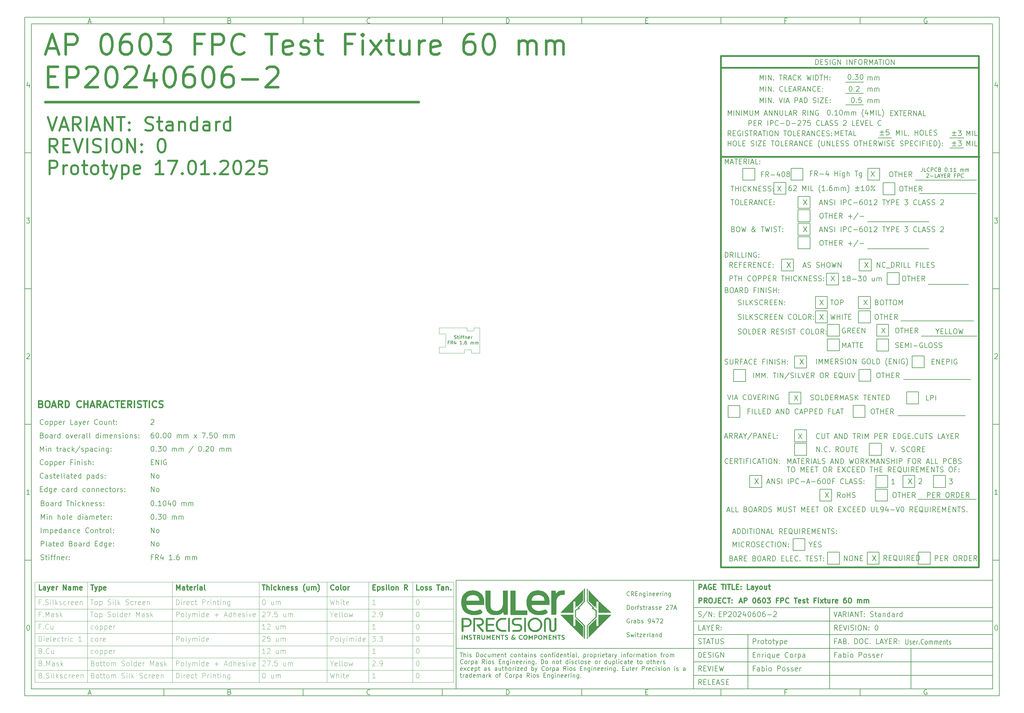
<source format=gbr>
%TF.GenerationSoftware,KiCad,Pcbnew,8.0.7-1.fc41*%
%TF.CreationDate,2025-01-19T01:13:50+01:00*%
%TF.ProjectId,0100_COVERSHEET,30313030-5f43-44f5-9645-525348454554,0*%
%TF.SameCoordinates,Original*%
%TF.FileFunction,Other,Comment*%
%FSLAX46Y46*%
G04 Gerber Fmt 4.6, Leading zero omitted, Abs format (unit mm)*
G04 Created by KiCad (PCBNEW 8.0.7-1.fc41) date 2025-01-19 01:13:50*
%MOMM*%
%LPD*%
G01*
G04 APERTURE LIST*
%ADD10C,0.100000*%
%ADD11C,0.150000*%
%ADD12C,0.300000*%
%ADD13C,0.750000*%
%ADD14C,0.600000*%
%ADD15C,0.000001*%
%ADD16C,0.203200*%
%ADD17C,0.508000*%
%ADD18C,0.200000*%
%ADD19C,0.400000*%
G04 APERTURE END LIST*
D10*
D11*
X7000000Y-203000000D02*
X290000000Y-203000000D01*
X290000000Y-7000000D01*
X7000000Y-7000000D01*
X7000000Y-203000000D01*
D10*
D11*
X132000000Y-171000000D02*
X290000000Y-171000000D01*
X290000000Y-203000000D01*
X132000000Y-203000000D01*
X132000000Y-171000000D01*
D10*
D11*
X202000000Y-203000000D02*
X202000000Y-171000000D01*
D10*
D11*
X290000000Y-199000000D02*
X202000000Y-199000000D01*
D10*
D11*
X290000000Y-195000000D02*
X202000000Y-195000000D01*
D10*
D11*
X290000000Y-191000000D02*
X201000000Y-191000000D01*
D10*
D11*
X290000000Y-187000000D02*
X202000000Y-187000000D01*
D10*
D11*
X290000000Y-183000000D02*
X202000000Y-183000000D01*
D10*
D11*
X290000000Y-179000000D02*
X202000000Y-179000000D01*
D10*
D11*
X266000000Y-203000000D02*
X266000000Y-191000000D01*
D10*
D11*
X242000000Y-203000000D02*
X242000000Y-179000000D01*
D10*
D11*
X218000000Y-203000000D02*
X218000000Y-187000000D01*
D10*
D12*
X203556710Y-173685528D02*
X203556710Y-172185528D01*
X203556710Y-172185528D02*
X204128139Y-172185528D01*
X204128139Y-172185528D02*
X204270996Y-172256957D01*
X204270996Y-172256957D02*
X204342425Y-172328385D01*
X204342425Y-172328385D02*
X204413853Y-172471242D01*
X204413853Y-172471242D02*
X204413853Y-172685528D01*
X204413853Y-172685528D02*
X204342425Y-172828385D01*
X204342425Y-172828385D02*
X204270996Y-172899814D01*
X204270996Y-172899814D02*
X204128139Y-172971242D01*
X204128139Y-172971242D02*
X203556710Y-172971242D01*
X204985282Y-173256957D02*
X205699568Y-173256957D01*
X204842425Y-173685528D02*
X205342425Y-172185528D01*
X205342425Y-172185528D02*
X205842425Y-173685528D01*
X207128139Y-172256957D02*
X206985282Y-172185528D01*
X206985282Y-172185528D02*
X206770996Y-172185528D01*
X206770996Y-172185528D02*
X206556710Y-172256957D01*
X206556710Y-172256957D02*
X206413853Y-172399814D01*
X206413853Y-172399814D02*
X206342424Y-172542671D01*
X206342424Y-172542671D02*
X206270996Y-172828385D01*
X206270996Y-172828385D02*
X206270996Y-173042671D01*
X206270996Y-173042671D02*
X206342424Y-173328385D01*
X206342424Y-173328385D02*
X206413853Y-173471242D01*
X206413853Y-173471242D02*
X206556710Y-173614100D01*
X206556710Y-173614100D02*
X206770996Y-173685528D01*
X206770996Y-173685528D02*
X206913853Y-173685528D01*
X206913853Y-173685528D02*
X207128139Y-173614100D01*
X207128139Y-173614100D02*
X207199567Y-173542671D01*
X207199567Y-173542671D02*
X207199567Y-173042671D01*
X207199567Y-173042671D02*
X206913853Y-173042671D01*
X207842424Y-172899814D02*
X208342424Y-172899814D01*
X208556710Y-173685528D02*
X207842424Y-173685528D01*
X207842424Y-173685528D02*
X207842424Y-172185528D01*
X207842424Y-172185528D02*
X208556710Y-172185528D01*
X210128139Y-172185528D02*
X210985282Y-172185528D01*
X210556710Y-173685528D02*
X210556710Y-172185528D01*
X211485281Y-173685528D02*
X211485281Y-172185528D01*
X211985282Y-172185528D02*
X212842425Y-172185528D01*
X212413853Y-173685528D02*
X212413853Y-172185528D01*
X214056710Y-173685528D02*
X213342424Y-173685528D01*
X213342424Y-173685528D02*
X213342424Y-172185528D01*
X214556710Y-172899814D02*
X215056710Y-172899814D01*
X215270996Y-173685528D02*
X214556710Y-173685528D01*
X214556710Y-173685528D02*
X214556710Y-172185528D01*
X214556710Y-172185528D02*
X215270996Y-172185528D01*
X215913853Y-173542671D02*
X215985282Y-173614100D01*
X215985282Y-173614100D02*
X215913853Y-173685528D01*
X215913853Y-173685528D02*
X215842425Y-173614100D01*
X215842425Y-173614100D02*
X215913853Y-173542671D01*
X215913853Y-173542671D02*
X215913853Y-173685528D01*
X215913853Y-172756957D02*
X215985282Y-172828385D01*
X215985282Y-172828385D02*
X215913853Y-172899814D01*
X215913853Y-172899814D02*
X215842425Y-172828385D01*
X215842425Y-172828385D02*
X215913853Y-172756957D01*
X215913853Y-172756957D02*
X215913853Y-172899814D01*
X218485282Y-173685528D02*
X217770996Y-173685528D01*
X217770996Y-173685528D02*
X217770996Y-172185528D01*
X219628140Y-173685528D02*
X219628140Y-172899814D01*
X219628140Y-172899814D02*
X219556711Y-172756957D01*
X219556711Y-172756957D02*
X219413854Y-172685528D01*
X219413854Y-172685528D02*
X219128140Y-172685528D01*
X219128140Y-172685528D02*
X218985282Y-172756957D01*
X219628140Y-173614100D02*
X219485282Y-173685528D01*
X219485282Y-173685528D02*
X219128140Y-173685528D01*
X219128140Y-173685528D02*
X218985282Y-173614100D01*
X218985282Y-173614100D02*
X218913854Y-173471242D01*
X218913854Y-173471242D02*
X218913854Y-173328385D01*
X218913854Y-173328385D02*
X218985282Y-173185528D01*
X218985282Y-173185528D02*
X219128140Y-173114100D01*
X219128140Y-173114100D02*
X219485282Y-173114100D01*
X219485282Y-173114100D02*
X219628140Y-173042671D01*
X220199568Y-172685528D02*
X220556711Y-173685528D01*
X220913854Y-172685528D02*
X220556711Y-173685528D01*
X220556711Y-173685528D02*
X220413854Y-174042671D01*
X220413854Y-174042671D02*
X220342425Y-174114100D01*
X220342425Y-174114100D02*
X220199568Y-174185528D01*
X221699568Y-173685528D02*
X221556711Y-173614100D01*
X221556711Y-173614100D02*
X221485282Y-173542671D01*
X221485282Y-173542671D02*
X221413854Y-173399814D01*
X221413854Y-173399814D02*
X221413854Y-172971242D01*
X221413854Y-172971242D02*
X221485282Y-172828385D01*
X221485282Y-172828385D02*
X221556711Y-172756957D01*
X221556711Y-172756957D02*
X221699568Y-172685528D01*
X221699568Y-172685528D02*
X221913854Y-172685528D01*
X221913854Y-172685528D02*
X222056711Y-172756957D01*
X222056711Y-172756957D02*
X222128140Y-172828385D01*
X222128140Y-172828385D02*
X222199568Y-172971242D01*
X222199568Y-172971242D02*
X222199568Y-173399814D01*
X222199568Y-173399814D02*
X222128140Y-173542671D01*
X222128140Y-173542671D02*
X222056711Y-173614100D01*
X222056711Y-173614100D02*
X221913854Y-173685528D01*
X221913854Y-173685528D02*
X221699568Y-173685528D01*
X223485283Y-172685528D02*
X223485283Y-173685528D01*
X222842425Y-172685528D02*
X222842425Y-173471242D01*
X222842425Y-173471242D02*
X222913854Y-173614100D01*
X222913854Y-173614100D02*
X223056711Y-173685528D01*
X223056711Y-173685528D02*
X223270997Y-173685528D01*
X223270997Y-173685528D02*
X223413854Y-173614100D01*
X223413854Y-173614100D02*
X223485283Y-173542671D01*
X223985283Y-172685528D02*
X224556711Y-172685528D01*
X224199568Y-172185528D02*
X224199568Y-173471242D01*
X224199568Y-173471242D02*
X224270997Y-173614100D01*
X224270997Y-173614100D02*
X224413854Y-173685528D01*
X224413854Y-173685528D02*
X224556711Y-173685528D01*
D10*
D11*
X201000000Y-191000000D02*
X132000000Y-191000000D01*
D10*
D12*
X203554510Y-177678328D02*
X203554510Y-176178328D01*
X203554510Y-176178328D02*
X204125939Y-176178328D01*
X204125939Y-176178328D02*
X204268796Y-176249757D01*
X204268796Y-176249757D02*
X204340225Y-176321185D01*
X204340225Y-176321185D02*
X204411653Y-176464042D01*
X204411653Y-176464042D02*
X204411653Y-176678328D01*
X204411653Y-176678328D02*
X204340225Y-176821185D01*
X204340225Y-176821185D02*
X204268796Y-176892614D01*
X204268796Y-176892614D02*
X204125939Y-176964042D01*
X204125939Y-176964042D02*
X203554510Y-176964042D01*
X205911653Y-177678328D02*
X205411653Y-176964042D01*
X205054510Y-177678328D02*
X205054510Y-176178328D01*
X205054510Y-176178328D02*
X205625939Y-176178328D01*
X205625939Y-176178328D02*
X205768796Y-176249757D01*
X205768796Y-176249757D02*
X205840225Y-176321185D01*
X205840225Y-176321185D02*
X205911653Y-176464042D01*
X205911653Y-176464042D02*
X205911653Y-176678328D01*
X205911653Y-176678328D02*
X205840225Y-176821185D01*
X205840225Y-176821185D02*
X205768796Y-176892614D01*
X205768796Y-176892614D02*
X205625939Y-176964042D01*
X205625939Y-176964042D02*
X205054510Y-176964042D01*
X206840225Y-176178328D02*
X207125939Y-176178328D01*
X207125939Y-176178328D02*
X207268796Y-176249757D01*
X207268796Y-176249757D02*
X207411653Y-176392614D01*
X207411653Y-176392614D02*
X207483082Y-176678328D01*
X207483082Y-176678328D02*
X207483082Y-177178328D01*
X207483082Y-177178328D02*
X207411653Y-177464042D01*
X207411653Y-177464042D02*
X207268796Y-177606900D01*
X207268796Y-177606900D02*
X207125939Y-177678328D01*
X207125939Y-177678328D02*
X206840225Y-177678328D01*
X206840225Y-177678328D02*
X206697368Y-177606900D01*
X206697368Y-177606900D02*
X206554510Y-177464042D01*
X206554510Y-177464042D02*
X206483082Y-177178328D01*
X206483082Y-177178328D02*
X206483082Y-176678328D01*
X206483082Y-176678328D02*
X206554510Y-176392614D01*
X206554510Y-176392614D02*
X206697368Y-176249757D01*
X206697368Y-176249757D02*
X206840225Y-176178328D01*
X208554511Y-176178328D02*
X208554511Y-177249757D01*
X208554511Y-177249757D02*
X208483082Y-177464042D01*
X208483082Y-177464042D02*
X208340225Y-177606900D01*
X208340225Y-177606900D02*
X208125939Y-177678328D01*
X208125939Y-177678328D02*
X207983082Y-177678328D01*
X209268796Y-176892614D02*
X209768796Y-176892614D01*
X209983082Y-177678328D02*
X209268796Y-177678328D01*
X209268796Y-177678328D02*
X209268796Y-176178328D01*
X209268796Y-176178328D02*
X209983082Y-176178328D01*
X211483082Y-177535471D02*
X211411654Y-177606900D01*
X211411654Y-177606900D02*
X211197368Y-177678328D01*
X211197368Y-177678328D02*
X211054511Y-177678328D01*
X211054511Y-177678328D02*
X210840225Y-177606900D01*
X210840225Y-177606900D02*
X210697368Y-177464042D01*
X210697368Y-177464042D02*
X210625939Y-177321185D01*
X210625939Y-177321185D02*
X210554511Y-177035471D01*
X210554511Y-177035471D02*
X210554511Y-176821185D01*
X210554511Y-176821185D02*
X210625939Y-176535471D01*
X210625939Y-176535471D02*
X210697368Y-176392614D01*
X210697368Y-176392614D02*
X210840225Y-176249757D01*
X210840225Y-176249757D02*
X211054511Y-176178328D01*
X211054511Y-176178328D02*
X211197368Y-176178328D01*
X211197368Y-176178328D02*
X211411654Y-176249757D01*
X211411654Y-176249757D02*
X211483082Y-176321185D01*
X211911654Y-176178328D02*
X212768797Y-176178328D01*
X212340225Y-177678328D02*
X212340225Y-176178328D01*
X213268796Y-177535471D02*
X213340225Y-177606900D01*
X213340225Y-177606900D02*
X213268796Y-177678328D01*
X213268796Y-177678328D02*
X213197368Y-177606900D01*
X213197368Y-177606900D02*
X213268796Y-177535471D01*
X213268796Y-177535471D02*
X213268796Y-177678328D01*
X213268796Y-176749757D02*
X213340225Y-176821185D01*
X213340225Y-176821185D02*
X213268796Y-176892614D01*
X213268796Y-176892614D02*
X213197368Y-176821185D01*
X213197368Y-176821185D02*
X213268796Y-176749757D01*
X213268796Y-176749757D02*
X213268796Y-176892614D01*
D10*
D11*
X203384398Y-181614700D02*
X203598684Y-181686128D01*
X203598684Y-181686128D02*
X203955826Y-181686128D01*
X203955826Y-181686128D02*
X204098684Y-181614700D01*
X204098684Y-181614700D02*
X204170112Y-181543271D01*
X204170112Y-181543271D02*
X204241541Y-181400414D01*
X204241541Y-181400414D02*
X204241541Y-181257557D01*
X204241541Y-181257557D02*
X204170112Y-181114700D01*
X204170112Y-181114700D02*
X204098684Y-181043271D01*
X204098684Y-181043271D02*
X203955826Y-180971842D01*
X203955826Y-180971842D02*
X203670112Y-180900414D01*
X203670112Y-180900414D02*
X203527255Y-180828985D01*
X203527255Y-180828985D02*
X203455826Y-180757557D01*
X203455826Y-180757557D02*
X203384398Y-180614700D01*
X203384398Y-180614700D02*
X203384398Y-180471842D01*
X203384398Y-180471842D02*
X203455826Y-180328985D01*
X203455826Y-180328985D02*
X203527255Y-180257557D01*
X203527255Y-180257557D02*
X203670112Y-180186128D01*
X203670112Y-180186128D02*
X204027255Y-180186128D01*
X204027255Y-180186128D02*
X204241541Y-180257557D01*
X205955826Y-180114700D02*
X204670112Y-182043271D01*
X206455826Y-181686128D02*
X206455826Y-180186128D01*
X206455826Y-180186128D02*
X207312969Y-181686128D01*
X207312969Y-181686128D02*
X207312969Y-180186128D01*
X208027255Y-181543271D02*
X208098684Y-181614700D01*
X208098684Y-181614700D02*
X208027255Y-181686128D01*
X208027255Y-181686128D02*
X207955827Y-181614700D01*
X207955827Y-181614700D02*
X208027255Y-181543271D01*
X208027255Y-181543271D02*
X208027255Y-181686128D01*
X208027255Y-180757557D02*
X208098684Y-180828985D01*
X208098684Y-180828985D02*
X208027255Y-180900414D01*
X208027255Y-180900414D02*
X207955827Y-180828985D01*
X207955827Y-180828985D02*
X208027255Y-180757557D01*
X208027255Y-180757557D02*
X208027255Y-180900414D01*
D10*
D11*
X203455826Y-193686128D02*
X203455826Y-192186128D01*
X203455826Y-192186128D02*
X203812969Y-192186128D01*
X203812969Y-192186128D02*
X204027255Y-192257557D01*
X204027255Y-192257557D02*
X204170112Y-192400414D01*
X204170112Y-192400414D02*
X204241541Y-192543271D01*
X204241541Y-192543271D02*
X204312969Y-192828985D01*
X204312969Y-192828985D02*
X204312969Y-193043271D01*
X204312969Y-193043271D02*
X204241541Y-193328985D01*
X204241541Y-193328985D02*
X204170112Y-193471842D01*
X204170112Y-193471842D02*
X204027255Y-193614700D01*
X204027255Y-193614700D02*
X203812969Y-193686128D01*
X203812969Y-193686128D02*
X203455826Y-193686128D01*
X204955826Y-192900414D02*
X205455826Y-192900414D01*
X205670112Y-193686128D02*
X204955826Y-193686128D01*
X204955826Y-193686128D02*
X204955826Y-192186128D01*
X204955826Y-192186128D02*
X205670112Y-192186128D01*
X206241541Y-193614700D02*
X206455827Y-193686128D01*
X206455827Y-193686128D02*
X206812969Y-193686128D01*
X206812969Y-193686128D02*
X206955827Y-193614700D01*
X206955827Y-193614700D02*
X207027255Y-193543271D01*
X207027255Y-193543271D02*
X207098684Y-193400414D01*
X207098684Y-193400414D02*
X207098684Y-193257557D01*
X207098684Y-193257557D02*
X207027255Y-193114700D01*
X207027255Y-193114700D02*
X206955827Y-193043271D01*
X206955827Y-193043271D02*
X206812969Y-192971842D01*
X206812969Y-192971842D02*
X206527255Y-192900414D01*
X206527255Y-192900414D02*
X206384398Y-192828985D01*
X206384398Y-192828985D02*
X206312969Y-192757557D01*
X206312969Y-192757557D02*
X206241541Y-192614700D01*
X206241541Y-192614700D02*
X206241541Y-192471842D01*
X206241541Y-192471842D02*
X206312969Y-192328985D01*
X206312969Y-192328985D02*
X206384398Y-192257557D01*
X206384398Y-192257557D02*
X206527255Y-192186128D01*
X206527255Y-192186128D02*
X206884398Y-192186128D01*
X206884398Y-192186128D02*
X207098684Y-192257557D01*
X207741540Y-193686128D02*
X207741540Y-192186128D01*
X209241541Y-192257557D02*
X209098684Y-192186128D01*
X209098684Y-192186128D02*
X208884398Y-192186128D01*
X208884398Y-192186128D02*
X208670112Y-192257557D01*
X208670112Y-192257557D02*
X208527255Y-192400414D01*
X208527255Y-192400414D02*
X208455826Y-192543271D01*
X208455826Y-192543271D02*
X208384398Y-192828985D01*
X208384398Y-192828985D02*
X208384398Y-193043271D01*
X208384398Y-193043271D02*
X208455826Y-193328985D01*
X208455826Y-193328985D02*
X208527255Y-193471842D01*
X208527255Y-193471842D02*
X208670112Y-193614700D01*
X208670112Y-193614700D02*
X208884398Y-193686128D01*
X208884398Y-193686128D02*
X209027255Y-193686128D01*
X209027255Y-193686128D02*
X209241541Y-193614700D01*
X209241541Y-193614700D02*
X209312969Y-193543271D01*
X209312969Y-193543271D02*
X209312969Y-193043271D01*
X209312969Y-193043271D02*
X209027255Y-193043271D01*
X209955826Y-193686128D02*
X209955826Y-192186128D01*
X209955826Y-192186128D02*
X210812969Y-193686128D01*
X210812969Y-193686128D02*
X210812969Y-192186128D01*
D10*
D11*
X204312969Y-197686128D02*
X203812969Y-196971842D01*
X203455826Y-197686128D02*
X203455826Y-196186128D01*
X203455826Y-196186128D02*
X204027255Y-196186128D01*
X204027255Y-196186128D02*
X204170112Y-196257557D01*
X204170112Y-196257557D02*
X204241541Y-196328985D01*
X204241541Y-196328985D02*
X204312969Y-196471842D01*
X204312969Y-196471842D02*
X204312969Y-196686128D01*
X204312969Y-196686128D02*
X204241541Y-196828985D01*
X204241541Y-196828985D02*
X204170112Y-196900414D01*
X204170112Y-196900414D02*
X204027255Y-196971842D01*
X204027255Y-196971842D02*
X203455826Y-196971842D01*
X204955826Y-196900414D02*
X205455826Y-196900414D01*
X205670112Y-197686128D02*
X204955826Y-197686128D01*
X204955826Y-197686128D02*
X204955826Y-196186128D01*
X204955826Y-196186128D02*
X205670112Y-196186128D01*
X206098684Y-196186128D02*
X206598684Y-197686128D01*
X206598684Y-197686128D02*
X207098684Y-196186128D01*
X207598683Y-197686128D02*
X207598683Y-196186128D01*
X208312969Y-196900414D02*
X208812969Y-196900414D01*
X209027255Y-197686128D02*
X208312969Y-197686128D01*
X208312969Y-197686128D02*
X208312969Y-196186128D01*
X208312969Y-196186128D02*
X209027255Y-196186128D01*
X209527255Y-196186128D02*
X209884398Y-197686128D01*
X209884398Y-197686128D02*
X210170112Y-196614700D01*
X210170112Y-196614700D02*
X210455827Y-197686128D01*
X210455827Y-197686128D02*
X210812970Y-196186128D01*
D10*
D11*
X204312969Y-201686128D02*
X203812969Y-200971842D01*
X203455826Y-201686128D02*
X203455826Y-200186128D01*
X203455826Y-200186128D02*
X204027255Y-200186128D01*
X204027255Y-200186128D02*
X204170112Y-200257557D01*
X204170112Y-200257557D02*
X204241541Y-200328985D01*
X204241541Y-200328985D02*
X204312969Y-200471842D01*
X204312969Y-200471842D02*
X204312969Y-200686128D01*
X204312969Y-200686128D02*
X204241541Y-200828985D01*
X204241541Y-200828985D02*
X204170112Y-200900414D01*
X204170112Y-200900414D02*
X204027255Y-200971842D01*
X204027255Y-200971842D02*
X203455826Y-200971842D01*
X204955826Y-200900414D02*
X205455826Y-200900414D01*
X205670112Y-201686128D02*
X204955826Y-201686128D01*
X204955826Y-201686128D02*
X204955826Y-200186128D01*
X204955826Y-200186128D02*
X205670112Y-200186128D01*
X207027255Y-201686128D02*
X206312969Y-201686128D01*
X206312969Y-201686128D02*
X206312969Y-200186128D01*
X207527255Y-200900414D02*
X208027255Y-200900414D01*
X208241541Y-201686128D02*
X207527255Y-201686128D01*
X207527255Y-201686128D02*
X207527255Y-200186128D01*
X207527255Y-200186128D02*
X208241541Y-200186128D01*
X208812970Y-201257557D02*
X209527256Y-201257557D01*
X208670113Y-201686128D02*
X209170113Y-200186128D01*
X209170113Y-200186128D02*
X209670113Y-201686128D01*
X210098684Y-201614700D02*
X210312970Y-201686128D01*
X210312970Y-201686128D02*
X210670112Y-201686128D01*
X210670112Y-201686128D02*
X210812970Y-201614700D01*
X210812970Y-201614700D02*
X210884398Y-201543271D01*
X210884398Y-201543271D02*
X210955827Y-201400414D01*
X210955827Y-201400414D02*
X210955827Y-201257557D01*
X210955827Y-201257557D02*
X210884398Y-201114700D01*
X210884398Y-201114700D02*
X210812970Y-201043271D01*
X210812970Y-201043271D02*
X210670112Y-200971842D01*
X210670112Y-200971842D02*
X210384398Y-200900414D01*
X210384398Y-200900414D02*
X210241541Y-200828985D01*
X210241541Y-200828985D02*
X210170112Y-200757557D01*
X210170112Y-200757557D02*
X210098684Y-200614700D01*
X210098684Y-200614700D02*
X210098684Y-200471842D01*
X210098684Y-200471842D02*
X210170112Y-200328985D01*
X210170112Y-200328985D02*
X210241541Y-200257557D01*
X210241541Y-200257557D02*
X210384398Y-200186128D01*
X210384398Y-200186128D02*
X210741541Y-200186128D01*
X210741541Y-200186128D02*
X210955827Y-200257557D01*
X211598683Y-200900414D02*
X212098683Y-200900414D01*
X212312969Y-201686128D02*
X211598683Y-201686128D01*
X211598683Y-201686128D02*
X211598683Y-200186128D01*
X211598683Y-200186128D02*
X212312969Y-200186128D01*
D10*
D11*
X243241541Y-180186128D02*
X243741541Y-181686128D01*
X243741541Y-181686128D02*
X244241541Y-180186128D01*
X244670112Y-181257557D02*
X245384398Y-181257557D01*
X244527255Y-181686128D02*
X245027255Y-180186128D01*
X245027255Y-180186128D02*
X245527255Y-181686128D01*
X246884397Y-181686128D02*
X246384397Y-180971842D01*
X246027254Y-181686128D02*
X246027254Y-180186128D01*
X246027254Y-180186128D02*
X246598683Y-180186128D01*
X246598683Y-180186128D02*
X246741540Y-180257557D01*
X246741540Y-180257557D02*
X246812969Y-180328985D01*
X246812969Y-180328985D02*
X246884397Y-180471842D01*
X246884397Y-180471842D02*
X246884397Y-180686128D01*
X246884397Y-180686128D02*
X246812969Y-180828985D01*
X246812969Y-180828985D02*
X246741540Y-180900414D01*
X246741540Y-180900414D02*
X246598683Y-180971842D01*
X246598683Y-180971842D02*
X246027254Y-180971842D01*
X247527254Y-181686128D02*
X247527254Y-180186128D01*
X248170112Y-181257557D02*
X248884398Y-181257557D01*
X248027255Y-181686128D02*
X248527255Y-180186128D01*
X248527255Y-180186128D02*
X249027255Y-181686128D01*
X249527254Y-181686128D02*
X249527254Y-180186128D01*
X249527254Y-180186128D02*
X250384397Y-181686128D01*
X250384397Y-181686128D02*
X250384397Y-180186128D01*
X250884398Y-180186128D02*
X251741541Y-180186128D01*
X251312969Y-181686128D02*
X251312969Y-180186128D01*
X252241540Y-181543271D02*
X252312969Y-181614700D01*
X252312969Y-181614700D02*
X252241540Y-181686128D01*
X252241540Y-181686128D02*
X252170112Y-181614700D01*
X252170112Y-181614700D02*
X252241540Y-181543271D01*
X252241540Y-181543271D02*
X252241540Y-181686128D01*
X252241540Y-180757557D02*
X252312969Y-180828985D01*
X252312969Y-180828985D02*
X252241540Y-180900414D01*
X252241540Y-180900414D02*
X252170112Y-180828985D01*
X252170112Y-180828985D02*
X252241540Y-180757557D01*
X252241540Y-180757557D02*
X252241540Y-180900414D01*
X254027255Y-181614700D02*
X254241541Y-181686128D01*
X254241541Y-181686128D02*
X254598683Y-181686128D01*
X254598683Y-181686128D02*
X254741541Y-181614700D01*
X254741541Y-181614700D02*
X254812969Y-181543271D01*
X254812969Y-181543271D02*
X254884398Y-181400414D01*
X254884398Y-181400414D02*
X254884398Y-181257557D01*
X254884398Y-181257557D02*
X254812969Y-181114700D01*
X254812969Y-181114700D02*
X254741541Y-181043271D01*
X254741541Y-181043271D02*
X254598683Y-180971842D01*
X254598683Y-180971842D02*
X254312969Y-180900414D01*
X254312969Y-180900414D02*
X254170112Y-180828985D01*
X254170112Y-180828985D02*
X254098683Y-180757557D01*
X254098683Y-180757557D02*
X254027255Y-180614700D01*
X254027255Y-180614700D02*
X254027255Y-180471842D01*
X254027255Y-180471842D02*
X254098683Y-180328985D01*
X254098683Y-180328985D02*
X254170112Y-180257557D01*
X254170112Y-180257557D02*
X254312969Y-180186128D01*
X254312969Y-180186128D02*
X254670112Y-180186128D01*
X254670112Y-180186128D02*
X254884398Y-180257557D01*
X255312969Y-180686128D02*
X255884397Y-180686128D01*
X255527254Y-180186128D02*
X255527254Y-181471842D01*
X255527254Y-181471842D02*
X255598683Y-181614700D01*
X255598683Y-181614700D02*
X255741540Y-181686128D01*
X255741540Y-181686128D02*
X255884397Y-181686128D01*
X257027255Y-181686128D02*
X257027255Y-180900414D01*
X257027255Y-180900414D02*
X256955826Y-180757557D01*
X256955826Y-180757557D02*
X256812969Y-180686128D01*
X256812969Y-180686128D02*
X256527255Y-180686128D01*
X256527255Y-180686128D02*
X256384397Y-180757557D01*
X257027255Y-181614700D02*
X256884397Y-181686128D01*
X256884397Y-181686128D02*
X256527255Y-181686128D01*
X256527255Y-181686128D02*
X256384397Y-181614700D01*
X256384397Y-181614700D02*
X256312969Y-181471842D01*
X256312969Y-181471842D02*
X256312969Y-181328985D01*
X256312969Y-181328985D02*
X256384397Y-181186128D01*
X256384397Y-181186128D02*
X256527255Y-181114700D01*
X256527255Y-181114700D02*
X256884397Y-181114700D01*
X256884397Y-181114700D02*
X257027255Y-181043271D01*
X257741540Y-180686128D02*
X257741540Y-181686128D01*
X257741540Y-180828985D02*
X257812969Y-180757557D01*
X257812969Y-180757557D02*
X257955826Y-180686128D01*
X257955826Y-180686128D02*
X258170112Y-180686128D01*
X258170112Y-180686128D02*
X258312969Y-180757557D01*
X258312969Y-180757557D02*
X258384398Y-180900414D01*
X258384398Y-180900414D02*
X258384398Y-181686128D01*
X259741541Y-181686128D02*
X259741541Y-180186128D01*
X259741541Y-181614700D02*
X259598683Y-181686128D01*
X259598683Y-181686128D02*
X259312969Y-181686128D01*
X259312969Y-181686128D02*
X259170112Y-181614700D01*
X259170112Y-181614700D02*
X259098683Y-181543271D01*
X259098683Y-181543271D02*
X259027255Y-181400414D01*
X259027255Y-181400414D02*
X259027255Y-180971842D01*
X259027255Y-180971842D02*
X259098683Y-180828985D01*
X259098683Y-180828985D02*
X259170112Y-180757557D01*
X259170112Y-180757557D02*
X259312969Y-180686128D01*
X259312969Y-180686128D02*
X259598683Y-180686128D01*
X259598683Y-180686128D02*
X259741541Y-180757557D01*
X261098684Y-181686128D02*
X261098684Y-180900414D01*
X261098684Y-180900414D02*
X261027255Y-180757557D01*
X261027255Y-180757557D02*
X260884398Y-180686128D01*
X260884398Y-180686128D02*
X260598684Y-180686128D01*
X260598684Y-180686128D02*
X260455826Y-180757557D01*
X261098684Y-181614700D02*
X260955826Y-181686128D01*
X260955826Y-181686128D02*
X260598684Y-181686128D01*
X260598684Y-181686128D02*
X260455826Y-181614700D01*
X260455826Y-181614700D02*
X260384398Y-181471842D01*
X260384398Y-181471842D02*
X260384398Y-181328985D01*
X260384398Y-181328985D02*
X260455826Y-181186128D01*
X260455826Y-181186128D02*
X260598684Y-181114700D01*
X260598684Y-181114700D02*
X260955826Y-181114700D01*
X260955826Y-181114700D02*
X261098684Y-181043271D01*
X261812969Y-181686128D02*
X261812969Y-180686128D01*
X261812969Y-180971842D02*
X261884398Y-180828985D01*
X261884398Y-180828985D02*
X261955827Y-180757557D01*
X261955827Y-180757557D02*
X262098684Y-180686128D01*
X262098684Y-180686128D02*
X262241541Y-180686128D01*
X263384398Y-181686128D02*
X263384398Y-180186128D01*
X263384398Y-181614700D02*
X263241540Y-181686128D01*
X263241540Y-181686128D02*
X262955826Y-181686128D01*
X262955826Y-181686128D02*
X262812969Y-181614700D01*
X262812969Y-181614700D02*
X262741540Y-181543271D01*
X262741540Y-181543271D02*
X262670112Y-181400414D01*
X262670112Y-181400414D02*
X262670112Y-180971842D01*
X262670112Y-180971842D02*
X262741540Y-180828985D01*
X262741540Y-180828985D02*
X262812969Y-180757557D01*
X262812969Y-180757557D02*
X262955826Y-180686128D01*
X262955826Y-180686128D02*
X263241540Y-180686128D01*
X263241540Y-180686128D02*
X263384398Y-180757557D01*
D10*
D11*
X244312969Y-185686128D02*
X243812969Y-184971842D01*
X243455826Y-185686128D02*
X243455826Y-184186128D01*
X243455826Y-184186128D02*
X244027255Y-184186128D01*
X244027255Y-184186128D02*
X244170112Y-184257557D01*
X244170112Y-184257557D02*
X244241541Y-184328985D01*
X244241541Y-184328985D02*
X244312969Y-184471842D01*
X244312969Y-184471842D02*
X244312969Y-184686128D01*
X244312969Y-184686128D02*
X244241541Y-184828985D01*
X244241541Y-184828985D02*
X244170112Y-184900414D01*
X244170112Y-184900414D02*
X244027255Y-184971842D01*
X244027255Y-184971842D02*
X243455826Y-184971842D01*
X244955826Y-184900414D02*
X245455826Y-184900414D01*
X245670112Y-185686128D02*
X244955826Y-185686128D01*
X244955826Y-185686128D02*
X244955826Y-184186128D01*
X244955826Y-184186128D02*
X245670112Y-184186128D01*
X246098684Y-184186128D02*
X246598684Y-185686128D01*
X246598684Y-185686128D02*
X247098684Y-184186128D01*
X247598683Y-185686128D02*
X247598683Y-184186128D01*
X248241541Y-185614700D02*
X248455827Y-185686128D01*
X248455827Y-185686128D02*
X248812969Y-185686128D01*
X248812969Y-185686128D02*
X248955827Y-185614700D01*
X248955827Y-185614700D02*
X249027255Y-185543271D01*
X249027255Y-185543271D02*
X249098684Y-185400414D01*
X249098684Y-185400414D02*
X249098684Y-185257557D01*
X249098684Y-185257557D02*
X249027255Y-185114700D01*
X249027255Y-185114700D02*
X248955827Y-185043271D01*
X248955827Y-185043271D02*
X248812969Y-184971842D01*
X248812969Y-184971842D02*
X248527255Y-184900414D01*
X248527255Y-184900414D02*
X248384398Y-184828985D01*
X248384398Y-184828985D02*
X248312969Y-184757557D01*
X248312969Y-184757557D02*
X248241541Y-184614700D01*
X248241541Y-184614700D02*
X248241541Y-184471842D01*
X248241541Y-184471842D02*
X248312969Y-184328985D01*
X248312969Y-184328985D02*
X248384398Y-184257557D01*
X248384398Y-184257557D02*
X248527255Y-184186128D01*
X248527255Y-184186128D02*
X248884398Y-184186128D01*
X248884398Y-184186128D02*
X249098684Y-184257557D01*
X249741540Y-185686128D02*
X249741540Y-184186128D01*
X250741541Y-184186128D02*
X251027255Y-184186128D01*
X251027255Y-184186128D02*
X251170112Y-184257557D01*
X251170112Y-184257557D02*
X251312969Y-184400414D01*
X251312969Y-184400414D02*
X251384398Y-184686128D01*
X251384398Y-184686128D02*
X251384398Y-185186128D01*
X251384398Y-185186128D02*
X251312969Y-185471842D01*
X251312969Y-185471842D02*
X251170112Y-185614700D01*
X251170112Y-185614700D02*
X251027255Y-185686128D01*
X251027255Y-185686128D02*
X250741541Y-185686128D01*
X250741541Y-185686128D02*
X250598684Y-185614700D01*
X250598684Y-185614700D02*
X250455826Y-185471842D01*
X250455826Y-185471842D02*
X250384398Y-185186128D01*
X250384398Y-185186128D02*
X250384398Y-184686128D01*
X250384398Y-184686128D02*
X250455826Y-184400414D01*
X250455826Y-184400414D02*
X250598684Y-184257557D01*
X250598684Y-184257557D02*
X250741541Y-184186128D01*
X252027255Y-185686128D02*
X252027255Y-184186128D01*
X252027255Y-184186128D02*
X252884398Y-185686128D01*
X252884398Y-185686128D02*
X252884398Y-184186128D01*
X253598684Y-185543271D02*
X253670113Y-185614700D01*
X253670113Y-185614700D02*
X253598684Y-185686128D01*
X253598684Y-185686128D02*
X253527256Y-185614700D01*
X253527256Y-185614700D02*
X253598684Y-185543271D01*
X253598684Y-185543271D02*
X253598684Y-185686128D01*
X253598684Y-184757557D02*
X253670113Y-184828985D01*
X253670113Y-184828985D02*
X253598684Y-184900414D01*
X253598684Y-184900414D02*
X253527256Y-184828985D01*
X253527256Y-184828985D02*
X253598684Y-184757557D01*
X253598684Y-184757557D02*
X253598684Y-184900414D01*
X255741542Y-184186128D02*
X255884399Y-184186128D01*
X255884399Y-184186128D02*
X256027256Y-184257557D01*
X256027256Y-184257557D02*
X256098685Y-184328985D01*
X256098685Y-184328985D02*
X256170113Y-184471842D01*
X256170113Y-184471842D02*
X256241542Y-184757557D01*
X256241542Y-184757557D02*
X256241542Y-185114700D01*
X256241542Y-185114700D02*
X256170113Y-185400414D01*
X256170113Y-185400414D02*
X256098685Y-185543271D01*
X256098685Y-185543271D02*
X256027256Y-185614700D01*
X256027256Y-185614700D02*
X255884399Y-185686128D01*
X255884399Y-185686128D02*
X255741542Y-185686128D01*
X255741542Y-185686128D02*
X255598685Y-185614700D01*
X255598685Y-185614700D02*
X255527256Y-185543271D01*
X255527256Y-185543271D02*
X255455827Y-185400414D01*
X255455827Y-185400414D02*
X255384399Y-185114700D01*
X255384399Y-185114700D02*
X255384399Y-184757557D01*
X255384399Y-184757557D02*
X255455827Y-184471842D01*
X255455827Y-184471842D02*
X255527256Y-184328985D01*
X255527256Y-184328985D02*
X255598685Y-184257557D01*
X255598685Y-184257557D02*
X255741542Y-184186128D01*
D10*
D11*
X203384398Y-189614700D02*
X203598684Y-189686128D01*
X203598684Y-189686128D02*
X203955826Y-189686128D01*
X203955826Y-189686128D02*
X204098684Y-189614700D01*
X204098684Y-189614700D02*
X204170112Y-189543271D01*
X204170112Y-189543271D02*
X204241541Y-189400414D01*
X204241541Y-189400414D02*
X204241541Y-189257557D01*
X204241541Y-189257557D02*
X204170112Y-189114700D01*
X204170112Y-189114700D02*
X204098684Y-189043271D01*
X204098684Y-189043271D02*
X203955826Y-188971842D01*
X203955826Y-188971842D02*
X203670112Y-188900414D01*
X203670112Y-188900414D02*
X203527255Y-188828985D01*
X203527255Y-188828985D02*
X203455826Y-188757557D01*
X203455826Y-188757557D02*
X203384398Y-188614700D01*
X203384398Y-188614700D02*
X203384398Y-188471842D01*
X203384398Y-188471842D02*
X203455826Y-188328985D01*
X203455826Y-188328985D02*
X203527255Y-188257557D01*
X203527255Y-188257557D02*
X203670112Y-188186128D01*
X203670112Y-188186128D02*
X204027255Y-188186128D01*
X204027255Y-188186128D02*
X204241541Y-188257557D01*
X204670112Y-188186128D02*
X205527255Y-188186128D01*
X205098683Y-189686128D02*
X205098683Y-188186128D01*
X205955826Y-189257557D02*
X206670112Y-189257557D01*
X205812969Y-189686128D02*
X206312969Y-188186128D01*
X206312969Y-188186128D02*
X206812969Y-189686128D01*
X207098683Y-188186128D02*
X207955826Y-188186128D01*
X207527254Y-189686128D02*
X207527254Y-188186128D01*
X208455825Y-188186128D02*
X208455825Y-189400414D01*
X208455825Y-189400414D02*
X208527254Y-189543271D01*
X208527254Y-189543271D02*
X208598683Y-189614700D01*
X208598683Y-189614700D02*
X208741540Y-189686128D01*
X208741540Y-189686128D02*
X209027254Y-189686128D01*
X209027254Y-189686128D02*
X209170111Y-189614700D01*
X209170111Y-189614700D02*
X209241540Y-189543271D01*
X209241540Y-189543271D02*
X209312968Y-189400414D01*
X209312968Y-189400414D02*
X209312968Y-188186128D01*
X209955826Y-189614700D02*
X210170112Y-189686128D01*
X210170112Y-189686128D02*
X210527254Y-189686128D01*
X210527254Y-189686128D02*
X210670112Y-189614700D01*
X210670112Y-189614700D02*
X210741540Y-189543271D01*
X210741540Y-189543271D02*
X210812969Y-189400414D01*
X210812969Y-189400414D02*
X210812969Y-189257557D01*
X210812969Y-189257557D02*
X210741540Y-189114700D01*
X210741540Y-189114700D02*
X210670112Y-189043271D01*
X210670112Y-189043271D02*
X210527254Y-188971842D01*
X210527254Y-188971842D02*
X210241540Y-188900414D01*
X210241540Y-188900414D02*
X210098683Y-188828985D01*
X210098683Y-188828985D02*
X210027254Y-188757557D01*
X210027254Y-188757557D02*
X209955826Y-188614700D01*
X209955826Y-188614700D02*
X209955826Y-188471842D01*
X209955826Y-188471842D02*
X210027254Y-188328985D01*
X210027254Y-188328985D02*
X210098683Y-188257557D01*
X210098683Y-188257557D02*
X210241540Y-188186128D01*
X210241540Y-188186128D02*
X210598683Y-188186128D01*
X210598683Y-188186128D02*
X210812969Y-188257557D01*
D10*
D11*
X219455826Y-189686128D02*
X219455826Y-188186128D01*
X219455826Y-188186128D02*
X220027255Y-188186128D01*
X220027255Y-188186128D02*
X220170112Y-188257557D01*
X220170112Y-188257557D02*
X220241541Y-188328985D01*
X220241541Y-188328985D02*
X220312969Y-188471842D01*
X220312969Y-188471842D02*
X220312969Y-188686128D01*
X220312969Y-188686128D02*
X220241541Y-188828985D01*
X220241541Y-188828985D02*
X220170112Y-188900414D01*
X220170112Y-188900414D02*
X220027255Y-188971842D01*
X220027255Y-188971842D02*
X219455826Y-188971842D01*
X220955826Y-189686128D02*
X220955826Y-188686128D01*
X220955826Y-188971842D02*
X221027255Y-188828985D01*
X221027255Y-188828985D02*
X221098684Y-188757557D01*
X221098684Y-188757557D02*
X221241541Y-188686128D01*
X221241541Y-188686128D02*
X221384398Y-188686128D01*
X222098683Y-189686128D02*
X221955826Y-189614700D01*
X221955826Y-189614700D02*
X221884397Y-189543271D01*
X221884397Y-189543271D02*
X221812969Y-189400414D01*
X221812969Y-189400414D02*
X221812969Y-188971842D01*
X221812969Y-188971842D02*
X221884397Y-188828985D01*
X221884397Y-188828985D02*
X221955826Y-188757557D01*
X221955826Y-188757557D02*
X222098683Y-188686128D01*
X222098683Y-188686128D02*
X222312969Y-188686128D01*
X222312969Y-188686128D02*
X222455826Y-188757557D01*
X222455826Y-188757557D02*
X222527255Y-188828985D01*
X222527255Y-188828985D02*
X222598683Y-188971842D01*
X222598683Y-188971842D02*
X222598683Y-189400414D01*
X222598683Y-189400414D02*
X222527255Y-189543271D01*
X222527255Y-189543271D02*
X222455826Y-189614700D01*
X222455826Y-189614700D02*
X222312969Y-189686128D01*
X222312969Y-189686128D02*
X222098683Y-189686128D01*
X223027255Y-188686128D02*
X223598683Y-188686128D01*
X223241540Y-188186128D02*
X223241540Y-189471842D01*
X223241540Y-189471842D02*
X223312969Y-189614700D01*
X223312969Y-189614700D02*
X223455826Y-189686128D01*
X223455826Y-189686128D02*
X223598683Y-189686128D01*
X224312969Y-189686128D02*
X224170112Y-189614700D01*
X224170112Y-189614700D02*
X224098683Y-189543271D01*
X224098683Y-189543271D02*
X224027255Y-189400414D01*
X224027255Y-189400414D02*
X224027255Y-188971842D01*
X224027255Y-188971842D02*
X224098683Y-188828985D01*
X224098683Y-188828985D02*
X224170112Y-188757557D01*
X224170112Y-188757557D02*
X224312969Y-188686128D01*
X224312969Y-188686128D02*
X224527255Y-188686128D01*
X224527255Y-188686128D02*
X224670112Y-188757557D01*
X224670112Y-188757557D02*
X224741541Y-188828985D01*
X224741541Y-188828985D02*
X224812969Y-188971842D01*
X224812969Y-188971842D02*
X224812969Y-189400414D01*
X224812969Y-189400414D02*
X224741541Y-189543271D01*
X224741541Y-189543271D02*
X224670112Y-189614700D01*
X224670112Y-189614700D02*
X224527255Y-189686128D01*
X224527255Y-189686128D02*
X224312969Y-189686128D01*
X225241541Y-188686128D02*
X225812969Y-188686128D01*
X225455826Y-188186128D02*
X225455826Y-189471842D01*
X225455826Y-189471842D02*
X225527255Y-189614700D01*
X225527255Y-189614700D02*
X225670112Y-189686128D01*
X225670112Y-189686128D02*
X225812969Y-189686128D01*
X226170112Y-188686128D02*
X226527255Y-189686128D01*
X226884398Y-188686128D02*
X226527255Y-189686128D01*
X226527255Y-189686128D02*
X226384398Y-190043271D01*
X226384398Y-190043271D02*
X226312969Y-190114700D01*
X226312969Y-190114700D02*
X226170112Y-190186128D01*
X227455826Y-188686128D02*
X227455826Y-190186128D01*
X227455826Y-188757557D02*
X227598684Y-188686128D01*
X227598684Y-188686128D02*
X227884398Y-188686128D01*
X227884398Y-188686128D02*
X228027255Y-188757557D01*
X228027255Y-188757557D02*
X228098684Y-188828985D01*
X228098684Y-188828985D02*
X228170112Y-188971842D01*
X228170112Y-188971842D02*
X228170112Y-189400414D01*
X228170112Y-189400414D02*
X228098684Y-189543271D01*
X228098684Y-189543271D02*
X228027255Y-189614700D01*
X228027255Y-189614700D02*
X227884398Y-189686128D01*
X227884398Y-189686128D02*
X227598684Y-189686128D01*
X227598684Y-189686128D02*
X227455826Y-189614700D01*
X229384398Y-189614700D02*
X229241541Y-189686128D01*
X229241541Y-189686128D02*
X228955827Y-189686128D01*
X228955827Y-189686128D02*
X228812969Y-189614700D01*
X228812969Y-189614700D02*
X228741541Y-189471842D01*
X228741541Y-189471842D02*
X228741541Y-188900414D01*
X228741541Y-188900414D02*
X228812969Y-188757557D01*
X228812969Y-188757557D02*
X228955827Y-188686128D01*
X228955827Y-188686128D02*
X229241541Y-188686128D01*
X229241541Y-188686128D02*
X229384398Y-188757557D01*
X229384398Y-188757557D02*
X229455827Y-188900414D01*
X229455827Y-188900414D02*
X229455827Y-189043271D01*
X229455827Y-189043271D02*
X228741541Y-189186128D01*
D10*
D11*
X219955826Y-196900414D02*
X219455826Y-196900414D01*
X219455826Y-197686128D02*
X219455826Y-196186128D01*
X219455826Y-196186128D02*
X220170112Y-196186128D01*
X221384398Y-197686128D02*
X221384398Y-196900414D01*
X221384398Y-196900414D02*
X221312969Y-196757557D01*
X221312969Y-196757557D02*
X221170112Y-196686128D01*
X221170112Y-196686128D02*
X220884398Y-196686128D01*
X220884398Y-196686128D02*
X220741540Y-196757557D01*
X221384398Y-197614700D02*
X221241540Y-197686128D01*
X221241540Y-197686128D02*
X220884398Y-197686128D01*
X220884398Y-197686128D02*
X220741540Y-197614700D01*
X220741540Y-197614700D02*
X220670112Y-197471842D01*
X220670112Y-197471842D02*
X220670112Y-197328985D01*
X220670112Y-197328985D02*
X220741540Y-197186128D01*
X220741540Y-197186128D02*
X220884398Y-197114700D01*
X220884398Y-197114700D02*
X221241540Y-197114700D01*
X221241540Y-197114700D02*
X221384398Y-197043271D01*
X222098683Y-197686128D02*
X222098683Y-196186128D01*
X222098683Y-196757557D02*
X222241541Y-196686128D01*
X222241541Y-196686128D02*
X222527255Y-196686128D01*
X222527255Y-196686128D02*
X222670112Y-196757557D01*
X222670112Y-196757557D02*
X222741541Y-196828985D01*
X222741541Y-196828985D02*
X222812969Y-196971842D01*
X222812969Y-196971842D02*
X222812969Y-197400414D01*
X222812969Y-197400414D02*
X222741541Y-197543271D01*
X222741541Y-197543271D02*
X222670112Y-197614700D01*
X222670112Y-197614700D02*
X222527255Y-197686128D01*
X222527255Y-197686128D02*
X222241541Y-197686128D01*
X222241541Y-197686128D02*
X222098683Y-197614700D01*
X223455826Y-197686128D02*
X223455826Y-196686128D01*
X223455826Y-196186128D02*
X223384398Y-196257557D01*
X223384398Y-196257557D02*
X223455826Y-196328985D01*
X223455826Y-196328985D02*
X223527255Y-196257557D01*
X223527255Y-196257557D02*
X223455826Y-196186128D01*
X223455826Y-196186128D02*
X223455826Y-196328985D01*
X224384398Y-197686128D02*
X224241541Y-197614700D01*
X224241541Y-197614700D02*
X224170112Y-197543271D01*
X224170112Y-197543271D02*
X224098684Y-197400414D01*
X224098684Y-197400414D02*
X224098684Y-196971842D01*
X224098684Y-196971842D02*
X224170112Y-196828985D01*
X224170112Y-196828985D02*
X224241541Y-196757557D01*
X224241541Y-196757557D02*
X224384398Y-196686128D01*
X224384398Y-196686128D02*
X224598684Y-196686128D01*
X224598684Y-196686128D02*
X224741541Y-196757557D01*
X224741541Y-196757557D02*
X224812970Y-196828985D01*
X224812970Y-196828985D02*
X224884398Y-196971842D01*
X224884398Y-196971842D02*
X224884398Y-197400414D01*
X224884398Y-197400414D02*
X224812970Y-197543271D01*
X224812970Y-197543271D02*
X224741541Y-197614700D01*
X224741541Y-197614700D02*
X224598684Y-197686128D01*
X224598684Y-197686128D02*
X224384398Y-197686128D01*
X226670112Y-197686128D02*
X226670112Y-196186128D01*
X226670112Y-196186128D02*
X227241541Y-196186128D01*
X227241541Y-196186128D02*
X227384398Y-196257557D01*
X227384398Y-196257557D02*
X227455827Y-196328985D01*
X227455827Y-196328985D02*
X227527255Y-196471842D01*
X227527255Y-196471842D02*
X227527255Y-196686128D01*
X227527255Y-196686128D02*
X227455827Y-196828985D01*
X227455827Y-196828985D02*
X227384398Y-196900414D01*
X227384398Y-196900414D02*
X227241541Y-196971842D01*
X227241541Y-196971842D02*
X226670112Y-196971842D01*
X228384398Y-197686128D02*
X228241541Y-197614700D01*
X228241541Y-197614700D02*
X228170112Y-197543271D01*
X228170112Y-197543271D02*
X228098684Y-197400414D01*
X228098684Y-197400414D02*
X228098684Y-196971842D01*
X228098684Y-196971842D02*
X228170112Y-196828985D01*
X228170112Y-196828985D02*
X228241541Y-196757557D01*
X228241541Y-196757557D02*
X228384398Y-196686128D01*
X228384398Y-196686128D02*
X228598684Y-196686128D01*
X228598684Y-196686128D02*
X228741541Y-196757557D01*
X228741541Y-196757557D02*
X228812970Y-196828985D01*
X228812970Y-196828985D02*
X228884398Y-196971842D01*
X228884398Y-196971842D02*
X228884398Y-197400414D01*
X228884398Y-197400414D02*
X228812970Y-197543271D01*
X228812970Y-197543271D02*
X228741541Y-197614700D01*
X228741541Y-197614700D02*
X228598684Y-197686128D01*
X228598684Y-197686128D02*
X228384398Y-197686128D01*
X229455827Y-197614700D02*
X229598684Y-197686128D01*
X229598684Y-197686128D02*
X229884398Y-197686128D01*
X229884398Y-197686128D02*
X230027255Y-197614700D01*
X230027255Y-197614700D02*
X230098684Y-197471842D01*
X230098684Y-197471842D02*
X230098684Y-197400414D01*
X230098684Y-197400414D02*
X230027255Y-197257557D01*
X230027255Y-197257557D02*
X229884398Y-197186128D01*
X229884398Y-197186128D02*
X229670113Y-197186128D01*
X229670113Y-197186128D02*
X229527255Y-197114700D01*
X229527255Y-197114700D02*
X229455827Y-196971842D01*
X229455827Y-196971842D02*
X229455827Y-196900414D01*
X229455827Y-196900414D02*
X229527255Y-196757557D01*
X229527255Y-196757557D02*
X229670113Y-196686128D01*
X229670113Y-196686128D02*
X229884398Y-196686128D01*
X229884398Y-196686128D02*
X230027255Y-196757557D01*
X230670113Y-197614700D02*
X230812970Y-197686128D01*
X230812970Y-197686128D02*
X231098684Y-197686128D01*
X231098684Y-197686128D02*
X231241541Y-197614700D01*
X231241541Y-197614700D02*
X231312970Y-197471842D01*
X231312970Y-197471842D02*
X231312970Y-197400414D01*
X231312970Y-197400414D02*
X231241541Y-197257557D01*
X231241541Y-197257557D02*
X231098684Y-197186128D01*
X231098684Y-197186128D02*
X230884399Y-197186128D01*
X230884399Y-197186128D02*
X230741541Y-197114700D01*
X230741541Y-197114700D02*
X230670113Y-196971842D01*
X230670113Y-196971842D02*
X230670113Y-196900414D01*
X230670113Y-196900414D02*
X230741541Y-196757557D01*
X230741541Y-196757557D02*
X230884399Y-196686128D01*
X230884399Y-196686128D02*
X231098684Y-196686128D01*
X231098684Y-196686128D02*
X231241541Y-196757557D01*
X232527256Y-197614700D02*
X232384399Y-197686128D01*
X232384399Y-197686128D02*
X232098685Y-197686128D01*
X232098685Y-197686128D02*
X231955827Y-197614700D01*
X231955827Y-197614700D02*
X231884399Y-197471842D01*
X231884399Y-197471842D02*
X231884399Y-196900414D01*
X231884399Y-196900414D02*
X231955827Y-196757557D01*
X231955827Y-196757557D02*
X232098685Y-196686128D01*
X232098685Y-196686128D02*
X232384399Y-196686128D01*
X232384399Y-196686128D02*
X232527256Y-196757557D01*
X232527256Y-196757557D02*
X232598685Y-196900414D01*
X232598685Y-196900414D02*
X232598685Y-197043271D01*
X232598685Y-197043271D02*
X231884399Y-197186128D01*
X233241541Y-197686128D02*
X233241541Y-196686128D01*
X233241541Y-196971842D02*
X233312970Y-196828985D01*
X233312970Y-196828985D02*
X233384399Y-196757557D01*
X233384399Y-196757557D02*
X233527256Y-196686128D01*
X233527256Y-196686128D02*
X233670113Y-196686128D01*
D10*
D11*
X219455826Y-192900414D02*
X219955826Y-192900414D01*
X220170112Y-193686128D02*
X219455826Y-193686128D01*
X219455826Y-193686128D02*
X219455826Y-192186128D01*
X219455826Y-192186128D02*
X220170112Y-192186128D01*
X220812969Y-192686128D02*
X220812969Y-193686128D01*
X220812969Y-192828985D02*
X220884398Y-192757557D01*
X220884398Y-192757557D02*
X221027255Y-192686128D01*
X221027255Y-192686128D02*
X221241541Y-192686128D01*
X221241541Y-192686128D02*
X221384398Y-192757557D01*
X221384398Y-192757557D02*
X221455827Y-192900414D01*
X221455827Y-192900414D02*
X221455827Y-193686128D01*
X222170112Y-193686128D02*
X222170112Y-192686128D01*
X222170112Y-192971842D02*
X222241541Y-192828985D01*
X222241541Y-192828985D02*
X222312970Y-192757557D01*
X222312970Y-192757557D02*
X222455827Y-192686128D01*
X222455827Y-192686128D02*
X222598684Y-192686128D01*
X223098683Y-193686128D02*
X223098683Y-192686128D01*
X223098683Y-192186128D02*
X223027255Y-192257557D01*
X223027255Y-192257557D02*
X223098683Y-192328985D01*
X223098683Y-192328985D02*
X223170112Y-192257557D01*
X223170112Y-192257557D02*
X223098683Y-192186128D01*
X223098683Y-192186128D02*
X223098683Y-192328985D01*
X224455827Y-192686128D02*
X224455827Y-194186128D01*
X224455827Y-193614700D02*
X224312969Y-193686128D01*
X224312969Y-193686128D02*
X224027255Y-193686128D01*
X224027255Y-193686128D02*
X223884398Y-193614700D01*
X223884398Y-193614700D02*
X223812969Y-193543271D01*
X223812969Y-193543271D02*
X223741541Y-193400414D01*
X223741541Y-193400414D02*
X223741541Y-192971842D01*
X223741541Y-192971842D02*
X223812969Y-192828985D01*
X223812969Y-192828985D02*
X223884398Y-192757557D01*
X223884398Y-192757557D02*
X224027255Y-192686128D01*
X224027255Y-192686128D02*
X224312969Y-192686128D01*
X224312969Y-192686128D02*
X224455827Y-192757557D01*
X225812970Y-192686128D02*
X225812970Y-193686128D01*
X225170112Y-192686128D02*
X225170112Y-193471842D01*
X225170112Y-193471842D02*
X225241541Y-193614700D01*
X225241541Y-193614700D02*
X225384398Y-193686128D01*
X225384398Y-193686128D02*
X225598684Y-193686128D01*
X225598684Y-193686128D02*
X225741541Y-193614700D01*
X225741541Y-193614700D02*
X225812970Y-193543271D01*
X227098684Y-193614700D02*
X226955827Y-193686128D01*
X226955827Y-193686128D02*
X226670113Y-193686128D01*
X226670113Y-193686128D02*
X226527255Y-193614700D01*
X226527255Y-193614700D02*
X226455827Y-193471842D01*
X226455827Y-193471842D02*
X226455827Y-192900414D01*
X226455827Y-192900414D02*
X226527255Y-192757557D01*
X226527255Y-192757557D02*
X226670113Y-192686128D01*
X226670113Y-192686128D02*
X226955827Y-192686128D01*
X226955827Y-192686128D02*
X227098684Y-192757557D01*
X227098684Y-192757557D02*
X227170113Y-192900414D01*
X227170113Y-192900414D02*
X227170113Y-193043271D01*
X227170113Y-193043271D02*
X226455827Y-193186128D01*
X229812969Y-193543271D02*
X229741541Y-193614700D01*
X229741541Y-193614700D02*
X229527255Y-193686128D01*
X229527255Y-193686128D02*
X229384398Y-193686128D01*
X229384398Y-193686128D02*
X229170112Y-193614700D01*
X229170112Y-193614700D02*
X229027255Y-193471842D01*
X229027255Y-193471842D02*
X228955826Y-193328985D01*
X228955826Y-193328985D02*
X228884398Y-193043271D01*
X228884398Y-193043271D02*
X228884398Y-192828985D01*
X228884398Y-192828985D02*
X228955826Y-192543271D01*
X228955826Y-192543271D02*
X229027255Y-192400414D01*
X229027255Y-192400414D02*
X229170112Y-192257557D01*
X229170112Y-192257557D02*
X229384398Y-192186128D01*
X229384398Y-192186128D02*
X229527255Y-192186128D01*
X229527255Y-192186128D02*
X229741541Y-192257557D01*
X229741541Y-192257557D02*
X229812969Y-192328985D01*
X230670112Y-193686128D02*
X230527255Y-193614700D01*
X230527255Y-193614700D02*
X230455826Y-193543271D01*
X230455826Y-193543271D02*
X230384398Y-193400414D01*
X230384398Y-193400414D02*
X230384398Y-192971842D01*
X230384398Y-192971842D02*
X230455826Y-192828985D01*
X230455826Y-192828985D02*
X230527255Y-192757557D01*
X230527255Y-192757557D02*
X230670112Y-192686128D01*
X230670112Y-192686128D02*
X230884398Y-192686128D01*
X230884398Y-192686128D02*
X231027255Y-192757557D01*
X231027255Y-192757557D02*
X231098684Y-192828985D01*
X231098684Y-192828985D02*
X231170112Y-192971842D01*
X231170112Y-192971842D02*
X231170112Y-193400414D01*
X231170112Y-193400414D02*
X231098684Y-193543271D01*
X231098684Y-193543271D02*
X231027255Y-193614700D01*
X231027255Y-193614700D02*
X230884398Y-193686128D01*
X230884398Y-193686128D02*
X230670112Y-193686128D01*
X231812969Y-193686128D02*
X231812969Y-192686128D01*
X231812969Y-192971842D02*
X231884398Y-192828985D01*
X231884398Y-192828985D02*
X231955827Y-192757557D01*
X231955827Y-192757557D02*
X232098684Y-192686128D01*
X232098684Y-192686128D02*
X232241541Y-192686128D01*
X232741540Y-192686128D02*
X232741540Y-194186128D01*
X232741540Y-192757557D02*
X232884398Y-192686128D01*
X232884398Y-192686128D02*
X233170112Y-192686128D01*
X233170112Y-192686128D02*
X233312969Y-192757557D01*
X233312969Y-192757557D02*
X233384398Y-192828985D01*
X233384398Y-192828985D02*
X233455826Y-192971842D01*
X233455826Y-192971842D02*
X233455826Y-193400414D01*
X233455826Y-193400414D02*
X233384398Y-193543271D01*
X233384398Y-193543271D02*
X233312969Y-193614700D01*
X233312969Y-193614700D02*
X233170112Y-193686128D01*
X233170112Y-193686128D02*
X232884398Y-193686128D01*
X232884398Y-193686128D02*
X232741540Y-193614700D01*
X234741541Y-193686128D02*
X234741541Y-192900414D01*
X234741541Y-192900414D02*
X234670112Y-192757557D01*
X234670112Y-192757557D02*
X234527255Y-192686128D01*
X234527255Y-192686128D02*
X234241541Y-192686128D01*
X234241541Y-192686128D02*
X234098683Y-192757557D01*
X234741541Y-193614700D02*
X234598683Y-193686128D01*
X234598683Y-193686128D02*
X234241541Y-193686128D01*
X234241541Y-193686128D02*
X234098683Y-193614700D01*
X234098683Y-193614700D02*
X234027255Y-193471842D01*
X234027255Y-193471842D02*
X234027255Y-193328985D01*
X234027255Y-193328985D02*
X234098683Y-193186128D01*
X234098683Y-193186128D02*
X234241541Y-193114700D01*
X234241541Y-193114700D02*
X234598683Y-193114700D01*
X234598683Y-193114700D02*
X234741541Y-193043271D01*
D10*
D11*
X243955826Y-192900414D02*
X243455826Y-192900414D01*
X243455826Y-193686128D02*
X243455826Y-192186128D01*
X243455826Y-192186128D02*
X244170112Y-192186128D01*
X245384398Y-193686128D02*
X245384398Y-192900414D01*
X245384398Y-192900414D02*
X245312969Y-192757557D01*
X245312969Y-192757557D02*
X245170112Y-192686128D01*
X245170112Y-192686128D02*
X244884398Y-192686128D01*
X244884398Y-192686128D02*
X244741540Y-192757557D01*
X245384398Y-193614700D02*
X245241540Y-193686128D01*
X245241540Y-193686128D02*
X244884398Y-193686128D01*
X244884398Y-193686128D02*
X244741540Y-193614700D01*
X244741540Y-193614700D02*
X244670112Y-193471842D01*
X244670112Y-193471842D02*
X244670112Y-193328985D01*
X244670112Y-193328985D02*
X244741540Y-193186128D01*
X244741540Y-193186128D02*
X244884398Y-193114700D01*
X244884398Y-193114700D02*
X245241540Y-193114700D01*
X245241540Y-193114700D02*
X245384398Y-193043271D01*
X246098683Y-193686128D02*
X246098683Y-192186128D01*
X246098683Y-192757557D02*
X246241541Y-192686128D01*
X246241541Y-192686128D02*
X246527255Y-192686128D01*
X246527255Y-192686128D02*
X246670112Y-192757557D01*
X246670112Y-192757557D02*
X246741541Y-192828985D01*
X246741541Y-192828985D02*
X246812969Y-192971842D01*
X246812969Y-192971842D02*
X246812969Y-193400414D01*
X246812969Y-193400414D02*
X246741541Y-193543271D01*
X246741541Y-193543271D02*
X246670112Y-193614700D01*
X246670112Y-193614700D02*
X246527255Y-193686128D01*
X246527255Y-193686128D02*
X246241541Y-193686128D01*
X246241541Y-193686128D02*
X246098683Y-193614700D01*
X247455826Y-193686128D02*
X247455826Y-192686128D01*
X247455826Y-192186128D02*
X247384398Y-192257557D01*
X247384398Y-192257557D02*
X247455826Y-192328985D01*
X247455826Y-192328985D02*
X247527255Y-192257557D01*
X247527255Y-192257557D02*
X247455826Y-192186128D01*
X247455826Y-192186128D02*
X247455826Y-192328985D01*
X248384398Y-193686128D02*
X248241541Y-193614700D01*
X248241541Y-193614700D02*
X248170112Y-193543271D01*
X248170112Y-193543271D02*
X248098684Y-193400414D01*
X248098684Y-193400414D02*
X248098684Y-192971842D01*
X248098684Y-192971842D02*
X248170112Y-192828985D01*
X248170112Y-192828985D02*
X248241541Y-192757557D01*
X248241541Y-192757557D02*
X248384398Y-192686128D01*
X248384398Y-192686128D02*
X248598684Y-192686128D01*
X248598684Y-192686128D02*
X248741541Y-192757557D01*
X248741541Y-192757557D02*
X248812970Y-192828985D01*
X248812970Y-192828985D02*
X248884398Y-192971842D01*
X248884398Y-192971842D02*
X248884398Y-193400414D01*
X248884398Y-193400414D02*
X248812970Y-193543271D01*
X248812970Y-193543271D02*
X248741541Y-193614700D01*
X248741541Y-193614700D02*
X248598684Y-193686128D01*
X248598684Y-193686128D02*
X248384398Y-193686128D01*
X250670112Y-193686128D02*
X250670112Y-192186128D01*
X250670112Y-192186128D02*
X251241541Y-192186128D01*
X251241541Y-192186128D02*
X251384398Y-192257557D01*
X251384398Y-192257557D02*
X251455827Y-192328985D01*
X251455827Y-192328985D02*
X251527255Y-192471842D01*
X251527255Y-192471842D02*
X251527255Y-192686128D01*
X251527255Y-192686128D02*
X251455827Y-192828985D01*
X251455827Y-192828985D02*
X251384398Y-192900414D01*
X251384398Y-192900414D02*
X251241541Y-192971842D01*
X251241541Y-192971842D02*
X250670112Y-192971842D01*
X252384398Y-193686128D02*
X252241541Y-193614700D01*
X252241541Y-193614700D02*
X252170112Y-193543271D01*
X252170112Y-193543271D02*
X252098684Y-193400414D01*
X252098684Y-193400414D02*
X252098684Y-192971842D01*
X252098684Y-192971842D02*
X252170112Y-192828985D01*
X252170112Y-192828985D02*
X252241541Y-192757557D01*
X252241541Y-192757557D02*
X252384398Y-192686128D01*
X252384398Y-192686128D02*
X252598684Y-192686128D01*
X252598684Y-192686128D02*
X252741541Y-192757557D01*
X252741541Y-192757557D02*
X252812970Y-192828985D01*
X252812970Y-192828985D02*
X252884398Y-192971842D01*
X252884398Y-192971842D02*
X252884398Y-193400414D01*
X252884398Y-193400414D02*
X252812970Y-193543271D01*
X252812970Y-193543271D02*
X252741541Y-193614700D01*
X252741541Y-193614700D02*
X252598684Y-193686128D01*
X252598684Y-193686128D02*
X252384398Y-193686128D01*
X253455827Y-193614700D02*
X253598684Y-193686128D01*
X253598684Y-193686128D02*
X253884398Y-193686128D01*
X253884398Y-193686128D02*
X254027255Y-193614700D01*
X254027255Y-193614700D02*
X254098684Y-193471842D01*
X254098684Y-193471842D02*
X254098684Y-193400414D01*
X254098684Y-193400414D02*
X254027255Y-193257557D01*
X254027255Y-193257557D02*
X253884398Y-193186128D01*
X253884398Y-193186128D02*
X253670113Y-193186128D01*
X253670113Y-193186128D02*
X253527255Y-193114700D01*
X253527255Y-193114700D02*
X253455827Y-192971842D01*
X253455827Y-192971842D02*
X253455827Y-192900414D01*
X253455827Y-192900414D02*
X253527255Y-192757557D01*
X253527255Y-192757557D02*
X253670113Y-192686128D01*
X253670113Y-192686128D02*
X253884398Y-192686128D01*
X253884398Y-192686128D02*
X254027255Y-192757557D01*
X254670113Y-193614700D02*
X254812970Y-193686128D01*
X254812970Y-193686128D02*
X255098684Y-193686128D01*
X255098684Y-193686128D02*
X255241541Y-193614700D01*
X255241541Y-193614700D02*
X255312970Y-193471842D01*
X255312970Y-193471842D02*
X255312970Y-193400414D01*
X255312970Y-193400414D02*
X255241541Y-193257557D01*
X255241541Y-193257557D02*
X255098684Y-193186128D01*
X255098684Y-193186128D02*
X254884399Y-193186128D01*
X254884399Y-193186128D02*
X254741541Y-193114700D01*
X254741541Y-193114700D02*
X254670113Y-192971842D01*
X254670113Y-192971842D02*
X254670113Y-192900414D01*
X254670113Y-192900414D02*
X254741541Y-192757557D01*
X254741541Y-192757557D02*
X254884399Y-192686128D01*
X254884399Y-192686128D02*
X255098684Y-192686128D01*
X255098684Y-192686128D02*
X255241541Y-192757557D01*
X256527256Y-193614700D02*
X256384399Y-193686128D01*
X256384399Y-193686128D02*
X256098685Y-193686128D01*
X256098685Y-193686128D02*
X255955827Y-193614700D01*
X255955827Y-193614700D02*
X255884399Y-193471842D01*
X255884399Y-193471842D02*
X255884399Y-192900414D01*
X255884399Y-192900414D02*
X255955827Y-192757557D01*
X255955827Y-192757557D02*
X256098685Y-192686128D01*
X256098685Y-192686128D02*
X256384399Y-192686128D01*
X256384399Y-192686128D02*
X256527256Y-192757557D01*
X256527256Y-192757557D02*
X256598685Y-192900414D01*
X256598685Y-192900414D02*
X256598685Y-193043271D01*
X256598685Y-193043271D02*
X255884399Y-193186128D01*
X257241541Y-193686128D02*
X257241541Y-192686128D01*
X257241541Y-192971842D02*
X257312970Y-192828985D01*
X257312970Y-192828985D02*
X257384399Y-192757557D01*
X257384399Y-192757557D02*
X257527256Y-192686128D01*
X257527256Y-192686128D02*
X257670113Y-192686128D01*
D10*
D12*
X215483282Y-177249957D02*
X216197568Y-177249957D01*
X215340425Y-177678528D02*
X215840425Y-176178528D01*
X215840425Y-176178528D02*
X216340425Y-177678528D01*
X216840424Y-177678528D02*
X216840424Y-176178528D01*
X216840424Y-176178528D02*
X217411853Y-176178528D01*
X217411853Y-176178528D02*
X217554710Y-176249957D01*
X217554710Y-176249957D02*
X217626139Y-176321385D01*
X217626139Y-176321385D02*
X217697567Y-176464242D01*
X217697567Y-176464242D02*
X217697567Y-176678528D01*
X217697567Y-176678528D02*
X217626139Y-176821385D01*
X217626139Y-176821385D02*
X217554710Y-176892814D01*
X217554710Y-176892814D02*
X217411853Y-176964242D01*
X217411853Y-176964242D02*
X216840424Y-176964242D01*
X219768996Y-176178528D02*
X219911853Y-176178528D01*
X219911853Y-176178528D02*
X220054710Y-176249957D01*
X220054710Y-176249957D02*
X220126139Y-176321385D01*
X220126139Y-176321385D02*
X220197567Y-176464242D01*
X220197567Y-176464242D02*
X220268996Y-176749957D01*
X220268996Y-176749957D02*
X220268996Y-177107100D01*
X220268996Y-177107100D02*
X220197567Y-177392814D01*
X220197567Y-177392814D02*
X220126139Y-177535671D01*
X220126139Y-177535671D02*
X220054710Y-177607100D01*
X220054710Y-177607100D02*
X219911853Y-177678528D01*
X219911853Y-177678528D02*
X219768996Y-177678528D01*
X219768996Y-177678528D02*
X219626139Y-177607100D01*
X219626139Y-177607100D02*
X219554710Y-177535671D01*
X219554710Y-177535671D02*
X219483281Y-177392814D01*
X219483281Y-177392814D02*
X219411853Y-177107100D01*
X219411853Y-177107100D02*
X219411853Y-176749957D01*
X219411853Y-176749957D02*
X219483281Y-176464242D01*
X219483281Y-176464242D02*
X219554710Y-176321385D01*
X219554710Y-176321385D02*
X219626139Y-176249957D01*
X219626139Y-176249957D02*
X219768996Y-176178528D01*
X221554710Y-176178528D02*
X221268995Y-176178528D01*
X221268995Y-176178528D02*
X221126138Y-176249957D01*
X221126138Y-176249957D02*
X221054710Y-176321385D01*
X221054710Y-176321385D02*
X220911852Y-176535671D01*
X220911852Y-176535671D02*
X220840424Y-176821385D01*
X220840424Y-176821385D02*
X220840424Y-177392814D01*
X220840424Y-177392814D02*
X220911852Y-177535671D01*
X220911852Y-177535671D02*
X220983281Y-177607100D01*
X220983281Y-177607100D02*
X221126138Y-177678528D01*
X221126138Y-177678528D02*
X221411852Y-177678528D01*
X221411852Y-177678528D02*
X221554710Y-177607100D01*
X221554710Y-177607100D02*
X221626138Y-177535671D01*
X221626138Y-177535671D02*
X221697567Y-177392814D01*
X221697567Y-177392814D02*
X221697567Y-177035671D01*
X221697567Y-177035671D02*
X221626138Y-176892814D01*
X221626138Y-176892814D02*
X221554710Y-176821385D01*
X221554710Y-176821385D02*
X221411852Y-176749957D01*
X221411852Y-176749957D02*
X221126138Y-176749957D01*
X221126138Y-176749957D02*
X220983281Y-176821385D01*
X220983281Y-176821385D02*
X220911852Y-176892814D01*
X220911852Y-176892814D02*
X220840424Y-177035671D01*
X222626138Y-176178528D02*
X222768995Y-176178528D01*
X222768995Y-176178528D02*
X222911852Y-176249957D01*
X222911852Y-176249957D02*
X222983281Y-176321385D01*
X222983281Y-176321385D02*
X223054709Y-176464242D01*
X223054709Y-176464242D02*
X223126138Y-176749957D01*
X223126138Y-176749957D02*
X223126138Y-177107100D01*
X223126138Y-177107100D02*
X223054709Y-177392814D01*
X223054709Y-177392814D02*
X222983281Y-177535671D01*
X222983281Y-177535671D02*
X222911852Y-177607100D01*
X222911852Y-177607100D02*
X222768995Y-177678528D01*
X222768995Y-177678528D02*
X222626138Y-177678528D01*
X222626138Y-177678528D02*
X222483281Y-177607100D01*
X222483281Y-177607100D02*
X222411852Y-177535671D01*
X222411852Y-177535671D02*
X222340423Y-177392814D01*
X222340423Y-177392814D02*
X222268995Y-177107100D01*
X222268995Y-177107100D02*
X222268995Y-176749957D01*
X222268995Y-176749957D02*
X222340423Y-176464242D01*
X222340423Y-176464242D02*
X222411852Y-176321385D01*
X222411852Y-176321385D02*
X222483281Y-176249957D01*
X222483281Y-176249957D02*
X222626138Y-176178528D01*
X223626137Y-176178528D02*
X224554709Y-176178528D01*
X224554709Y-176178528D02*
X224054709Y-176749957D01*
X224054709Y-176749957D02*
X224268994Y-176749957D01*
X224268994Y-176749957D02*
X224411852Y-176821385D01*
X224411852Y-176821385D02*
X224483280Y-176892814D01*
X224483280Y-176892814D02*
X224554709Y-177035671D01*
X224554709Y-177035671D02*
X224554709Y-177392814D01*
X224554709Y-177392814D02*
X224483280Y-177535671D01*
X224483280Y-177535671D02*
X224411852Y-177607100D01*
X224411852Y-177607100D02*
X224268994Y-177678528D01*
X224268994Y-177678528D02*
X223840423Y-177678528D01*
X223840423Y-177678528D02*
X223697566Y-177607100D01*
X223697566Y-177607100D02*
X223626137Y-177535671D01*
X226840422Y-176892814D02*
X226340422Y-176892814D01*
X226340422Y-177678528D02*
X226340422Y-176178528D01*
X226340422Y-176178528D02*
X227054708Y-176178528D01*
X227626136Y-177678528D02*
X227626136Y-176178528D01*
X227626136Y-176178528D02*
X228197565Y-176178528D01*
X228197565Y-176178528D02*
X228340422Y-176249957D01*
X228340422Y-176249957D02*
X228411851Y-176321385D01*
X228411851Y-176321385D02*
X228483279Y-176464242D01*
X228483279Y-176464242D02*
X228483279Y-176678528D01*
X228483279Y-176678528D02*
X228411851Y-176821385D01*
X228411851Y-176821385D02*
X228340422Y-176892814D01*
X228340422Y-176892814D02*
X228197565Y-176964242D01*
X228197565Y-176964242D02*
X227626136Y-176964242D01*
X229983279Y-177535671D02*
X229911851Y-177607100D01*
X229911851Y-177607100D02*
X229697565Y-177678528D01*
X229697565Y-177678528D02*
X229554708Y-177678528D01*
X229554708Y-177678528D02*
X229340422Y-177607100D01*
X229340422Y-177607100D02*
X229197565Y-177464242D01*
X229197565Y-177464242D02*
X229126136Y-177321385D01*
X229126136Y-177321385D02*
X229054708Y-177035671D01*
X229054708Y-177035671D02*
X229054708Y-176821385D01*
X229054708Y-176821385D02*
X229126136Y-176535671D01*
X229126136Y-176535671D02*
X229197565Y-176392814D01*
X229197565Y-176392814D02*
X229340422Y-176249957D01*
X229340422Y-176249957D02*
X229554708Y-176178528D01*
X229554708Y-176178528D02*
X229697565Y-176178528D01*
X229697565Y-176178528D02*
X229911851Y-176249957D01*
X229911851Y-176249957D02*
X229983279Y-176321385D01*
X231554708Y-176178528D02*
X232411851Y-176178528D01*
X231983279Y-177678528D02*
X231983279Y-176178528D01*
X233483279Y-177607100D02*
X233340422Y-177678528D01*
X233340422Y-177678528D02*
X233054708Y-177678528D01*
X233054708Y-177678528D02*
X232911850Y-177607100D01*
X232911850Y-177607100D02*
X232840422Y-177464242D01*
X232840422Y-177464242D02*
X232840422Y-176892814D01*
X232840422Y-176892814D02*
X232911850Y-176749957D01*
X232911850Y-176749957D02*
X233054708Y-176678528D01*
X233054708Y-176678528D02*
X233340422Y-176678528D01*
X233340422Y-176678528D02*
X233483279Y-176749957D01*
X233483279Y-176749957D02*
X233554708Y-176892814D01*
X233554708Y-176892814D02*
X233554708Y-177035671D01*
X233554708Y-177035671D02*
X232840422Y-177178528D01*
X234126136Y-177607100D02*
X234268993Y-177678528D01*
X234268993Y-177678528D02*
X234554707Y-177678528D01*
X234554707Y-177678528D02*
X234697564Y-177607100D01*
X234697564Y-177607100D02*
X234768993Y-177464242D01*
X234768993Y-177464242D02*
X234768993Y-177392814D01*
X234768993Y-177392814D02*
X234697564Y-177249957D01*
X234697564Y-177249957D02*
X234554707Y-177178528D01*
X234554707Y-177178528D02*
X234340422Y-177178528D01*
X234340422Y-177178528D02*
X234197564Y-177107100D01*
X234197564Y-177107100D02*
X234126136Y-176964242D01*
X234126136Y-176964242D02*
X234126136Y-176892814D01*
X234126136Y-176892814D02*
X234197564Y-176749957D01*
X234197564Y-176749957D02*
X234340422Y-176678528D01*
X234340422Y-176678528D02*
X234554707Y-176678528D01*
X234554707Y-176678528D02*
X234697564Y-176749957D01*
X235197565Y-176678528D02*
X235768993Y-176678528D01*
X235411850Y-176178528D02*
X235411850Y-177464242D01*
X235411850Y-177464242D02*
X235483279Y-177607100D01*
X235483279Y-177607100D02*
X235626136Y-177678528D01*
X235626136Y-177678528D02*
X235768993Y-177678528D01*
X237911850Y-176892814D02*
X237411850Y-176892814D01*
X237411850Y-177678528D02*
X237411850Y-176178528D01*
X237411850Y-176178528D02*
X238126136Y-176178528D01*
X238697564Y-177678528D02*
X238697564Y-176678528D01*
X238697564Y-176178528D02*
X238626136Y-176249957D01*
X238626136Y-176249957D02*
X238697564Y-176321385D01*
X238697564Y-176321385D02*
X238768993Y-176249957D01*
X238768993Y-176249957D02*
X238697564Y-176178528D01*
X238697564Y-176178528D02*
X238697564Y-176321385D01*
X239268993Y-177678528D02*
X240054708Y-176678528D01*
X239268993Y-176678528D02*
X240054708Y-177678528D01*
X240411851Y-176678528D02*
X240983279Y-176678528D01*
X240626136Y-176178528D02*
X240626136Y-177464242D01*
X240626136Y-177464242D02*
X240697565Y-177607100D01*
X240697565Y-177607100D02*
X240840422Y-177678528D01*
X240840422Y-177678528D02*
X240983279Y-177678528D01*
X242126137Y-176678528D02*
X242126137Y-177678528D01*
X241483279Y-176678528D02*
X241483279Y-177464242D01*
X241483279Y-177464242D02*
X241554708Y-177607100D01*
X241554708Y-177607100D02*
X241697565Y-177678528D01*
X241697565Y-177678528D02*
X241911851Y-177678528D01*
X241911851Y-177678528D02*
X242054708Y-177607100D01*
X242054708Y-177607100D02*
X242126137Y-177535671D01*
X242840422Y-177678528D02*
X242840422Y-176678528D01*
X242840422Y-176964242D02*
X242911851Y-176821385D01*
X242911851Y-176821385D02*
X242983280Y-176749957D01*
X242983280Y-176749957D02*
X243126137Y-176678528D01*
X243126137Y-176678528D02*
X243268994Y-176678528D01*
X244340422Y-177607100D02*
X244197565Y-177678528D01*
X244197565Y-177678528D02*
X243911851Y-177678528D01*
X243911851Y-177678528D02*
X243768993Y-177607100D01*
X243768993Y-177607100D02*
X243697565Y-177464242D01*
X243697565Y-177464242D02*
X243697565Y-176892814D01*
X243697565Y-176892814D02*
X243768993Y-176749957D01*
X243768993Y-176749957D02*
X243911851Y-176678528D01*
X243911851Y-176678528D02*
X244197565Y-176678528D01*
X244197565Y-176678528D02*
X244340422Y-176749957D01*
X244340422Y-176749957D02*
X244411851Y-176892814D01*
X244411851Y-176892814D02*
X244411851Y-177035671D01*
X244411851Y-177035671D02*
X243697565Y-177178528D01*
X246840422Y-176178528D02*
X246554707Y-176178528D01*
X246554707Y-176178528D02*
X246411850Y-176249957D01*
X246411850Y-176249957D02*
X246340422Y-176321385D01*
X246340422Y-176321385D02*
X246197564Y-176535671D01*
X246197564Y-176535671D02*
X246126136Y-176821385D01*
X246126136Y-176821385D02*
X246126136Y-177392814D01*
X246126136Y-177392814D02*
X246197564Y-177535671D01*
X246197564Y-177535671D02*
X246268993Y-177607100D01*
X246268993Y-177607100D02*
X246411850Y-177678528D01*
X246411850Y-177678528D02*
X246697564Y-177678528D01*
X246697564Y-177678528D02*
X246840422Y-177607100D01*
X246840422Y-177607100D02*
X246911850Y-177535671D01*
X246911850Y-177535671D02*
X246983279Y-177392814D01*
X246983279Y-177392814D02*
X246983279Y-177035671D01*
X246983279Y-177035671D02*
X246911850Y-176892814D01*
X246911850Y-176892814D02*
X246840422Y-176821385D01*
X246840422Y-176821385D02*
X246697564Y-176749957D01*
X246697564Y-176749957D02*
X246411850Y-176749957D01*
X246411850Y-176749957D02*
X246268993Y-176821385D01*
X246268993Y-176821385D02*
X246197564Y-176892814D01*
X246197564Y-176892814D02*
X246126136Y-177035671D01*
X247911850Y-176178528D02*
X248054707Y-176178528D01*
X248054707Y-176178528D02*
X248197564Y-176249957D01*
X248197564Y-176249957D02*
X248268993Y-176321385D01*
X248268993Y-176321385D02*
X248340421Y-176464242D01*
X248340421Y-176464242D02*
X248411850Y-176749957D01*
X248411850Y-176749957D02*
X248411850Y-177107100D01*
X248411850Y-177107100D02*
X248340421Y-177392814D01*
X248340421Y-177392814D02*
X248268993Y-177535671D01*
X248268993Y-177535671D02*
X248197564Y-177607100D01*
X248197564Y-177607100D02*
X248054707Y-177678528D01*
X248054707Y-177678528D02*
X247911850Y-177678528D01*
X247911850Y-177678528D02*
X247768993Y-177607100D01*
X247768993Y-177607100D02*
X247697564Y-177535671D01*
X247697564Y-177535671D02*
X247626135Y-177392814D01*
X247626135Y-177392814D02*
X247554707Y-177107100D01*
X247554707Y-177107100D02*
X247554707Y-176749957D01*
X247554707Y-176749957D02*
X247626135Y-176464242D01*
X247626135Y-176464242D02*
X247697564Y-176321385D01*
X247697564Y-176321385D02*
X247768993Y-176249957D01*
X247768993Y-176249957D02*
X247911850Y-176178528D01*
X250197563Y-177678528D02*
X250197563Y-176678528D01*
X250197563Y-176821385D02*
X250268992Y-176749957D01*
X250268992Y-176749957D02*
X250411849Y-176678528D01*
X250411849Y-176678528D02*
X250626135Y-176678528D01*
X250626135Y-176678528D02*
X250768992Y-176749957D01*
X250768992Y-176749957D02*
X250840421Y-176892814D01*
X250840421Y-176892814D02*
X250840421Y-177678528D01*
X250840421Y-176892814D02*
X250911849Y-176749957D01*
X250911849Y-176749957D02*
X251054706Y-176678528D01*
X251054706Y-176678528D02*
X251268992Y-176678528D01*
X251268992Y-176678528D02*
X251411849Y-176749957D01*
X251411849Y-176749957D02*
X251483278Y-176892814D01*
X251483278Y-176892814D02*
X251483278Y-177678528D01*
X252197563Y-177678528D02*
X252197563Y-176678528D01*
X252197563Y-176821385D02*
X252268992Y-176749957D01*
X252268992Y-176749957D02*
X252411849Y-176678528D01*
X252411849Y-176678528D02*
X252626135Y-176678528D01*
X252626135Y-176678528D02*
X252768992Y-176749957D01*
X252768992Y-176749957D02*
X252840421Y-176892814D01*
X252840421Y-176892814D02*
X252840421Y-177678528D01*
X252840421Y-176892814D02*
X252911849Y-176749957D01*
X252911849Y-176749957D02*
X253054706Y-176678528D01*
X253054706Y-176678528D02*
X253268992Y-176678528D01*
X253268992Y-176678528D02*
X253411849Y-176749957D01*
X253411849Y-176749957D02*
X253483278Y-176892814D01*
X253483278Y-176892814D02*
X253483278Y-177678528D01*
D10*
D11*
X209455826Y-180900414D02*
X209955826Y-180900414D01*
X210170112Y-181686128D02*
X209455826Y-181686128D01*
X209455826Y-181686128D02*
X209455826Y-180186128D01*
X209455826Y-180186128D02*
X210170112Y-180186128D01*
X210812969Y-181686128D02*
X210812969Y-180186128D01*
X210812969Y-180186128D02*
X211384398Y-180186128D01*
X211384398Y-180186128D02*
X211527255Y-180257557D01*
X211527255Y-180257557D02*
X211598684Y-180328985D01*
X211598684Y-180328985D02*
X211670112Y-180471842D01*
X211670112Y-180471842D02*
X211670112Y-180686128D01*
X211670112Y-180686128D02*
X211598684Y-180828985D01*
X211598684Y-180828985D02*
X211527255Y-180900414D01*
X211527255Y-180900414D02*
X211384398Y-180971842D01*
X211384398Y-180971842D02*
X210812969Y-180971842D01*
X212241541Y-180328985D02*
X212312969Y-180257557D01*
X212312969Y-180257557D02*
X212455827Y-180186128D01*
X212455827Y-180186128D02*
X212812969Y-180186128D01*
X212812969Y-180186128D02*
X212955827Y-180257557D01*
X212955827Y-180257557D02*
X213027255Y-180328985D01*
X213027255Y-180328985D02*
X213098684Y-180471842D01*
X213098684Y-180471842D02*
X213098684Y-180614700D01*
X213098684Y-180614700D02*
X213027255Y-180828985D01*
X213027255Y-180828985D02*
X212170112Y-181686128D01*
X212170112Y-181686128D02*
X213098684Y-181686128D01*
X214027255Y-180186128D02*
X214170112Y-180186128D01*
X214170112Y-180186128D02*
X214312969Y-180257557D01*
X214312969Y-180257557D02*
X214384398Y-180328985D01*
X214384398Y-180328985D02*
X214455826Y-180471842D01*
X214455826Y-180471842D02*
X214527255Y-180757557D01*
X214527255Y-180757557D02*
X214527255Y-181114700D01*
X214527255Y-181114700D02*
X214455826Y-181400414D01*
X214455826Y-181400414D02*
X214384398Y-181543271D01*
X214384398Y-181543271D02*
X214312969Y-181614700D01*
X214312969Y-181614700D02*
X214170112Y-181686128D01*
X214170112Y-181686128D02*
X214027255Y-181686128D01*
X214027255Y-181686128D02*
X213884398Y-181614700D01*
X213884398Y-181614700D02*
X213812969Y-181543271D01*
X213812969Y-181543271D02*
X213741540Y-181400414D01*
X213741540Y-181400414D02*
X213670112Y-181114700D01*
X213670112Y-181114700D02*
X213670112Y-180757557D01*
X213670112Y-180757557D02*
X213741540Y-180471842D01*
X213741540Y-180471842D02*
X213812969Y-180328985D01*
X213812969Y-180328985D02*
X213884398Y-180257557D01*
X213884398Y-180257557D02*
X214027255Y-180186128D01*
X215098683Y-180328985D02*
X215170111Y-180257557D01*
X215170111Y-180257557D02*
X215312969Y-180186128D01*
X215312969Y-180186128D02*
X215670111Y-180186128D01*
X215670111Y-180186128D02*
X215812969Y-180257557D01*
X215812969Y-180257557D02*
X215884397Y-180328985D01*
X215884397Y-180328985D02*
X215955826Y-180471842D01*
X215955826Y-180471842D02*
X215955826Y-180614700D01*
X215955826Y-180614700D02*
X215884397Y-180828985D01*
X215884397Y-180828985D02*
X215027254Y-181686128D01*
X215027254Y-181686128D02*
X215955826Y-181686128D01*
X217241540Y-180686128D02*
X217241540Y-181686128D01*
X216884397Y-180114700D02*
X216527254Y-181186128D01*
X216527254Y-181186128D02*
X217455825Y-181186128D01*
X218312968Y-180186128D02*
X218455825Y-180186128D01*
X218455825Y-180186128D02*
X218598682Y-180257557D01*
X218598682Y-180257557D02*
X218670111Y-180328985D01*
X218670111Y-180328985D02*
X218741539Y-180471842D01*
X218741539Y-180471842D02*
X218812968Y-180757557D01*
X218812968Y-180757557D02*
X218812968Y-181114700D01*
X218812968Y-181114700D02*
X218741539Y-181400414D01*
X218741539Y-181400414D02*
X218670111Y-181543271D01*
X218670111Y-181543271D02*
X218598682Y-181614700D01*
X218598682Y-181614700D02*
X218455825Y-181686128D01*
X218455825Y-181686128D02*
X218312968Y-181686128D01*
X218312968Y-181686128D02*
X218170111Y-181614700D01*
X218170111Y-181614700D02*
X218098682Y-181543271D01*
X218098682Y-181543271D02*
X218027253Y-181400414D01*
X218027253Y-181400414D02*
X217955825Y-181114700D01*
X217955825Y-181114700D02*
X217955825Y-180757557D01*
X217955825Y-180757557D02*
X218027253Y-180471842D01*
X218027253Y-180471842D02*
X218098682Y-180328985D01*
X218098682Y-180328985D02*
X218170111Y-180257557D01*
X218170111Y-180257557D02*
X218312968Y-180186128D01*
X220098682Y-180186128D02*
X219812967Y-180186128D01*
X219812967Y-180186128D02*
X219670110Y-180257557D01*
X219670110Y-180257557D02*
X219598682Y-180328985D01*
X219598682Y-180328985D02*
X219455824Y-180543271D01*
X219455824Y-180543271D02*
X219384396Y-180828985D01*
X219384396Y-180828985D02*
X219384396Y-181400414D01*
X219384396Y-181400414D02*
X219455824Y-181543271D01*
X219455824Y-181543271D02*
X219527253Y-181614700D01*
X219527253Y-181614700D02*
X219670110Y-181686128D01*
X219670110Y-181686128D02*
X219955824Y-181686128D01*
X219955824Y-181686128D02*
X220098682Y-181614700D01*
X220098682Y-181614700D02*
X220170110Y-181543271D01*
X220170110Y-181543271D02*
X220241539Y-181400414D01*
X220241539Y-181400414D02*
X220241539Y-181043271D01*
X220241539Y-181043271D02*
X220170110Y-180900414D01*
X220170110Y-180900414D02*
X220098682Y-180828985D01*
X220098682Y-180828985D02*
X219955824Y-180757557D01*
X219955824Y-180757557D02*
X219670110Y-180757557D01*
X219670110Y-180757557D02*
X219527253Y-180828985D01*
X219527253Y-180828985D02*
X219455824Y-180900414D01*
X219455824Y-180900414D02*
X219384396Y-181043271D01*
X221170110Y-180186128D02*
X221312967Y-180186128D01*
X221312967Y-180186128D02*
X221455824Y-180257557D01*
X221455824Y-180257557D02*
X221527253Y-180328985D01*
X221527253Y-180328985D02*
X221598681Y-180471842D01*
X221598681Y-180471842D02*
X221670110Y-180757557D01*
X221670110Y-180757557D02*
X221670110Y-181114700D01*
X221670110Y-181114700D02*
X221598681Y-181400414D01*
X221598681Y-181400414D02*
X221527253Y-181543271D01*
X221527253Y-181543271D02*
X221455824Y-181614700D01*
X221455824Y-181614700D02*
X221312967Y-181686128D01*
X221312967Y-181686128D02*
X221170110Y-181686128D01*
X221170110Y-181686128D02*
X221027253Y-181614700D01*
X221027253Y-181614700D02*
X220955824Y-181543271D01*
X220955824Y-181543271D02*
X220884395Y-181400414D01*
X220884395Y-181400414D02*
X220812967Y-181114700D01*
X220812967Y-181114700D02*
X220812967Y-180757557D01*
X220812967Y-180757557D02*
X220884395Y-180471842D01*
X220884395Y-180471842D02*
X220955824Y-180328985D01*
X220955824Y-180328985D02*
X221027253Y-180257557D01*
X221027253Y-180257557D02*
X221170110Y-180186128D01*
X222955824Y-180186128D02*
X222670109Y-180186128D01*
X222670109Y-180186128D02*
X222527252Y-180257557D01*
X222527252Y-180257557D02*
X222455824Y-180328985D01*
X222455824Y-180328985D02*
X222312966Y-180543271D01*
X222312966Y-180543271D02*
X222241538Y-180828985D01*
X222241538Y-180828985D02*
X222241538Y-181400414D01*
X222241538Y-181400414D02*
X222312966Y-181543271D01*
X222312966Y-181543271D02*
X222384395Y-181614700D01*
X222384395Y-181614700D02*
X222527252Y-181686128D01*
X222527252Y-181686128D02*
X222812966Y-181686128D01*
X222812966Y-181686128D02*
X222955824Y-181614700D01*
X222955824Y-181614700D02*
X223027252Y-181543271D01*
X223027252Y-181543271D02*
X223098681Y-181400414D01*
X223098681Y-181400414D02*
X223098681Y-181043271D01*
X223098681Y-181043271D02*
X223027252Y-180900414D01*
X223027252Y-180900414D02*
X222955824Y-180828985D01*
X222955824Y-180828985D02*
X222812966Y-180757557D01*
X222812966Y-180757557D02*
X222527252Y-180757557D01*
X222527252Y-180757557D02*
X222384395Y-180828985D01*
X222384395Y-180828985D02*
X222312966Y-180900414D01*
X222312966Y-180900414D02*
X222241538Y-181043271D01*
X223741537Y-181114700D02*
X224884395Y-181114700D01*
X225527252Y-180328985D02*
X225598680Y-180257557D01*
X225598680Y-180257557D02*
X225741538Y-180186128D01*
X225741538Y-180186128D02*
X226098680Y-180186128D01*
X226098680Y-180186128D02*
X226241538Y-180257557D01*
X226241538Y-180257557D02*
X226312966Y-180328985D01*
X226312966Y-180328985D02*
X226384395Y-180471842D01*
X226384395Y-180471842D02*
X226384395Y-180614700D01*
X226384395Y-180614700D02*
X226312966Y-180828985D01*
X226312966Y-180828985D02*
X225455823Y-181686128D01*
X225455823Y-181686128D02*
X226384395Y-181686128D01*
D10*
D11*
X133217731Y-192301828D02*
X133932017Y-192301828D01*
X133574874Y-193551828D02*
X133574874Y-192301828D01*
X134348684Y-193551828D02*
X134348684Y-192301828D01*
X134884398Y-193551828D02*
X134884398Y-192897066D01*
X134884398Y-192897066D02*
X134824874Y-192778019D01*
X134824874Y-192778019D02*
X134705826Y-192718495D01*
X134705826Y-192718495D02*
X134527255Y-192718495D01*
X134527255Y-192718495D02*
X134408207Y-192778019D01*
X134408207Y-192778019D02*
X134348684Y-192837543D01*
X135479636Y-193551828D02*
X135479636Y-192718495D01*
X135479636Y-192301828D02*
X135420112Y-192361352D01*
X135420112Y-192361352D02*
X135479636Y-192420876D01*
X135479636Y-192420876D02*
X135539159Y-192361352D01*
X135539159Y-192361352D02*
X135479636Y-192301828D01*
X135479636Y-192301828D02*
X135479636Y-192420876D01*
X136015350Y-193492305D02*
X136134397Y-193551828D01*
X136134397Y-193551828D02*
X136372493Y-193551828D01*
X136372493Y-193551828D02*
X136491540Y-193492305D01*
X136491540Y-193492305D02*
X136551064Y-193373257D01*
X136551064Y-193373257D02*
X136551064Y-193313733D01*
X136551064Y-193313733D02*
X136491540Y-193194685D01*
X136491540Y-193194685D02*
X136372493Y-193135162D01*
X136372493Y-193135162D02*
X136193921Y-193135162D01*
X136193921Y-193135162D02*
X136074874Y-193075638D01*
X136074874Y-193075638D02*
X136015350Y-192956590D01*
X136015350Y-192956590D02*
X136015350Y-192897066D01*
X136015350Y-192897066D02*
X136074874Y-192778019D01*
X136074874Y-192778019D02*
X136193921Y-192718495D01*
X136193921Y-192718495D02*
X136372493Y-192718495D01*
X136372493Y-192718495D02*
X136491540Y-192778019D01*
X138039160Y-193551828D02*
X138039160Y-192301828D01*
X138039160Y-192301828D02*
X138336779Y-192301828D01*
X138336779Y-192301828D02*
X138515350Y-192361352D01*
X138515350Y-192361352D02*
X138634398Y-192480400D01*
X138634398Y-192480400D02*
X138693921Y-192599447D01*
X138693921Y-192599447D02*
X138753445Y-192837543D01*
X138753445Y-192837543D02*
X138753445Y-193016114D01*
X138753445Y-193016114D02*
X138693921Y-193254209D01*
X138693921Y-193254209D02*
X138634398Y-193373257D01*
X138634398Y-193373257D02*
X138515350Y-193492305D01*
X138515350Y-193492305D02*
X138336779Y-193551828D01*
X138336779Y-193551828D02*
X138039160Y-193551828D01*
X139467731Y-193551828D02*
X139348683Y-193492305D01*
X139348683Y-193492305D02*
X139289160Y-193432781D01*
X139289160Y-193432781D02*
X139229636Y-193313733D01*
X139229636Y-193313733D02*
X139229636Y-192956590D01*
X139229636Y-192956590D02*
X139289160Y-192837543D01*
X139289160Y-192837543D02*
X139348683Y-192778019D01*
X139348683Y-192778019D02*
X139467731Y-192718495D01*
X139467731Y-192718495D02*
X139646302Y-192718495D01*
X139646302Y-192718495D02*
X139765350Y-192778019D01*
X139765350Y-192778019D02*
X139824874Y-192837543D01*
X139824874Y-192837543D02*
X139884398Y-192956590D01*
X139884398Y-192956590D02*
X139884398Y-193313733D01*
X139884398Y-193313733D02*
X139824874Y-193432781D01*
X139824874Y-193432781D02*
X139765350Y-193492305D01*
X139765350Y-193492305D02*
X139646302Y-193551828D01*
X139646302Y-193551828D02*
X139467731Y-193551828D01*
X140955826Y-193492305D02*
X140836778Y-193551828D01*
X140836778Y-193551828D02*
X140598683Y-193551828D01*
X140598683Y-193551828D02*
X140479635Y-193492305D01*
X140479635Y-193492305D02*
X140420112Y-193432781D01*
X140420112Y-193432781D02*
X140360588Y-193313733D01*
X140360588Y-193313733D02*
X140360588Y-192956590D01*
X140360588Y-192956590D02*
X140420112Y-192837543D01*
X140420112Y-192837543D02*
X140479635Y-192778019D01*
X140479635Y-192778019D02*
X140598683Y-192718495D01*
X140598683Y-192718495D02*
X140836778Y-192718495D01*
X140836778Y-192718495D02*
X140955826Y-192778019D01*
X142027255Y-192718495D02*
X142027255Y-193551828D01*
X141491541Y-192718495D02*
X141491541Y-193373257D01*
X141491541Y-193373257D02*
X141551064Y-193492305D01*
X141551064Y-193492305D02*
X141670112Y-193551828D01*
X141670112Y-193551828D02*
X141848683Y-193551828D01*
X141848683Y-193551828D02*
X141967731Y-193492305D01*
X141967731Y-193492305D02*
X142027255Y-193432781D01*
X142622493Y-193551828D02*
X142622493Y-192718495D01*
X142622493Y-192837543D02*
X142682016Y-192778019D01*
X142682016Y-192778019D02*
X142801064Y-192718495D01*
X142801064Y-192718495D02*
X142979635Y-192718495D01*
X142979635Y-192718495D02*
X143098683Y-192778019D01*
X143098683Y-192778019D02*
X143158207Y-192897066D01*
X143158207Y-192897066D02*
X143158207Y-193551828D01*
X143158207Y-192897066D02*
X143217731Y-192778019D01*
X143217731Y-192778019D02*
X143336778Y-192718495D01*
X143336778Y-192718495D02*
X143515350Y-192718495D01*
X143515350Y-192718495D02*
X143634397Y-192778019D01*
X143634397Y-192778019D02*
X143693921Y-192897066D01*
X143693921Y-192897066D02*
X143693921Y-193551828D01*
X144765350Y-193492305D02*
X144646302Y-193551828D01*
X144646302Y-193551828D02*
X144408207Y-193551828D01*
X144408207Y-193551828D02*
X144289160Y-193492305D01*
X144289160Y-193492305D02*
X144229636Y-193373257D01*
X144229636Y-193373257D02*
X144229636Y-192897066D01*
X144229636Y-192897066D02*
X144289160Y-192778019D01*
X144289160Y-192778019D02*
X144408207Y-192718495D01*
X144408207Y-192718495D02*
X144646302Y-192718495D01*
X144646302Y-192718495D02*
X144765350Y-192778019D01*
X144765350Y-192778019D02*
X144824874Y-192897066D01*
X144824874Y-192897066D02*
X144824874Y-193016114D01*
X144824874Y-193016114D02*
X144229636Y-193135162D01*
X145360589Y-192718495D02*
X145360589Y-193551828D01*
X145360589Y-192837543D02*
X145420112Y-192778019D01*
X145420112Y-192778019D02*
X145539160Y-192718495D01*
X145539160Y-192718495D02*
X145717731Y-192718495D01*
X145717731Y-192718495D02*
X145836779Y-192778019D01*
X145836779Y-192778019D02*
X145896303Y-192897066D01*
X145896303Y-192897066D02*
X145896303Y-193551828D01*
X146312969Y-192718495D02*
X146789160Y-192718495D01*
X146491541Y-192301828D02*
X146491541Y-193373257D01*
X146491541Y-193373257D02*
X146551064Y-193492305D01*
X146551064Y-193492305D02*
X146670112Y-193551828D01*
X146670112Y-193551828D02*
X146789160Y-193551828D01*
X148693922Y-193492305D02*
X148574874Y-193551828D01*
X148574874Y-193551828D02*
X148336779Y-193551828D01*
X148336779Y-193551828D02*
X148217731Y-193492305D01*
X148217731Y-193492305D02*
X148158208Y-193432781D01*
X148158208Y-193432781D02*
X148098684Y-193313733D01*
X148098684Y-193313733D02*
X148098684Y-192956590D01*
X148098684Y-192956590D02*
X148158208Y-192837543D01*
X148158208Y-192837543D02*
X148217731Y-192778019D01*
X148217731Y-192778019D02*
X148336779Y-192718495D01*
X148336779Y-192718495D02*
X148574874Y-192718495D01*
X148574874Y-192718495D02*
X148693922Y-192778019D01*
X149408208Y-193551828D02*
X149289160Y-193492305D01*
X149289160Y-193492305D02*
X149229637Y-193432781D01*
X149229637Y-193432781D02*
X149170113Y-193313733D01*
X149170113Y-193313733D02*
X149170113Y-192956590D01*
X149170113Y-192956590D02*
X149229637Y-192837543D01*
X149229637Y-192837543D02*
X149289160Y-192778019D01*
X149289160Y-192778019D02*
X149408208Y-192718495D01*
X149408208Y-192718495D02*
X149586779Y-192718495D01*
X149586779Y-192718495D02*
X149705827Y-192778019D01*
X149705827Y-192778019D02*
X149765351Y-192837543D01*
X149765351Y-192837543D02*
X149824875Y-192956590D01*
X149824875Y-192956590D02*
X149824875Y-193313733D01*
X149824875Y-193313733D02*
X149765351Y-193432781D01*
X149765351Y-193432781D02*
X149705827Y-193492305D01*
X149705827Y-193492305D02*
X149586779Y-193551828D01*
X149586779Y-193551828D02*
X149408208Y-193551828D01*
X150360589Y-192718495D02*
X150360589Y-193551828D01*
X150360589Y-192837543D02*
X150420112Y-192778019D01*
X150420112Y-192778019D02*
X150539160Y-192718495D01*
X150539160Y-192718495D02*
X150717731Y-192718495D01*
X150717731Y-192718495D02*
X150836779Y-192778019D01*
X150836779Y-192778019D02*
X150896303Y-192897066D01*
X150896303Y-192897066D02*
X150896303Y-193551828D01*
X151312969Y-192718495D02*
X151789160Y-192718495D01*
X151491541Y-192301828D02*
X151491541Y-193373257D01*
X151491541Y-193373257D02*
X151551064Y-193492305D01*
X151551064Y-193492305D02*
X151670112Y-193551828D01*
X151670112Y-193551828D02*
X151789160Y-193551828D01*
X152741541Y-193551828D02*
X152741541Y-192897066D01*
X152741541Y-192897066D02*
X152682017Y-192778019D01*
X152682017Y-192778019D02*
X152562969Y-192718495D01*
X152562969Y-192718495D02*
X152324874Y-192718495D01*
X152324874Y-192718495D02*
X152205827Y-192778019D01*
X152741541Y-193492305D02*
X152622493Y-193551828D01*
X152622493Y-193551828D02*
X152324874Y-193551828D01*
X152324874Y-193551828D02*
X152205827Y-193492305D01*
X152205827Y-193492305D02*
X152146303Y-193373257D01*
X152146303Y-193373257D02*
X152146303Y-193254209D01*
X152146303Y-193254209D02*
X152205827Y-193135162D01*
X152205827Y-193135162D02*
X152324874Y-193075638D01*
X152324874Y-193075638D02*
X152622493Y-193075638D01*
X152622493Y-193075638D02*
X152741541Y-193016114D01*
X153336779Y-193551828D02*
X153336779Y-192718495D01*
X153336779Y-192301828D02*
X153277255Y-192361352D01*
X153277255Y-192361352D02*
X153336779Y-192420876D01*
X153336779Y-192420876D02*
X153396302Y-192361352D01*
X153396302Y-192361352D02*
X153336779Y-192301828D01*
X153336779Y-192301828D02*
X153336779Y-192420876D01*
X153932017Y-192718495D02*
X153932017Y-193551828D01*
X153932017Y-192837543D02*
X153991540Y-192778019D01*
X153991540Y-192778019D02*
X154110588Y-192718495D01*
X154110588Y-192718495D02*
X154289159Y-192718495D01*
X154289159Y-192718495D02*
X154408207Y-192778019D01*
X154408207Y-192778019D02*
X154467731Y-192897066D01*
X154467731Y-192897066D02*
X154467731Y-193551828D01*
X155003445Y-193492305D02*
X155122492Y-193551828D01*
X155122492Y-193551828D02*
X155360588Y-193551828D01*
X155360588Y-193551828D02*
X155479635Y-193492305D01*
X155479635Y-193492305D02*
X155539159Y-193373257D01*
X155539159Y-193373257D02*
X155539159Y-193313733D01*
X155539159Y-193313733D02*
X155479635Y-193194685D01*
X155479635Y-193194685D02*
X155360588Y-193135162D01*
X155360588Y-193135162D02*
X155182016Y-193135162D01*
X155182016Y-193135162D02*
X155062969Y-193075638D01*
X155062969Y-193075638D02*
X155003445Y-192956590D01*
X155003445Y-192956590D02*
X155003445Y-192897066D01*
X155003445Y-192897066D02*
X155062969Y-192778019D01*
X155062969Y-192778019D02*
X155182016Y-192718495D01*
X155182016Y-192718495D02*
X155360588Y-192718495D01*
X155360588Y-192718495D02*
X155479635Y-192778019D01*
X157562969Y-193492305D02*
X157443921Y-193551828D01*
X157443921Y-193551828D02*
X157205826Y-193551828D01*
X157205826Y-193551828D02*
X157086778Y-193492305D01*
X157086778Y-193492305D02*
X157027255Y-193432781D01*
X157027255Y-193432781D02*
X156967731Y-193313733D01*
X156967731Y-193313733D02*
X156967731Y-192956590D01*
X156967731Y-192956590D02*
X157027255Y-192837543D01*
X157027255Y-192837543D02*
X157086778Y-192778019D01*
X157086778Y-192778019D02*
X157205826Y-192718495D01*
X157205826Y-192718495D02*
X157443921Y-192718495D01*
X157443921Y-192718495D02*
X157562969Y-192778019D01*
X158277255Y-193551828D02*
X158158207Y-193492305D01*
X158158207Y-193492305D02*
X158098684Y-193432781D01*
X158098684Y-193432781D02*
X158039160Y-193313733D01*
X158039160Y-193313733D02*
X158039160Y-192956590D01*
X158039160Y-192956590D02*
X158098684Y-192837543D01*
X158098684Y-192837543D02*
X158158207Y-192778019D01*
X158158207Y-192778019D02*
X158277255Y-192718495D01*
X158277255Y-192718495D02*
X158455826Y-192718495D01*
X158455826Y-192718495D02*
X158574874Y-192778019D01*
X158574874Y-192778019D02*
X158634398Y-192837543D01*
X158634398Y-192837543D02*
X158693922Y-192956590D01*
X158693922Y-192956590D02*
X158693922Y-193313733D01*
X158693922Y-193313733D02*
X158634398Y-193432781D01*
X158634398Y-193432781D02*
X158574874Y-193492305D01*
X158574874Y-193492305D02*
X158455826Y-193551828D01*
X158455826Y-193551828D02*
X158277255Y-193551828D01*
X159229636Y-192718495D02*
X159229636Y-193551828D01*
X159229636Y-192837543D02*
X159289159Y-192778019D01*
X159289159Y-192778019D02*
X159408207Y-192718495D01*
X159408207Y-192718495D02*
X159586778Y-192718495D01*
X159586778Y-192718495D02*
X159705826Y-192778019D01*
X159705826Y-192778019D02*
X159765350Y-192897066D01*
X159765350Y-192897066D02*
X159765350Y-193551828D01*
X160182016Y-192718495D02*
X160658207Y-192718495D01*
X160360588Y-193551828D02*
X160360588Y-192480400D01*
X160360588Y-192480400D02*
X160420111Y-192361352D01*
X160420111Y-192361352D02*
X160539159Y-192301828D01*
X160539159Y-192301828D02*
X160658207Y-192301828D01*
X161074874Y-193551828D02*
X161074874Y-192718495D01*
X161074874Y-192301828D02*
X161015350Y-192361352D01*
X161015350Y-192361352D02*
X161074874Y-192420876D01*
X161074874Y-192420876D02*
X161134397Y-192361352D01*
X161134397Y-192361352D02*
X161074874Y-192301828D01*
X161074874Y-192301828D02*
X161074874Y-192420876D01*
X162205826Y-193551828D02*
X162205826Y-192301828D01*
X162205826Y-193492305D02*
X162086778Y-193551828D01*
X162086778Y-193551828D02*
X161848683Y-193551828D01*
X161848683Y-193551828D02*
X161729635Y-193492305D01*
X161729635Y-193492305D02*
X161670112Y-193432781D01*
X161670112Y-193432781D02*
X161610588Y-193313733D01*
X161610588Y-193313733D02*
X161610588Y-192956590D01*
X161610588Y-192956590D02*
X161670112Y-192837543D01*
X161670112Y-192837543D02*
X161729635Y-192778019D01*
X161729635Y-192778019D02*
X161848683Y-192718495D01*
X161848683Y-192718495D02*
X162086778Y-192718495D01*
X162086778Y-192718495D02*
X162205826Y-192778019D01*
X163277254Y-193492305D02*
X163158206Y-193551828D01*
X163158206Y-193551828D02*
X162920111Y-193551828D01*
X162920111Y-193551828D02*
X162801064Y-193492305D01*
X162801064Y-193492305D02*
X162741540Y-193373257D01*
X162741540Y-193373257D02*
X162741540Y-192897066D01*
X162741540Y-192897066D02*
X162801064Y-192778019D01*
X162801064Y-192778019D02*
X162920111Y-192718495D01*
X162920111Y-192718495D02*
X163158206Y-192718495D01*
X163158206Y-192718495D02*
X163277254Y-192778019D01*
X163277254Y-192778019D02*
X163336778Y-192897066D01*
X163336778Y-192897066D02*
X163336778Y-193016114D01*
X163336778Y-193016114D02*
X162741540Y-193135162D01*
X163872493Y-192718495D02*
X163872493Y-193551828D01*
X163872493Y-192837543D02*
X163932016Y-192778019D01*
X163932016Y-192778019D02*
X164051064Y-192718495D01*
X164051064Y-192718495D02*
X164229635Y-192718495D01*
X164229635Y-192718495D02*
X164348683Y-192778019D01*
X164348683Y-192778019D02*
X164408207Y-192897066D01*
X164408207Y-192897066D02*
X164408207Y-193551828D01*
X164824873Y-192718495D02*
X165301064Y-192718495D01*
X165003445Y-192301828D02*
X165003445Y-193373257D01*
X165003445Y-193373257D02*
X165062968Y-193492305D01*
X165062968Y-193492305D02*
X165182016Y-193551828D01*
X165182016Y-193551828D02*
X165301064Y-193551828D01*
X165717731Y-193551828D02*
X165717731Y-192718495D01*
X165717731Y-192301828D02*
X165658207Y-192361352D01*
X165658207Y-192361352D02*
X165717731Y-192420876D01*
X165717731Y-192420876D02*
X165777254Y-192361352D01*
X165777254Y-192361352D02*
X165717731Y-192301828D01*
X165717731Y-192301828D02*
X165717731Y-192420876D01*
X166848683Y-193551828D02*
X166848683Y-192897066D01*
X166848683Y-192897066D02*
X166789159Y-192778019D01*
X166789159Y-192778019D02*
X166670111Y-192718495D01*
X166670111Y-192718495D02*
X166432016Y-192718495D01*
X166432016Y-192718495D02*
X166312969Y-192778019D01*
X166848683Y-193492305D02*
X166729635Y-193551828D01*
X166729635Y-193551828D02*
X166432016Y-193551828D01*
X166432016Y-193551828D02*
X166312969Y-193492305D01*
X166312969Y-193492305D02*
X166253445Y-193373257D01*
X166253445Y-193373257D02*
X166253445Y-193254209D01*
X166253445Y-193254209D02*
X166312969Y-193135162D01*
X166312969Y-193135162D02*
X166432016Y-193075638D01*
X166432016Y-193075638D02*
X166729635Y-193075638D01*
X166729635Y-193075638D02*
X166848683Y-193016114D01*
X167622492Y-193551828D02*
X167503444Y-193492305D01*
X167503444Y-193492305D02*
X167443921Y-193373257D01*
X167443921Y-193373257D02*
X167443921Y-192301828D01*
X168158206Y-193492305D02*
X168158206Y-193551828D01*
X168158206Y-193551828D02*
X168098683Y-193670876D01*
X168098683Y-193670876D02*
X168039159Y-193730400D01*
X169646302Y-192718495D02*
X169646302Y-193968495D01*
X169646302Y-192778019D02*
X169765349Y-192718495D01*
X169765349Y-192718495D02*
X170003444Y-192718495D01*
X170003444Y-192718495D02*
X170122492Y-192778019D01*
X170122492Y-192778019D02*
X170182016Y-192837543D01*
X170182016Y-192837543D02*
X170241540Y-192956590D01*
X170241540Y-192956590D02*
X170241540Y-193313733D01*
X170241540Y-193313733D02*
X170182016Y-193432781D01*
X170182016Y-193432781D02*
X170122492Y-193492305D01*
X170122492Y-193492305D02*
X170003444Y-193551828D01*
X170003444Y-193551828D02*
X169765349Y-193551828D01*
X169765349Y-193551828D02*
X169646302Y-193492305D01*
X170777254Y-193551828D02*
X170777254Y-192718495D01*
X170777254Y-192956590D02*
X170836777Y-192837543D01*
X170836777Y-192837543D02*
X170896301Y-192778019D01*
X170896301Y-192778019D02*
X171015349Y-192718495D01*
X171015349Y-192718495D02*
X171134396Y-192718495D01*
X171729635Y-193551828D02*
X171610587Y-193492305D01*
X171610587Y-193492305D02*
X171551064Y-193432781D01*
X171551064Y-193432781D02*
X171491540Y-193313733D01*
X171491540Y-193313733D02*
X171491540Y-192956590D01*
X171491540Y-192956590D02*
X171551064Y-192837543D01*
X171551064Y-192837543D02*
X171610587Y-192778019D01*
X171610587Y-192778019D02*
X171729635Y-192718495D01*
X171729635Y-192718495D02*
X171908206Y-192718495D01*
X171908206Y-192718495D02*
X172027254Y-192778019D01*
X172027254Y-192778019D02*
X172086778Y-192837543D01*
X172086778Y-192837543D02*
X172146302Y-192956590D01*
X172146302Y-192956590D02*
X172146302Y-193313733D01*
X172146302Y-193313733D02*
X172086778Y-193432781D01*
X172086778Y-193432781D02*
X172027254Y-193492305D01*
X172027254Y-193492305D02*
X171908206Y-193551828D01*
X171908206Y-193551828D02*
X171729635Y-193551828D01*
X172682016Y-192718495D02*
X172682016Y-193968495D01*
X172682016Y-192778019D02*
X172801063Y-192718495D01*
X172801063Y-192718495D02*
X173039158Y-192718495D01*
X173039158Y-192718495D02*
X173158206Y-192778019D01*
X173158206Y-192778019D02*
X173217730Y-192837543D01*
X173217730Y-192837543D02*
X173277254Y-192956590D01*
X173277254Y-192956590D02*
X173277254Y-193313733D01*
X173277254Y-193313733D02*
X173217730Y-193432781D01*
X173217730Y-193432781D02*
X173158206Y-193492305D01*
X173158206Y-193492305D02*
X173039158Y-193551828D01*
X173039158Y-193551828D02*
X172801063Y-193551828D01*
X172801063Y-193551828D02*
X172682016Y-193492305D01*
X173812968Y-193551828D02*
X173812968Y-192718495D01*
X173812968Y-192956590D02*
X173872491Y-192837543D01*
X173872491Y-192837543D02*
X173932015Y-192778019D01*
X173932015Y-192778019D02*
X174051063Y-192718495D01*
X174051063Y-192718495D02*
X174170110Y-192718495D01*
X174586778Y-193551828D02*
X174586778Y-192718495D01*
X174586778Y-192301828D02*
X174527254Y-192361352D01*
X174527254Y-192361352D02*
X174586778Y-192420876D01*
X174586778Y-192420876D02*
X174646301Y-192361352D01*
X174646301Y-192361352D02*
X174586778Y-192301828D01*
X174586778Y-192301828D02*
X174586778Y-192420876D01*
X175658206Y-193492305D02*
X175539158Y-193551828D01*
X175539158Y-193551828D02*
X175301063Y-193551828D01*
X175301063Y-193551828D02*
X175182016Y-193492305D01*
X175182016Y-193492305D02*
X175122492Y-193373257D01*
X175122492Y-193373257D02*
X175122492Y-192897066D01*
X175122492Y-192897066D02*
X175182016Y-192778019D01*
X175182016Y-192778019D02*
X175301063Y-192718495D01*
X175301063Y-192718495D02*
X175539158Y-192718495D01*
X175539158Y-192718495D02*
X175658206Y-192778019D01*
X175658206Y-192778019D02*
X175717730Y-192897066D01*
X175717730Y-192897066D02*
X175717730Y-193016114D01*
X175717730Y-193016114D02*
X175122492Y-193135162D01*
X176074873Y-192718495D02*
X176551064Y-192718495D01*
X176253445Y-192301828D02*
X176253445Y-193373257D01*
X176253445Y-193373257D02*
X176312968Y-193492305D01*
X176312968Y-193492305D02*
X176432016Y-193551828D01*
X176432016Y-193551828D02*
X176551064Y-193551828D01*
X177503445Y-193551828D02*
X177503445Y-192897066D01*
X177503445Y-192897066D02*
X177443921Y-192778019D01*
X177443921Y-192778019D02*
X177324873Y-192718495D01*
X177324873Y-192718495D02*
X177086778Y-192718495D01*
X177086778Y-192718495D02*
X176967731Y-192778019D01*
X177503445Y-193492305D02*
X177384397Y-193551828D01*
X177384397Y-193551828D02*
X177086778Y-193551828D01*
X177086778Y-193551828D02*
X176967731Y-193492305D01*
X176967731Y-193492305D02*
X176908207Y-193373257D01*
X176908207Y-193373257D02*
X176908207Y-193254209D01*
X176908207Y-193254209D02*
X176967731Y-193135162D01*
X176967731Y-193135162D02*
X177086778Y-193075638D01*
X177086778Y-193075638D02*
X177384397Y-193075638D01*
X177384397Y-193075638D02*
X177503445Y-193016114D01*
X178098683Y-193551828D02*
X178098683Y-192718495D01*
X178098683Y-192956590D02*
X178158206Y-192837543D01*
X178158206Y-192837543D02*
X178217730Y-192778019D01*
X178217730Y-192778019D02*
X178336778Y-192718495D01*
X178336778Y-192718495D02*
X178455825Y-192718495D01*
X178753445Y-192718495D02*
X179051064Y-193551828D01*
X179348683Y-192718495D02*
X179051064Y-193551828D01*
X179051064Y-193551828D02*
X178932016Y-193849447D01*
X178932016Y-193849447D02*
X178872493Y-193908971D01*
X178872493Y-193908971D02*
X178753445Y-193968495D01*
X180777255Y-193551828D02*
X180777255Y-192718495D01*
X180777255Y-192301828D02*
X180717731Y-192361352D01*
X180717731Y-192361352D02*
X180777255Y-192420876D01*
X180777255Y-192420876D02*
X180836778Y-192361352D01*
X180836778Y-192361352D02*
X180777255Y-192301828D01*
X180777255Y-192301828D02*
X180777255Y-192420876D01*
X181372493Y-192718495D02*
X181372493Y-193551828D01*
X181372493Y-192837543D02*
X181432016Y-192778019D01*
X181432016Y-192778019D02*
X181551064Y-192718495D01*
X181551064Y-192718495D02*
X181729635Y-192718495D01*
X181729635Y-192718495D02*
X181848683Y-192778019D01*
X181848683Y-192778019D02*
X181908207Y-192897066D01*
X181908207Y-192897066D02*
X181908207Y-193551828D01*
X182324873Y-192718495D02*
X182801064Y-192718495D01*
X182503445Y-193551828D02*
X182503445Y-192480400D01*
X182503445Y-192480400D02*
X182562968Y-192361352D01*
X182562968Y-192361352D02*
X182682016Y-192301828D01*
X182682016Y-192301828D02*
X182801064Y-192301828D01*
X183396302Y-193551828D02*
X183277254Y-193492305D01*
X183277254Y-193492305D02*
X183217731Y-193432781D01*
X183217731Y-193432781D02*
X183158207Y-193313733D01*
X183158207Y-193313733D02*
X183158207Y-192956590D01*
X183158207Y-192956590D02*
X183217731Y-192837543D01*
X183217731Y-192837543D02*
X183277254Y-192778019D01*
X183277254Y-192778019D02*
X183396302Y-192718495D01*
X183396302Y-192718495D02*
X183574873Y-192718495D01*
X183574873Y-192718495D02*
X183693921Y-192778019D01*
X183693921Y-192778019D02*
X183753445Y-192837543D01*
X183753445Y-192837543D02*
X183812969Y-192956590D01*
X183812969Y-192956590D02*
X183812969Y-193313733D01*
X183812969Y-193313733D02*
X183753445Y-193432781D01*
X183753445Y-193432781D02*
X183693921Y-193492305D01*
X183693921Y-193492305D02*
X183574873Y-193551828D01*
X183574873Y-193551828D02*
X183396302Y-193551828D01*
X184348683Y-193551828D02*
X184348683Y-192718495D01*
X184348683Y-192956590D02*
X184408206Y-192837543D01*
X184408206Y-192837543D02*
X184467730Y-192778019D01*
X184467730Y-192778019D02*
X184586778Y-192718495D01*
X184586778Y-192718495D02*
X184705825Y-192718495D01*
X185122493Y-193551828D02*
X185122493Y-192718495D01*
X185122493Y-192837543D02*
X185182016Y-192778019D01*
X185182016Y-192778019D02*
X185301064Y-192718495D01*
X185301064Y-192718495D02*
X185479635Y-192718495D01*
X185479635Y-192718495D02*
X185598683Y-192778019D01*
X185598683Y-192778019D02*
X185658207Y-192897066D01*
X185658207Y-192897066D02*
X185658207Y-193551828D01*
X185658207Y-192897066D02*
X185717731Y-192778019D01*
X185717731Y-192778019D02*
X185836778Y-192718495D01*
X185836778Y-192718495D02*
X186015350Y-192718495D01*
X186015350Y-192718495D02*
X186134397Y-192778019D01*
X186134397Y-192778019D02*
X186193921Y-192897066D01*
X186193921Y-192897066D02*
X186193921Y-193551828D01*
X187324874Y-193551828D02*
X187324874Y-192897066D01*
X187324874Y-192897066D02*
X187265350Y-192778019D01*
X187265350Y-192778019D02*
X187146302Y-192718495D01*
X187146302Y-192718495D02*
X186908207Y-192718495D01*
X186908207Y-192718495D02*
X186789160Y-192778019D01*
X187324874Y-193492305D02*
X187205826Y-193551828D01*
X187205826Y-193551828D02*
X186908207Y-193551828D01*
X186908207Y-193551828D02*
X186789160Y-193492305D01*
X186789160Y-193492305D02*
X186729636Y-193373257D01*
X186729636Y-193373257D02*
X186729636Y-193254209D01*
X186729636Y-193254209D02*
X186789160Y-193135162D01*
X186789160Y-193135162D02*
X186908207Y-193075638D01*
X186908207Y-193075638D02*
X187205826Y-193075638D01*
X187205826Y-193075638D02*
X187324874Y-193016114D01*
X187741540Y-192718495D02*
X188217731Y-192718495D01*
X187920112Y-192301828D02*
X187920112Y-193373257D01*
X187920112Y-193373257D02*
X187979635Y-193492305D01*
X187979635Y-193492305D02*
X188098683Y-193551828D01*
X188098683Y-193551828D02*
X188217731Y-193551828D01*
X188634398Y-193551828D02*
X188634398Y-192718495D01*
X188634398Y-192301828D02*
X188574874Y-192361352D01*
X188574874Y-192361352D02*
X188634398Y-192420876D01*
X188634398Y-192420876D02*
X188693921Y-192361352D01*
X188693921Y-192361352D02*
X188634398Y-192301828D01*
X188634398Y-192301828D02*
X188634398Y-192420876D01*
X189408207Y-193551828D02*
X189289159Y-193492305D01*
X189289159Y-193492305D02*
X189229636Y-193432781D01*
X189229636Y-193432781D02*
X189170112Y-193313733D01*
X189170112Y-193313733D02*
X189170112Y-192956590D01*
X189170112Y-192956590D02*
X189229636Y-192837543D01*
X189229636Y-192837543D02*
X189289159Y-192778019D01*
X189289159Y-192778019D02*
X189408207Y-192718495D01*
X189408207Y-192718495D02*
X189586778Y-192718495D01*
X189586778Y-192718495D02*
X189705826Y-192778019D01*
X189705826Y-192778019D02*
X189765350Y-192837543D01*
X189765350Y-192837543D02*
X189824874Y-192956590D01*
X189824874Y-192956590D02*
X189824874Y-193313733D01*
X189824874Y-193313733D02*
X189765350Y-193432781D01*
X189765350Y-193432781D02*
X189705826Y-193492305D01*
X189705826Y-193492305D02*
X189586778Y-193551828D01*
X189586778Y-193551828D02*
X189408207Y-193551828D01*
X190360588Y-192718495D02*
X190360588Y-193551828D01*
X190360588Y-192837543D02*
X190420111Y-192778019D01*
X190420111Y-192778019D02*
X190539159Y-192718495D01*
X190539159Y-192718495D02*
X190717730Y-192718495D01*
X190717730Y-192718495D02*
X190836778Y-192778019D01*
X190836778Y-192778019D02*
X190896302Y-192897066D01*
X190896302Y-192897066D02*
X190896302Y-193551828D01*
X192265349Y-192718495D02*
X192741540Y-192718495D01*
X192443921Y-193551828D02*
X192443921Y-192480400D01*
X192443921Y-192480400D02*
X192503444Y-192361352D01*
X192503444Y-192361352D02*
X192622492Y-192301828D01*
X192622492Y-192301828D02*
X192741540Y-192301828D01*
X193158207Y-193551828D02*
X193158207Y-192718495D01*
X193158207Y-192956590D02*
X193217730Y-192837543D01*
X193217730Y-192837543D02*
X193277254Y-192778019D01*
X193277254Y-192778019D02*
X193396302Y-192718495D01*
X193396302Y-192718495D02*
X193515349Y-192718495D01*
X194110588Y-193551828D02*
X193991540Y-193492305D01*
X193991540Y-193492305D02*
X193932017Y-193432781D01*
X193932017Y-193432781D02*
X193872493Y-193313733D01*
X193872493Y-193313733D02*
X193872493Y-192956590D01*
X193872493Y-192956590D02*
X193932017Y-192837543D01*
X193932017Y-192837543D02*
X193991540Y-192778019D01*
X193991540Y-192778019D02*
X194110588Y-192718495D01*
X194110588Y-192718495D02*
X194289159Y-192718495D01*
X194289159Y-192718495D02*
X194408207Y-192778019D01*
X194408207Y-192778019D02*
X194467731Y-192837543D01*
X194467731Y-192837543D02*
X194527255Y-192956590D01*
X194527255Y-192956590D02*
X194527255Y-193313733D01*
X194527255Y-193313733D02*
X194467731Y-193432781D01*
X194467731Y-193432781D02*
X194408207Y-193492305D01*
X194408207Y-193492305D02*
X194289159Y-193551828D01*
X194289159Y-193551828D02*
X194110588Y-193551828D01*
X195062969Y-193551828D02*
X195062969Y-192718495D01*
X195062969Y-192837543D02*
X195122492Y-192778019D01*
X195122492Y-192778019D02*
X195241540Y-192718495D01*
X195241540Y-192718495D02*
X195420111Y-192718495D01*
X195420111Y-192718495D02*
X195539159Y-192778019D01*
X195539159Y-192778019D02*
X195598683Y-192897066D01*
X195598683Y-192897066D02*
X195598683Y-193551828D01*
X195598683Y-192897066D02*
X195658207Y-192778019D01*
X195658207Y-192778019D02*
X195777254Y-192718495D01*
X195777254Y-192718495D02*
X195955826Y-192718495D01*
X195955826Y-192718495D02*
X196074873Y-192778019D01*
X196074873Y-192778019D02*
X196134397Y-192897066D01*
X196134397Y-192897066D02*
X196134397Y-193551828D01*
X134110588Y-195445211D02*
X134051064Y-195504735D01*
X134051064Y-195504735D02*
X133872493Y-195564258D01*
X133872493Y-195564258D02*
X133753445Y-195564258D01*
X133753445Y-195564258D02*
X133574874Y-195504735D01*
X133574874Y-195504735D02*
X133455826Y-195385687D01*
X133455826Y-195385687D02*
X133396303Y-195266639D01*
X133396303Y-195266639D02*
X133336779Y-195028544D01*
X133336779Y-195028544D02*
X133336779Y-194849973D01*
X133336779Y-194849973D02*
X133396303Y-194611877D01*
X133396303Y-194611877D02*
X133455826Y-194492830D01*
X133455826Y-194492830D02*
X133574874Y-194373782D01*
X133574874Y-194373782D02*
X133753445Y-194314258D01*
X133753445Y-194314258D02*
X133872493Y-194314258D01*
X133872493Y-194314258D02*
X134051064Y-194373782D01*
X134051064Y-194373782D02*
X134110588Y-194433306D01*
X134824874Y-195564258D02*
X134705826Y-195504735D01*
X134705826Y-195504735D02*
X134646303Y-195445211D01*
X134646303Y-195445211D02*
X134586779Y-195326163D01*
X134586779Y-195326163D02*
X134586779Y-194969020D01*
X134586779Y-194969020D02*
X134646303Y-194849973D01*
X134646303Y-194849973D02*
X134705826Y-194790449D01*
X134705826Y-194790449D02*
X134824874Y-194730925D01*
X134824874Y-194730925D02*
X135003445Y-194730925D01*
X135003445Y-194730925D02*
X135122493Y-194790449D01*
X135122493Y-194790449D02*
X135182017Y-194849973D01*
X135182017Y-194849973D02*
X135241541Y-194969020D01*
X135241541Y-194969020D02*
X135241541Y-195326163D01*
X135241541Y-195326163D02*
X135182017Y-195445211D01*
X135182017Y-195445211D02*
X135122493Y-195504735D01*
X135122493Y-195504735D02*
X135003445Y-195564258D01*
X135003445Y-195564258D02*
X134824874Y-195564258D01*
X135777255Y-195564258D02*
X135777255Y-194730925D01*
X135777255Y-194969020D02*
X135836778Y-194849973D01*
X135836778Y-194849973D02*
X135896302Y-194790449D01*
X135896302Y-194790449D02*
X136015350Y-194730925D01*
X136015350Y-194730925D02*
X136134397Y-194730925D01*
X136551065Y-194730925D02*
X136551065Y-195980925D01*
X136551065Y-194790449D02*
X136670112Y-194730925D01*
X136670112Y-194730925D02*
X136908207Y-194730925D01*
X136908207Y-194730925D02*
X137027255Y-194790449D01*
X137027255Y-194790449D02*
X137086779Y-194849973D01*
X137086779Y-194849973D02*
X137146303Y-194969020D01*
X137146303Y-194969020D02*
X137146303Y-195326163D01*
X137146303Y-195326163D02*
X137086779Y-195445211D01*
X137086779Y-195445211D02*
X137027255Y-195504735D01*
X137027255Y-195504735D02*
X136908207Y-195564258D01*
X136908207Y-195564258D02*
X136670112Y-195564258D01*
X136670112Y-195564258D02*
X136551065Y-195504735D01*
X138217731Y-195564258D02*
X138217731Y-194909496D01*
X138217731Y-194909496D02*
X138158207Y-194790449D01*
X138158207Y-194790449D02*
X138039159Y-194730925D01*
X138039159Y-194730925D02*
X137801064Y-194730925D01*
X137801064Y-194730925D02*
X137682017Y-194790449D01*
X138217731Y-195504735D02*
X138098683Y-195564258D01*
X138098683Y-195564258D02*
X137801064Y-195564258D01*
X137801064Y-195564258D02*
X137682017Y-195504735D01*
X137682017Y-195504735D02*
X137622493Y-195385687D01*
X137622493Y-195385687D02*
X137622493Y-195266639D01*
X137622493Y-195266639D02*
X137682017Y-195147592D01*
X137682017Y-195147592D02*
X137801064Y-195088068D01*
X137801064Y-195088068D02*
X138098683Y-195088068D01*
X138098683Y-195088068D02*
X138217731Y-195028544D01*
X140479635Y-195564258D02*
X140062969Y-194969020D01*
X139765350Y-195564258D02*
X139765350Y-194314258D01*
X139765350Y-194314258D02*
X140241540Y-194314258D01*
X140241540Y-194314258D02*
X140360588Y-194373782D01*
X140360588Y-194373782D02*
X140420111Y-194433306D01*
X140420111Y-194433306D02*
X140479635Y-194552354D01*
X140479635Y-194552354D02*
X140479635Y-194730925D01*
X140479635Y-194730925D02*
X140420111Y-194849973D01*
X140420111Y-194849973D02*
X140360588Y-194909496D01*
X140360588Y-194909496D02*
X140241540Y-194969020D01*
X140241540Y-194969020D02*
X139765350Y-194969020D01*
X141015350Y-195564258D02*
X141015350Y-194730925D01*
X141015350Y-194314258D02*
X140955826Y-194373782D01*
X140955826Y-194373782D02*
X141015350Y-194433306D01*
X141015350Y-194433306D02*
X141074873Y-194373782D01*
X141074873Y-194373782D02*
X141015350Y-194314258D01*
X141015350Y-194314258D02*
X141015350Y-194433306D01*
X141789159Y-195564258D02*
X141670111Y-195504735D01*
X141670111Y-195504735D02*
X141610588Y-195445211D01*
X141610588Y-195445211D02*
X141551064Y-195326163D01*
X141551064Y-195326163D02*
X141551064Y-194969020D01*
X141551064Y-194969020D02*
X141610588Y-194849973D01*
X141610588Y-194849973D02*
X141670111Y-194790449D01*
X141670111Y-194790449D02*
X141789159Y-194730925D01*
X141789159Y-194730925D02*
X141967730Y-194730925D01*
X141967730Y-194730925D02*
X142086778Y-194790449D01*
X142086778Y-194790449D02*
X142146302Y-194849973D01*
X142146302Y-194849973D02*
X142205826Y-194969020D01*
X142205826Y-194969020D02*
X142205826Y-195326163D01*
X142205826Y-195326163D02*
X142146302Y-195445211D01*
X142146302Y-195445211D02*
X142086778Y-195504735D01*
X142086778Y-195504735D02*
X141967730Y-195564258D01*
X141967730Y-195564258D02*
X141789159Y-195564258D01*
X142682016Y-195504735D02*
X142801063Y-195564258D01*
X142801063Y-195564258D02*
X143039159Y-195564258D01*
X143039159Y-195564258D02*
X143158206Y-195504735D01*
X143158206Y-195504735D02*
X143217730Y-195385687D01*
X143217730Y-195385687D02*
X143217730Y-195326163D01*
X143217730Y-195326163D02*
X143158206Y-195207115D01*
X143158206Y-195207115D02*
X143039159Y-195147592D01*
X143039159Y-195147592D02*
X142860587Y-195147592D01*
X142860587Y-195147592D02*
X142741540Y-195088068D01*
X142741540Y-195088068D02*
X142682016Y-194969020D01*
X142682016Y-194969020D02*
X142682016Y-194909496D01*
X142682016Y-194909496D02*
X142741540Y-194790449D01*
X142741540Y-194790449D02*
X142860587Y-194730925D01*
X142860587Y-194730925D02*
X143039159Y-194730925D01*
X143039159Y-194730925D02*
X143158206Y-194790449D01*
X144705826Y-194909496D02*
X145122492Y-194909496D01*
X145301064Y-195564258D02*
X144705826Y-195564258D01*
X144705826Y-195564258D02*
X144705826Y-194314258D01*
X144705826Y-194314258D02*
X145301064Y-194314258D01*
X145836778Y-194730925D02*
X145836778Y-195564258D01*
X145836778Y-194849973D02*
X145896301Y-194790449D01*
X145896301Y-194790449D02*
X146015349Y-194730925D01*
X146015349Y-194730925D02*
X146193920Y-194730925D01*
X146193920Y-194730925D02*
X146312968Y-194790449D01*
X146312968Y-194790449D02*
X146372492Y-194909496D01*
X146372492Y-194909496D02*
X146372492Y-195564258D01*
X147503444Y-194730925D02*
X147503444Y-195742830D01*
X147503444Y-195742830D02*
X147443920Y-195861877D01*
X147443920Y-195861877D02*
X147384396Y-195921401D01*
X147384396Y-195921401D02*
X147265349Y-195980925D01*
X147265349Y-195980925D02*
X147086777Y-195980925D01*
X147086777Y-195980925D02*
X146967730Y-195921401D01*
X147503444Y-195504735D02*
X147384396Y-195564258D01*
X147384396Y-195564258D02*
X147146301Y-195564258D01*
X147146301Y-195564258D02*
X147027253Y-195504735D01*
X147027253Y-195504735D02*
X146967730Y-195445211D01*
X146967730Y-195445211D02*
X146908206Y-195326163D01*
X146908206Y-195326163D02*
X146908206Y-194969020D01*
X146908206Y-194969020D02*
X146967730Y-194849973D01*
X146967730Y-194849973D02*
X147027253Y-194790449D01*
X147027253Y-194790449D02*
X147146301Y-194730925D01*
X147146301Y-194730925D02*
X147384396Y-194730925D01*
X147384396Y-194730925D02*
X147503444Y-194790449D01*
X148098682Y-195564258D02*
X148098682Y-194730925D01*
X148098682Y-194314258D02*
X148039158Y-194373782D01*
X148039158Y-194373782D02*
X148098682Y-194433306D01*
X148098682Y-194433306D02*
X148158205Y-194373782D01*
X148158205Y-194373782D02*
X148098682Y-194314258D01*
X148098682Y-194314258D02*
X148098682Y-194433306D01*
X148693920Y-194730925D02*
X148693920Y-195564258D01*
X148693920Y-194849973D02*
X148753443Y-194790449D01*
X148753443Y-194790449D02*
X148872491Y-194730925D01*
X148872491Y-194730925D02*
X149051062Y-194730925D01*
X149051062Y-194730925D02*
X149170110Y-194790449D01*
X149170110Y-194790449D02*
X149229634Y-194909496D01*
X149229634Y-194909496D02*
X149229634Y-195564258D01*
X150301062Y-195504735D02*
X150182014Y-195564258D01*
X150182014Y-195564258D02*
X149943919Y-195564258D01*
X149943919Y-195564258D02*
X149824872Y-195504735D01*
X149824872Y-195504735D02*
X149765348Y-195385687D01*
X149765348Y-195385687D02*
X149765348Y-194909496D01*
X149765348Y-194909496D02*
X149824872Y-194790449D01*
X149824872Y-194790449D02*
X149943919Y-194730925D01*
X149943919Y-194730925D02*
X150182014Y-194730925D01*
X150182014Y-194730925D02*
X150301062Y-194790449D01*
X150301062Y-194790449D02*
X150360586Y-194909496D01*
X150360586Y-194909496D02*
X150360586Y-195028544D01*
X150360586Y-195028544D02*
X149765348Y-195147592D01*
X151372491Y-195504735D02*
X151253443Y-195564258D01*
X151253443Y-195564258D02*
X151015348Y-195564258D01*
X151015348Y-195564258D02*
X150896301Y-195504735D01*
X150896301Y-195504735D02*
X150836777Y-195385687D01*
X150836777Y-195385687D02*
X150836777Y-194909496D01*
X150836777Y-194909496D02*
X150896301Y-194790449D01*
X150896301Y-194790449D02*
X151015348Y-194730925D01*
X151015348Y-194730925D02*
X151253443Y-194730925D01*
X151253443Y-194730925D02*
X151372491Y-194790449D01*
X151372491Y-194790449D02*
X151432015Y-194909496D01*
X151432015Y-194909496D02*
X151432015Y-195028544D01*
X151432015Y-195028544D02*
X150836777Y-195147592D01*
X151967730Y-195564258D02*
X151967730Y-194730925D01*
X151967730Y-194969020D02*
X152027253Y-194849973D01*
X152027253Y-194849973D02*
X152086777Y-194790449D01*
X152086777Y-194790449D02*
X152205825Y-194730925D01*
X152205825Y-194730925D02*
X152324872Y-194730925D01*
X152741540Y-195564258D02*
X152741540Y-194730925D01*
X152741540Y-194314258D02*
X152682016Y-194373782D01*
X152682016Y-194373782D02*
X152741540Y-194433306D01*
X152741540Y-194433306D02*
X152801063Y-194373782D01*
X152801063Y-194373782D02*
X152741540Y-194314258D01*
X152741540Y-194314258D02*
X152741540Y-194433306D01*
X153336778Y-194730925D02*
X153336778Y-195564258D01*
X153336778Y-194849973D02*
X153396301Y-194790449D01*
X153396301Y-194790449D02*
X153515349Y-194730925D01*
X153515349Y-194730925D02*
X153693920Y-194730925D01*
X153693920Y-194730925D02*
X153812968Y-194790449D01*
X153812968Y-194790449D02*
X153872492Y-194909496D01*
X153872492Y-194909496D02*
X153872492Y-195564258D01*
X155003444Y-194730925D02*
X155003444Y-195742830D01*
X155003444Y-195742830D02*
X154943920Y-195861877D01*
X154943920Y-195861877D02*
X154884396Y-195921401D01*
X154884396Y-195921401D02*
X154765349Y-195980925D01*
X154765349Y-195980925D02*
X154586777Y-195980925D01*
X154586777Y-195980925D02*
X154467730Y-195921401D01*
X155003444Y-195504735D02*
X154884396Y-195564258D01*
X154884396Y-195564258D02*
X154646301Y-195564258D01*
X154646301Y-195564258D02*
X154527253Y-195504735D01*
X154527253Y-195504735D02*
X154467730Y-195445211D01*
X154467730Y-195445211D02*
X154408206Y-195326163D01*
X154408206Y-195326163D02*
X154408206Y-194969020D01*
X154408206Y-194969020D02*
X154467730Y-194849973D01*
X154467730Y-194849973D02*
X154527253Y-194790449D01*
X154527253Y-194790449D02*
X154646301Y-194730925D01*
X154646301Y-194730925D02*
X154884396Y-194730925D01*
X154884396Y-194730925D02*
X155003444Y-194790449D01*
X155598682Y-195445211D02*
X155658205Y-195504735D01*
X155658205Y-195504735D02*
X155598682Y-195564258D01*
X155598682Y-195564258D02*
X155539158Y-195504735D01*
X155539158Y-195504735D02*
X155598682Y-195445211D01*
X155598682Y-195445211D02*
X155598682Y-195564258D01*
X157146301Y-195564258D02*
X157146301Y-194314258D01*
X157146301Y-194314258D02*
X157443920Y-194314258D01*
X157443920Y-194314258D02*
X157622491Y-194373782D01*
X157622491Y-194373782D02*
X157741539Y-194492830D01*
X157741539Y-194492830D02*
X157801062Y-194611877D01*
X157801062Y-194611877D02*
X157860586Y-194849973D01*
X157860586Y-194849973D02*
X157860586Y-195028544D01*
X157860586Y-195028544D02*
X157801062Y-195266639D01*
X157801062Y-195266639D02*
X157741539Y-195385687D01*
X157741539Y-195385687D02*
X157622491Y-195504735D01*
X157622491Y-195504735D02*
X157443920Y-195564258D01*
X157443920Y-195564258D02*
X157146301Y-195564258D01*
X158574872Y-195564258D02*
X158455824Y-195504735D01*
X158455824Y-195504735D02*
X158396301Y-195445211D01*
X158396301Y-195445211D02*
X158336777Y-195326163D01*
X158336777Y-195326163D02*
X158336777Y-194969020D01*
X158336777Y-194969020D02*
X158396301Y-194849973D01*
X158396301Y-194849973D02*
X158455824Y-194790449D01*
X158455824Y-194790449D02*
X158574872Y-194730925D01*
X158574872Y-194730925D02*
X158753443Y-194730925D01*
X158753443Y-194730925D02*
X158872491Y-194790449D01*
X158872491Y-194790449D02*
X158932015Y-194849973D01*
X158932015Y-194849973D02*
X158991539Y-194969020D01*
X158991539Y-194969020D02*
X158991539Y-195326163D01*
X158991539Y-195326163D02*
X158932015Y-195445211D01*
X158932015Y-195445211D02*
X158872491Y-195504735D01*
X158872491Y-195504735D02*
X158753443Y-195564258D01*
X158753443Y-195564258D02*
X158574872Y-195564258D01*
X160479634Y-194730925D02*
X160479634Y-195564258D01*
X160479634Y-194849973D02*
X160539157Y-194790449D01*
X160539157Y-194790449D02*
X160658205Y-194730925D01*
X160658205Y-194730925D02*
X160836776Y-194730925D01*
X160836776Y-194730925D02*
X160955824Y-194790449D01*
X160955824Y-194790449D02*
X161015348Y-194909496D01*
X161015348Y-194909496D02*
X161015348Y-195564258D01*
X161789157Y-195564258D02*
X161670109Y-195504735D01*
X161670109Y-195504735D02*
X161610586Y-195445211D01*
X161610586Y-195445211D02*
X161551062Y-195326163D01*
X161551062Y-195326163D02*
X161551062Y-194969020D01*
X161551062Y-194969020D02*
X161610586Y-194849973D01*
X161610586Y-194849973D02*
X161670109Y-194790449D01*
X161670109Y-194790449D02*
X161789157Y-194730925D01*
X161789157Y-194730925D02*
X161967728Y-194730925D01*
X161967728Y-194730925D02*
X162086776Y-194790449D01*
X162086776Y-194790449D02*
X162146300Y-194849973D01*
X162146300Y-194849973D02*
X162205824Y-194969020D01*
X162205824Y-194969020D02*
X162205824Y-195326163D01*
X162205824Y-195326163D02*
X162146300Y-195445211D01*
X162146300Y-195445211D02*
X162086776Y-195504735D01*
X162086776Y-195504735D02*
X161967728Y-195564258D01*
X161967728Y-195564258D02*
X161789157Y-195564258D01*
X162562966Y-194730925D02*
X163039157Y-194730925D01*
X162741538Y-194314258D02*
X162741538Y-195385687D01*
X162741538Y-195385687D02*
X162801061Y-195504735D01*
X162801061Y-195504735D02*
X162920109Y-195564258D01*
X162920109Y-195564258D02*
X163039157Y-195564258D01*
X164943919Y-195564258D02*
X164943919Y-194314258D01*
X164943919Y-195504735D02*
X164824871Y-195564258D01*
X164824871Y-195564258D02*
X164586776Y-195564258D01*
X164586776Y-195564258D02*
X164467728Y-195504735D01*
X164467728Y-195504735D02*
X164408205Y-195445211D01*
X164408205Y-195445211D02*
X164348681Y-195326163D01*
X164348681Y-195326163D02*
X164348681Y-194969020D01*
X164348681Y-194969020D02*
X164408205Y-194849973D01*
X164408205Y-194849973D02*
X164467728Y-194790449D01*
X164467728Y-194790449D02*
X164586776Y-194730925D01*
X164586776Y-194730925D02*
X164824871Y-194730925D01*
X164824871Y-194730925D02*
X164943919Y-194790449D01*
X165539157Y-195564258D02*
X165539157Y-194730925D01*
X165539157Y-194314258D02*
X165479633Y-194373782D01*
X165479633Y-194373782D02*
X165539157Y-194433306D01*
X165539157Y-194433306D02*
X165598680Y-194373782D01*
X165598680Y-194373782D02*
X165539157Y-194314258D01*
X165539157Y-194314258D02*
X165539157Y-194433306D01*
X166074871Y-195504735D02*
X166193918Y-195564258D01*
X166193918Y-195564258D02*
X166432014Y-195564258D01*
X166432014Y-195564258D02*
X166551061Y-195504735D01*
X166551061Y-195504735D02*
X166610585Y-195385687D01*
X166610585Y-195385687D02*
X166610585Y-195326163D01*
X166610585Y-195326163D02*
X166551061Y-195207115D01*
X166551061Y-195207115D02*
X166432014Y-195147592D01*
X166432014Y-195147592D02*
X166253442Y-195147592D01*
X166253442Y-195147592D02*
X166134395Y-195088068D01*
X166134395Y-195088068D02*
X166074871Y-194969020D01*
X166074871Y-194969020D02*
X166074871Y-194909496D01*
X166074871Y-194909496D02*
X166134395Y-194790449D01*
X166134395Y-194790449D02*
X166253442Y-194730925D01*
X166253442Y-194730925D02*
X166432014Y-194730925D01*
X166432014Y-194730925D02*
X166551061Y-194790449D01*
X167682014Y-195504735D02*
X167562966Y-195564258D01*
X167562966Y-195564258D02*
X167324871Y-195564258D01*
X167324871Y-195564258D02*
X167205823Y-195504735D01*
X167205823Y-195504735D02*
X167146300Y-195445211D01*
X167146300Y-195445211D02*
X167086776Y-195326163D01*
X167086776Y-195326163D02*
X167086776Y-194969020D01*
X167086776Y-194969020D02*
X167146300Y-194849973D01*
X167146300Y-194849973D02*
X167205823Y-194790449D01*
X167205823Y-194790449D02*
X167324871Y-194730925D01*
X167324871Y-194730925D02*
X167562966Y-194730925D01*
X167562966Y-194730925D02*
X167682014Y-194790449D01*
X168396300Y-195564258D02*
X168277252Y-195504735D01*
X168277252Y-195504735D02*
X168217729Y-195385687D01*
X168217729Y-195385687D02*
X168217729Y-194314258D01*
X169051062Y-195564258D02*
X168932014Y-195504735D01*
X168932014Y-195504735D02*
X168872491Y-195445211D01*
X168872491Y-195445211D02*
X168812967Y-195326163D01*
X168812967Y-195326163D02*
X168812967Y-194969020D01*
X168812967Y-194969020D02*
X168872491Y-194849973D01*
X168872491Y-194849973D02*
X168932014Y-194790449D01*
X168932014Y-194790449D02*
X169051062Y-194730925D01*
X169051062Y-194730925D02*
X169229633Y-194730925D01*
X169229633Y-194730925D02*
X169348681Y-194790449D01*
X169348681Y-194790449D02*
X169408205Y-194849973D01*
X169408205Y-194849973D02*
X169467729Y-194969020D01*
X169467729Y-194969020D02*
X169467729Y-195326163D01*
X169467729Y-195326163D02*
X169408205Y-195445211D01*
X169408205Y-195445211D02*
X169348681Y-195504735D01*
X169348681Y-195504735D02*
X169229633Y-195564258D01*
X169229633Y-195564258D02*
X169051062Y-195564258D01*
X169943919Y-195504735D02*
X170062966Y-195564258D01*
X170062966Y-195564258D02*
X170301062Y-195564258D01*
X170301062Y-195564258D02*
X170420109Y-195504735D01*
X170420109Y-195504735D02*
X170479633Y-195385687D01*
X170479633Y-195385687D02*
X170479633Y-195326163D01*
X170479633Y-195326163D02*
X170420109Y-195207115D01*
X170420109Y-195207115D02*
X170301062Y-195147592D01*
X170301062Y-195147592D02*
X170122490Y-195147592D01*
X170122490Y-195147592D02*
X170003443Y-195088068D01*
X170003443Y-195088068D02*
X169943919Y-194969020D01*
X169943919Y-194969020D02*
X169943919Y-194909496D01*
X169943919Y-194909496D02*
X170003443Y-194790449D01*
X170003443Y-194790449D02*
X170122490Y-194730925D01*
X170122490Y-194730925D02*
X170301062Y-194730925D01*
X170301062Y-194730925D02*
X170420109Y-194790449D01*
X171491538Y-195504735D02*
X171372490Y-195564258D01*
X171372490Y-195564258D02*
X171134395Y-195564258D01*
X171134395Y-195564258D02*
X171015348Y-195504735D01*
X171015348Y-195504735D02*
X170955824Y-195385687D01*
X170955824Y-195385687D02*
X170955824Y-194909496D01*
X170955824Y-194909496D02*
X171015348Y-194790449D01*
X171015348Y-194790449D02*
X171134395Y-194730925D01*
X171134395Y-194730925D02*
X171372490Y-194730925D01*
X171372490Y-194730925D02*
X171491538Y-194790449D01*
X171491538Y-194790449D02*
X171551062Y-194909496D01*
X171551062Y-194909496D02*
X171551062Y-195028544D01*
X171551062Y-195028544D02*
X170955824Y-195147592D01*
X173217729Y-195564258D02*
X173098681Y-195504735D01*
X173098681Y-195504735D02*
X173039158Y-195445211D01*
X173039158Y-195445211D02*
X172979634Y-195326163D01*
X172979634Y-195326163D02*
X172979634Y-194969020D01*
X172979634Y-194969020D02*
X173039158Y-194849973D01*
X173039158Y-194849973D02*
X173098681Y-194790449D01*
X173098681Y-194790449D02*
X173217729Y-194730925D01*
X173217729Y-194730925D02*
X173396300Y-194730925D01*
X173396300Y-194730925D02*
X173515348Y-194790449D01*
X173515348Y-194790449D02*
X173574872Y-194849973D01*
X173574872Y-194849973D02*
X173634396Y-194969020D01*
X173634396Y-194969020D02*
X173634396Y-195326163D01*
X173634396Y-195326163D02*
X173574872Y-195445211D01*
X173574872Y-195445211D02*
X173515348Y-195504735D01*
X173515348Y-195504735D02*
X173396300Y-195564258D01*
X173396300Y-195564258D02*
X173217729Y-195564258D01*
X174170110Y-195564258D02*
X174170110Y-194730925D01*
X174170110Y-194969020D02*
X174229633Y-194849973D01*
X174229633Y-194849973D02*
X174289157Y-194790449D01*
X174289157Y-194790449D02*
X174408205Y-194730925D01*
X174408205Y-194730925D02*
X174527252Y-194730925D01*
X176432015Y-195564258D02*
X176432015Y-194314258D01*
X176432015Y-195504735D02*
X176312967Y-195564258D01*
X176312967Y-195564258D02*
X176074872Y-195564258D01*
X176074872Y-195564258D02*
X175955824Y-195504735D01*
X175955824Y-195504735D02*
X175896301Y-195445211D01*
X175896301Y-195445211D02*
X175836777Y-195326163D01*
X175836777Y-195326163D02*
X175836777Y-194969020D01*
X175836777Y-194969020D02*
X175896301Y-194849973D01*
X175896301Y-194849973D02*
X175955824Y-194790449D01*
X175955824Y-194790449D02*
X176074872Y-194730925D01*
X176074872Y-194730925D02*
X176312967Y-194730925D01*
X176312967Y-194730925D02*
X176432015Y-194790449D01*
X177562967Y-194730925D02*
X177562967Y-195564258D01*
X177027253Y-194730925D02*
X177027253Y-195385687D01*
X177027253Y-195385687D02*
X177086776Y-195504735D01*
X177086776Y-195504735D02*
X177205824Y-195564258D01*
X177205824Y-195564258D02*
X177384395Y-195564258D01*
X177384395Y-195564258D02*
X177503443Y-195504735D01*
X177503443Y-195504735D02*
X177562967Y-195445211D01*
X178158205Y-194730925D02*
X178158205Y-195980925D01*
X178158205Y-194790449D02*
X178277252Y-194730925D01*
X178277252Y-194730925D02*
X178515347Y-194730925D01*
X178515347Y-194730925D02*
X178634395Y-194790449D01*
X178634395Y-194790449D02*
X178693919Y-194849973D01*
X178693919Y-194849973D02*
X178753443Y-194969020D01*
X178753443Y-194969020D02*
X178753443Y-195326163D01*
X178753443Y-195326163D02*
X178693919Y-195445211D01*
X178693919Y-195445211D02*
X178634395Y-195504735D01*
X178634395Y-195504735D02*
X178515347Y-195564258D01*
X178515347Y-195564258D02*
X178277252Y-195564258D01*
X178277252Y-195564258D02*
X178158205Y-195504735D01*
X179467728Y-195564258D02*
X179348680Y-195504735D01*
X179348680Y-195504735D02*
X179289157Y-195385687D01*
X179289157Y-195385687D02*
X179289157Y-194314258D01*
X179943919Y-195564258D02*
X179943919Y-194730925D01*
X179943919Y-194314258D02*
X179884395Y-194373782D01*
X179884395Y-194373782D02*
X179943919Y-194433306D01*
X179943919Y-194433306D02*
X180003442Y-194373782D01*
X180003442Y-194373782D02*
X179943919Y-194314258D01*
X179943919Y-194314258D02*
X179943919Y-194433306D01*
X181074871Y-195504735D02*
X180955823Y-195564258D01*
X180955823Y-195564258D02*
X180717728Y-195564258D01*
X180717728Y-195564258D02*
X180598680Y-195504735D01*
X180598680Y-195504735D02*
X180539157Y-195445211D01*
X180539157Y-195445211D02*
X180479633Y-195326163D01*
X180479633Y-195326163D02*
X180479633Y-194969020D01*
X180479633Y-194969020D02*
X180539157Y-194849973D01*
X180539157Y-194849973D02*
X180598680Y-194790449D01*
X180598680Y-194790449D02*
X180717728Y-194730925D01*
X180717728Y-194730925D02*
X180955823Y-194730925D01*
X180955823Y-194730925D02*
X181074871Y-194790449D01*
X182146300Y-195564258D02*
X182146300Y-194909496D01*
X182146300Y-194909496D02*
X182086776Y-194790449D01*
X182086776Y-194790449D02*
X181967728Y-194730925D01*
X181967728Y-194730925D02*
X181729633Y-194730925D01*
X181729633Y-194730925D02*
X181610586Y-194790449D01*
X182146300Y-195504735D02*
X182027252Y-195564258D01*
X182027252Y-195564258D02*
X181729633Y-195564258D01*
X181729633Y-195564258D02*
X181610586Y-195504735D01*
X181610586Y-195504735D02*
X181551062Y-195385687D01*
X181551062Y-195385687D02*
X181551062Y-195266639D01*
X181551062Y-195266639D02*
X181610586Y-195147592D01*
X181610586Y-195147592D02*
X181729633Y-195088068D01*
X181729633Y-195088068D02*
X182027252Y-195088068D01*
X182027252Y-195088068D02*
X182146300Y-195028544D01*
X182562966Y-194730925D02*
X183039157Y-194730925D01*
X182741538Y-194314258D02*
X182741538Y-195385687D01*
X182741538Y-195385687D02*
X182801061Y-195504735D01*
X182801061Y-195504735D02*
X182920109Y-195564258D01*
X182920109Y-195564258D02*
X183039157Y-195564258D01*
X183932014Y-195504735D02*
X183812966Y-195564258D01*
X183812966Y-195564258D02*
X183574871Y-195564258D01*
X183574871Y-195564258D02*
X183455824Y-195504735D01*
X183455824Y-195504735D02*
X183396300Y-195385687D01*
X183396300Y-195385687D02*
X183396300Y-194909496D01*
X183396300Y-194909496D02*
X183455824Y-194790449D01*
X183455824Y-194790449D02*
X183574871Y-194730925D01*
X183574871Y-194730925D02*
X183812966Y-194730925D01*
X183812966Y-194730925D02*
X183932014Y-194790449D01*
X183932014Y-194790449D02*
X183991538Y-194909496D01*
X183991538Y-194909496D02*
X183991538Y-195028544D01*
X183991538Y-195028544D02*
X183396300Y-195147592D01*
X185301062Y-194730925D02*
X185777253Y-194730925D01*
X185479634Y-194314258D02*
X185479634Y-195385687D01*
X185479634Y-195385687D02*
X185539157Y-195504735D01*
X185539157Y-195504735D02*
X185658205Y-195564258D01*
X185658205Y-195564258D02*
X185777253Y-195564258D01*
X186372491Y-195564258D02*
X186253443Y-195504735D01*
X186253443Y-195504735D02*
X186193920Y-195445211D01*
X186193920Y-195445211D02*
X186134396Y-195326163D01*
X186134396Y-195326163D02*
X186134396Y-194969020D01*
X186134396Y-194969020D02*
X186193920Y-194849973D01*
X186193920Y-194849973D02*
X186253443Y-194790449D01*
X186253443Y-194790449D02*
X186372491Y-194730925D01*
X186372491Y-194730925D02*
X186551062Y-194730925D01*
X186551062Y-194730925D02*
X186670110Y-194790449D01*
X186670110Y-194790449D02*
X186729634Y-194849973D01*
X186729634Y-194849973D02*
X186789158Y-194969020D01*
X186789158Y-194969020D02*
X186789158Y-195326163D01*
X186789158Y-195326163D02*
X186729634Y-195445211D01*
X186729634Y-195445211D02*
X186670110Y-195504735D01*
X186670110Y-195504735D02*
X186551062Y-195564258D01*
X186551062Y-195564258D02*
X186372491Y-195564258D01*
X188455824Y-195564258D02*
X188336776Y-195504735D01*
X188336776Y-195504735D02*
X188277253Y-195445211D01*
X188277253Y-195445211D02*
X188217729Y-195326163D01*
X188217729Y-195326163D02*
X188217729Y-194969020D01*
X188217729Y-194969020D02*
X188277253Y-194849973D01*
X188277253Y-194849973D02*
X188336776Y-194790449D01*
X188336776Y-194790449D02*
X188455824Y-194730925D01*
X188455824Y-194730925D02*
X188634395Y-194730925D01*
X188634395Y-194730925D02*
X188753443Y-194790449D01*
X188753443Y-194790449D02*
X188812967Y-194849973D01*
X188812967Y-194849973D02*
X188872491Y-194969020D01*
X188872491Y-194969020D02*
X188872491Y-195326163D01*
X188872491Y-195326163D02*
X188812967Y-195445211D01*
X188812967Y-195445211D02*
X188753443Y-195504735D01*
X188753443Y-195504735D02*
X188634395Y-195564258D01*
X188634395Y-195564258D02*
X188455824Y-195564258D01*
X189229633Y-194730925D02*
X189705824Y-194730925D01*
X189408205Y-194314258D02*
X189408205Y-195385687D01*
X189408205Y-195385687D02*
X189467728Y-195504735D01*
X189467728Y-195504735D02*
X189586776Y-195564258D01*
X189586776Y-195564258D02*
X189705824Y-195564258D01*
X190122491Y-195564258D02*
X190122491Y-194314258D01*
X190658205Y-195564258D02*
X190658205Y-194909496D01*
X190658205Y-194909496D02*
X190598681Y-194790449D01*
X190598681Y-194790449D02*
X190479633Y-194730925D01*
X190479633Y-194730925D02*
X190301062Y-194730925D01*
X190301062Y-194730925D02*
X190182014Y-194790449D01*
X190182014Y-194790449D02*
X190122491Y-194849973D01*
X191729633Y-195504735D02*
X191610585Y-195564258D01*
X191610585Y-195564258D02*
X191372490Y-195564258D01*
X191372490Y-195564258D02*
X191253443Y-195504735D01*
X191253443Y-195504735D02*
X191193919Y-195385687D01*
X191193919Y-195385687D02*
X191193919Y-194909496D01*
X191193919Y-194909496D02*
X191253443Y-194790449D01*
X191253443Y-194790449D02*
X191372490Y-194730925D01*
X191372490Y-194730925D02*
X191610585Y-194730925D01*
X191610585Y-194730925D02*
X191729633Y-194790449D01*
X191729633Y-194790449D02*
X191789157Y-194909496D01*
X191789157Y-194909496D02*
X191789157Y-195028544D01*
X191789157Y-195028544D02*
X191193919Y-195147592D01*
X192324872Y-195564258D02*
X192324872Y-194730925D01*
X192324872Y-194969020D02*
X192384395Y-194849973D01*
X192384395Y-194849973D02*
X192443919Y-194790449D01*
X192443919Y-194790449D02*
X192562967Y-194730925D01*
X192562967Y-194730925D02*
X192682014Y-194730925D01*
X193039158Y-195504735D02*
X193158205Y-195564258D01*
X193158205Y-195564258D02*
X193396301Y-195564258D01*
X193396301Y-195564258D02*
X193515348Y-195504735D01*
X193515348Y-195504735D02*
X193574872Y-195385687D01*
X193574872Y-195385687D02*
X193574872Y-195326163D01*
X193574872Y-195326163D02*
X193515348Y-195207115D01*
X193515348Y-195207115D02*
X193396301Y-195147592D01*
X193396301Y-195147592D02*
X193217729Y-195147592D01*
X193217729Y-195147592D02*
X193098682Y-195088068D01*
X193098682Y-195088068D02*
X193039158Y-194969020D01*
X193039158Y-194969020D02*
X193039158Y-194909496D01*
X193039158Y-194909496D02*
X193098682Y-194790449D01*
X193098682Y-194790449D02*
X193217729Y-194730925D01*
X193217729Y-194730925D02*
X193396301Y-194730925D01*
X193396301Y-194730925D02*
X193515348Y-194790449D01*
X133872493Y-197517165D02*
X133753445Y-197576688D01*
X133753445Y-197576688D02*
X133515350Y-197576688D01*
X133515350Y-197576688D02*
X133396303Y-197517165D01*
X133396303Y-197517165D02*
X133336779Y-197398117D01*
X133336779Y-197398117D02*
X133336779Y-196921926D01*
X133336779Y-196921926D02*
X133396303Y-196802879D01*
X133396303Y-196802879D02*
X133515350Y-196743355D01*
X133515350Y-196743355D02*
X133753445Y-196743355D01*
X133753445Y-196743355D02*
X133872493Y-196802879D01*
X133872493Y-196802879D02*
X133932017Y-196921926D01*
X133932017Y-196921926D02*
X133932017Y-197040974D01*
X133932017Y-197040974D02*
X133336779Y-197160022D01*
X134348684Y-197576688D02*
X135003446Y-196743355D01*
X134348684Y-196743355D02*
X135003446Y-197576688D01*
X136015351Y-197517165D02*
X135896303Y-197576688D01*
X135896303Y-197576688D02*
X135658208Y-197576688D01*
X135658208Y-197576688D02*
X135539160Y-197517165D01*
X135539160Y-197517165D02*
X135479637Y-197457641D01*
X135479637Y-197457641D02*
X135420113Y-197338593D01*
X135420113Y-197338593D02*
X135420113Y-196981450D01*
X135420113Y-196981450D02*
X135479637Y-196862403D01*
X135479637Y-196862403D02*
X135539160Y-196802879D01*
X135539160Y-196802879D02*
X135658208Y-196743355D01*
X135658208Y-196743355D02*
X135896303Y-196743355D01*
X135896303Y-196743355D02*
X136015351Y-196802879D01*
X137027256Y-197517165D02*
X136908208Y-197576688D01*
X136908208Y-197576688D02*
X136670113Y-197576688D01*
X136670113Y-197576688D02*
X136551066Y-197517165D01*
X136551066Y-197517165D02*
X136491542Y-197398117D01*
X136491542Y-197398117D02*
X136491542Y-196921926D01*
X136491542Y-196921926D02*
X136551066Y-196802879D01*
X136551066Y-196802879D02*
X136670113Y-196743355D01*
X136670113Y-196743355D02*
X136908208Y-196743355D01*
X136908208Y-196743355D02*
X137027256Y-196802879D01*
X137027256Y-196802879D02*
X137086780Y-196921926D01*
X137086780Y-196921926D02*
X137086780Y-197040974D01*
X137086780Y-197040974D02*
X136491542Y-197160022D01*
X137622495Y-196743355D02*
X137622495Y-197993355D01*
X137622495Y-196802879D02*
X137741542Y-196743355D01*
X137741542Y-196743355D02*
X137979637Y-196743355D01*
X137979637Y-196743355D02*
X138098685Y-196802879D01*
X138098685Y-196802879D02*
X138158209Y-196862403D01*
X138158209Y-196862403D02*
X138217733Y-196981450D01*
X138217733Y-196981450D02*
X138217733Y-197338593D01*
X138217733Y-197338593D02*
X138158209Y-197457641D01*
X138158209Y-197457641D02*
X138098685Y-197517165D01*
X138098685Y-197517165D02*
X137979637Y-197576688D01*
X137979637Y-197576688D02*
X137741542Y-197576688D01*
X137741542Y-197576688D02*
X137622495Y-197517165D01*
X138574875Y-196743355D02*
X139051066Y-196743355D01*
X138753447Y-196326688D02*
X138753447Y-197398117D01*
X138753447Y-197398117D02*
X138812970Y-197517165D01*
X138812970Y-197517165D02*
X138932018Y-197576688D01*
X138932018Y-197576688D02*
X139051066Y-197576688D01*
X140955828Y-197576688D02*
X140955828Y-196921926D01*
X140955828Y-196921926D02*
X140896304Y-196802879D01*
X140896304Y-196802879D02*
X140777256Y-196743355D01*
X140777256Y-196743355D02*
X140539161Y-196743355D01*
X140539161Y-196743355D02*
X140420114Y-196802879D01*
X140955828Y-197517165D02*
X140836780Y-197576688D01*
X140836780Y-197576688D02*
X140539161Y-197576688D01*
X140539161Y-197576688D02*
X140420114Y-197517165D01*
X140420114Y-197517165D02*
X140360590Y-197398117D01*
X140360590Y-197398117D02*
X140360590Y-197279069D01*
X140360590Y-197279069D02*
X140420114Y-197160022D01*
X140420114Y-197160022D02*
X140539161Y-197100498D01*
X140539161Y-197100498D02*
X140836780Y-197100498D01*
X140836780Y-197100498D02*
X140955828Y-197040974D01*
X141491542Y-197517165D02*
X141610589Y-197576688D01*
X141610589Y-197576688D02*
X141848685Y-197576688D01*
X141848685Y-197576688D02*
X141967732Y-197517165D01*
X141967732Y-197517165D02*
X142027256Y-197398117D01*
X142027256Y-197398117D02*
X142027256Y-197338593D01*
X142027256Y-197338593D02*
X141967732Y-197219545D01*
X141967732Y-197219545D02*
X141848685Y-197160022D01*
X141848685Y-197160022D02*
X141670113Y-197160022D01*
X141670113Y-197160022D02*
X141551066Y-197100498D01*
X141551066Y-197100498D02*
X141491542Y-196981450D01*
X141491542Y-196981450D02*
X141491542Y-196921926D01*
X141491542Y-196921926D02*
X141551066Y-196802879D01*
X141551066Y-196802879D02*
X141670113Y-196743355D01*
X141670113Y-196743355D02*
X141848685Y-196743355D01*
X141848685Y-196743355D02*
X141967732Y-196802879D01*
X144051066Y-197576688D02*
X144051066Y-196921926D01*
X144051066Y-196921926D02*
X143991542Y-196802879D01*
X143991542Y-196802879D02*
X143872494Y-196743355D01*
X143872494Y-196743355D02*
X143634399Y-196743355D01*
X143634399Y-196743355D02*
X143515352Y-196802879D01*
X144051066Y-197517165D02*
X143932018Y-197576688D01*
X143932018Y-197576688D02*
X143634399Y-197576688D01*
X143634399Y-197576688D02*
X143515352Y-197517165D01*
X143515352Y-197517165D02*
X143455828Y-197398117D01*
X143455828Y-197398117D02*
X143455828Y-197279069D01*
X143455828Y-197279069D02*
X143515352Y-197160022D01*
X143515352Y-197160022D02*
X143634399Y-197100498D01*
X143634399Y-197100498D02*
X143932018Y-197100498D01*
X143932018Y-197100498D02*
X144051066Y-197040974D01*
X145182018Y-196743355D02*
X145182018Y-197576688D01*
X144646304Y-196743355D02*
X144646304Y-197398117D01*
X144646304Y-197398117D02*
X144705827Y-197517165D01*
X144705827Y-197517165D02*
X144824875Y-197576688D01*
X144824875Y-197576688D02*
X145003446Y-197576688D01*
X145003446Y-197576688D02*
X145122494Y-197517165D01*
X145122494Y-197517165D02*
X145182018Y-197457641D01*
X145598684Y-196743355D02*
X146074875Y-196743355D01*
X145777256Y-196326688D02*
X145777256Y-197398117D01*
X145777256Y-197398117D02*
X145836779Y-197517165D01*
X145836779Y-197517165D02*
X145955827Y-197576688D01*
X145955827Y-197576688D02*
X146074875Y-197576688D01*
X146491542Y-197576688D02*
X146491542Y-196326688D01*
X147027256Y-197576688D02*
X147027256Y-196921926D01*
X147027256Y-196921926D02*
X146967732Y-196802879D01*
X146967732Y-196802879D02*
X146848684Y-196743355D01*
X146848684Y-196743355D02*
X146670113Y-196743355D01*
X146670113Y-196743355D02*
X146551065Y-196802879D01*
X146551065Y-196802879D02*
X146491542Y-196862403D01*
X147801065Y-197576688D02*
X147682017Y-197517165D01*
X147682017Y-197517165D02*
X147622494Y-197457641D01*
X147622494Y-197457641D02*
X147562970Y-197338593D01*
X147562970Y-197338593D02*
X147562970Y-196981450D01*
X147562970Y-196981450D02*
X147622494Y-196862403D01*
X147622494Y-196862403D02*
X147682017Y-196802879D01*
X147682017Y-196802879D02*
X147801065Y-196743355D01*
X147801065Y-196743355D02*
X147979636Y-196743355D01*
X147979636Y-196743355D02*
X148098684Y-196802879D01*
X148098684Y-196802879D02*
X148158208Y-196862403D01*
X148158208Y-196862403D02*
X148217732Y-196981450D01*
X148217732Y-196981450D02*
X148217732Y-197338593D01*
X148217732Y-197338593D02*
X148158208Y-197457641D01*
X148158208Y-197457641D02*
X148098684Y-197517165D01*
X148098684Y-197517165D02*
X147979636Y-197576688D01*
X147979636Y-197576688D02*
X147801065Y-197576688D01*
X148753446Y-197576688D02*
X148753446Y-196743355D01*
X148753446Y-196981450D02*
X148812969Y-196862403D01*
X148812969Y-196862403D02*
X148872493Y-196802879D01*
X148872493Y-196802879D02*
X148991541Y-196743355D01*
X148991541Y-196743355D02*
X149110588Y-196743355D01*
X149527256Y-197576688D02*
X149527256Y-196743355D01*
X149527256Y-196326688D02*
X149467732Y-196386212D01*
X149467732Y-196386212D02*
X149527256Y-196445736D01*
X149527256Y-196445736D02*
X149586779Y-196386212D01*
X149586779Y-196386212D02*
X149527256Y-196326688D01*
X149527256Y-196326688D02*
X149527256Y-196445736D01*
X150003446Y-196743355D02*
X150658208Y-196743355D01*
X150658208Y-196743355D02*
X150003446Y-197576688D01*
X150003446Y-197576688D02*
X150658208Y-197576688D01*
X151610589Y-197517165D02*
X151491541Y-197576688D01*
X151491541Y-197576688D02*
X151253446Y-197576688D01*
X151253446Y-197576688D02*
X151134399Y-197517165D01*
X151134399Y-197517165D02*
X151074875Y-197398117D01*
X151074875Y-197398117D02*
X151074875Y-196921926D01*
X151074875Y-196921926D02*
X151134399Y-196802879D01*
X151134399Y-196802879D02*
X151253446Y-196743355D01*
X151253446Y-196743355D02*
X151491541Y-196743355D01*
X151491541Y-196743355D02*
X151610589Y-196802879D01*
X151610589Y-196802879D02*
X151670113Y-196921926D01*
X151670113Y-196921926D02*
X151670113Y-197040974D01*
X151670113Y-197040974D02*
X151074875Y-197160022D01*
X152741542Y-197576688D02*
X152741542Y-196326688D01*
X152741542Y-197517165D02*
X152622494Y-197576688D01*
X152622494Y-197576688D02*
X152384399Y-197576688D01*
X152384399Y-197576688D02*
X152265351Y-197517165D01*
X152265351Y-197517165D02*
X152205828Y-197457641D01*
X152205828Y-197457641D02*
X152146304Y-197338593D01*
X152146304Y-197338593D02*
X152146304Y-196981450D01*
X152146304Y-196981450D02*
X152205828Y-196862403D01*
X152205828Y-196862403D02*
X152265351Y-196802879D01*
X152265351Y-196802879D02*
X152384399Y-196743355D01*
X152384399Y-196743355D02*
X152622494Y-196743355D01*
X152622494Y-196743355D02*
X152741542Y-196802879D01*
X154289161Y-197576688D02*
X154289161Y-196326688D01*
X154289161Y-196802879D02*
X154408208Y-196743355D01*
X154408208Y-196743355D02*
X154646303Y-196743355D01*
X154646303Y-196743355D02*
X154765351Y-196802879D01*
X154765351Y-196802879D02*
X154824875Y-196862403D01*
X154824875Y-196862403D02*
X154884399Y-196981450D01*
X154884399Y-196981450D02*
X154884399Y-197338593D01*
X154884399Y-197338593D02*
X154824875Y-197457641D01*
X154824875Y-197457641D02*
X154765351Y-197517165D01*
X154765351Y-197517165D02*
X154646303Y-197576688D01*
X154646303Y-197576688D02*
X154408208Y-197576688D01*
X154408208Y-197576688D02*
X154289161Y-197517165D01*
X155301065Y-196743355D02*
X155598684Y-197576688D01*
X155896303Y-196743355D02*
X155598684Y-197576688D01*
X155598684Y-197576688D02*
X155479636Y-197874307D01*
X155479636Y-197874307D02*
X155420113Y-197933831D01*
X155420113Y-197933831D02*
X155301065Y-197993355D01*
X158039160Y-197457641D02*
X157979636Y-197517165D01*
X157979636Y-197517165D02*
X157801065Y-197576688D01*
X157801065Y-197576688D02*
X157682017Y-197576688D01*
X157682017Y-197576688D02*
X157503446Y-197517165D01*
X157503446Y-197517165D02*
X157384398Y-197398117D01*
X157384398Y-197398117D02*
X157324875Y-197279069D01*
X157324875Y-197279069D02*
X157265351Y-197040974D01*
X157265351Y-197040974D02*
X157265351Y-196862403D01*
X157265351Y-196862403D02*
X157324875Y-196624307D01*
X157324875Y-196624307D02*
X157384398Y-196505260D01*
X157384398Y-196505260D02*
X157503446Y-196386212D01*
X157503446Y-196386212D02*
X157682017Y-196326688D01*
X157682017Y-196326688D02*
X157801065Y-196326688D01*
X157801065Y-196326688D02*
X157979636Y-196386212D01*
X157979636Y-196386212D02*
X158039160Y-196445736D01*
X158753446Y-197576688D02*
X158634398Y-197517165D01*
X158634398Y-197517165D02*
X158574875Y-197457641D01*
X158574875Y-197457641D02*
X158515351Y-197338593D01*
X158515351Y-197338593D02*
X158515351Y-196981450D01*
X158515351Y-196981450D02*
X158574875Y-196862403D01*
X158574875Y-196862403D02*
X158634398Y-196802879D01*
X158634398Y-196802879D02*
X158753446Y-196743355D01*
X158753446Y-196743355D02*
X158932017Y-196743355D01*
X158932017Y-196743355D02*
X159051065Y-196802879D01*
X159051065Y-196802879D02*
X159110589Y-196862403D01*
X159110589Y-196862403D02*
X159170113Y-196981450D01*
X159170113Y-196981450D02*
X159170113Y-197338593D01*
X159170113Y-197338593D02*
X159110589Y-197457641D01*
X159110589Y-197457641D02*
X159051065Y-197517165D01*
X159051065Y-197517165D02*
X158932017Y-197576688D01*
X158932017Y-197576688D02*
X158753446Y-197576688D01*
X159705827Y-197576688D02*
X159705827Y-196743355D01*
X159705827Y-196981450D02*
X159765350Y-196862403D01*
X159765350Y-196862403D02*
X159824874Y-196802879D01*
X159824874Y-196802879D02*
X159943922Y-196743355D01*
X159943922Y-196743355D02*
X160062969Y-196743355D01*
X160479637Y-196743355D02*
X160479637Y-197993355D01*
X160479637Y-196802879D02*
X160598684Y-196743355D01*
X160598684Y-196743355D02*
X160836779Y-196743355D01*
X160836779Y-196743355D02*
X160955827Y-196802879D01*
X160955827Y-196802879D02*
X161015351Y-196862403D01*
X161015351Y-196862403D02*
X161074875Y-196981450D01*
X161074875Y-196981450D02*
X161074875Y-197338593D01*
X161074875Y-197338593D02*
X161015351Y-197457641D01*
X161015351Y-197457641D02*
X160955827Y-197517165D01*
X160955827Y-197517165D02*
X160836779Y-197576688D01*
X160836779Y-197576688D02*
X160598684Y-197576688D01*
X160598684Y-197576688D02*
X160479637Y-197517165D01*
X162146303Y-197576688D02*
X162146303Y-196921926D01*
X162146303Y-196921926D02*
X162086779Y-196802879D01*
X162086779Y-196802879D02*
X161967731Y-196743355D01*
X161967731Y-196743355D02*
X161729636Y-196743355D01*
X161729636Y-196743355D02*
X161610589Y-196802879D01*
X162146303Y-197517165D02*
X162027255Y-197576688D01*
X162027255Y-197576688D02*
X161729636Y-197576688D01*
X161729636Y-197576688D02*
X161610589Y-197517165D01*
X161610589Y-197517165D02*
X161551065Y-197398117D01*
X161551065Y-197398117D02*
X161551065Y-197279069D01*
X161551065Y-197279069D02*
X161610589Y-197160022D01*
X161610589Y-197160022D02*
X161729636Y-197100498D01*
X161729636Y-197100498D02*
X162027255Y-197100498D01*
X162027255Y-197100498D02*
X162146303Y-197040974D01*
X164408207Y-197576688D02*
X163991541Y-196981450D01*
X163693922Y-197576688D02*
X163693922Y-196326688D01*
X163693922Y-196326688D02*
X164170112Y-196326688D01*
X164170112Y-196326688D02*
X164289160Y-196386212D01*
X164289160Y-196386212D02*
X164348683Y-196445736D01*
X164348683Y-196445736D02*
X164408207Y-196564784D01*
X164408207Y-196564784D02*
X164408207Y-196743355D01*
X164408207Y-196743355D02*
X164348683Y-196862403D01*
X164348683Y-196862403D02*
X164289160Y-196921926D01*
X164289160Y-196921926D02*
X164170112Y-196981450D01*
X164170112Y-196981450D02*
X163693922Y-196981450D01*
X164943922Y-197576688D02*
X164943922Y-196743355D01*
X164943922Y-196326688D02*
X164884398Y-196386212D01*
X164884398Y-196386212D02*
X164943922Y-196445736D01*
X164943922Y-196445736D02*
X165003445Y-196386212D01*
X165003445Y-196386212D02*
X164943922Y-196326688D01*
X164943922Y-196326688D02*
X164943922Y-196445736D01*
X165717731Y-197576688D02*
X165598683Y-197517165D01*
X165598683Y-197517165D02*
X165539160Y-197457641D01*
X165539160Y-197457641D02*
X165479636Y-197338593D01*
X165479636Y-197338593D02*
X165479636Y-196981450D01*
X165479636Y-196981450D02*
X165539160Y-196862403D01*
X165539160Y-196862403D02*
X165598683Y-196802879D01*
X165598683Y-196802879D02*
X165717731Y-196743355D01*
X165717731Y-196743355D02*
X165896302Y-196743355D01*
X165896302Y-196743355D02*
X166015350Y-196802879D01*
X166015350Y-196802879D02*
X166074874Y-196862403D01*
X166074874Y-196862403D02*
X166134398Y-196981450D01*
X166134398Y-196981450D02*
X166134398Y-197338593D01*
X166134398Y-197338593D02*
X166074874Y-197457641D01*
X166074874Y-197457641D02*
X166015350Y-197517165D01*
X166015350Y-197517165D02*
X165896302Y-197576688D01*
X165896302Y-197576688D02*
X165717731Y-197576688D01*
X166610588Y-197517165D02*
X166729635Y-197576688D01*
X166729635Y-197576688D02*
X166967731Y-197576688D01*
X166967731Y-197576688D02*
X167086778Y-197517165D01*
X167086778Y-197517165D02*
X167146302Y-197398117D01*
X167146302Y-197398117D02*
X167146302Y-197338593D01*
X167146302Y-197338593D02*
X167086778Y-197219545D01*
X167086778Y-197219545D02*
X166967731Y-197160022D01*
X166967731Y-197160022D02*
X166789159Y-197160022D01*
X166789159Y-197160022D02*
X166670112Y-197100498D01*
X166670112Y-197100498D02*
X166610588Y-196981450D01*
X166610588Y-196981450D02*
X166610588Y-196921926D01*
X166610588Y-196921926D02*
X166670112Y-196802879D01*
X166670112Y-196802879D02*
X166789159Y-196743355D01*
X166789159Y-196743355D02*
X166967731Y-196743355D01*
X166967731Y-196743355D02*
X167086778Y-196802879D01*
X168634398Y-196921926D02*
X169051064Y-196921926D01*
X169229636Y-197576688D02*
X168634398Y-197576688D01*
X168634398Y-197576688D02*
X168634398Y-196326688D01*
X168634398Y-196326688D02*
X169229636Y-196326688D01*
X169765350Y-196743355D02*
X169765350Y-197576688D01*
X169765350Y-196862403D02*
X169824873Y-196802879D01*
X169824873Y-196802879D02*
X169943921Y-196743355D01*
X169943921Y-196743355D02*
X170122492Y-196743355D01*
X170122492Y-196743355D02*
X170241540Y-196802879D01*
X170241540Y-196802879D02*
X170301064Y-196921926D01*
X170301064Y-196921926D02*
X170301064Y-197576688D01*
X171432016Y-196743355D02*
X171432016Y-197755260D01*
X171432016Y-197755260D02*
X171372492Y-197874307D01*
X171372492Y-197874307D02*
X171312968Y-197933831D01*
X171312968Y-197933831D02*
X171193921Y-197993355D01*
X171193921Y-197993355D02*
X171015349Y-197993355D01*
X171015349Y-197993355D02*
X170896302Y-197933831D01*
X171432016Y-197517165D02*
X171312968Y-197576688D01*
X171312968Y-197576688D02*
X171074873Y-197576688D01*
X171074873Y-197576688D02*
X170955825Y-197517165D01*
X170955825Y-197517165D02*
X170896302Y-197457641D01*
X170896302Y-197457641D02*
X170836778Y-197338593D01*
X170836778Y-197338593D02*
X170836778Y-196981450D01*
X170836778Y-196981450D02*
X170896302Y-196862403D01*
X170896302Y-196862403D02*
X170955825Y-196802879D01*
X170955825Y-196802879D02*
X171074873Y-196743355D01*
X171074873Y-196743355D02*
X171312968Y-196743355D01*
X171312968Y-196743355D02*
X171432016Y-196802879D01*
X172027254Y-197576688D02*
X172027254Y-196743355D01*
X172027254Y-196326688D02*
X171967730Y-196386212D01*
X171967730Y-196386212D02*
X172027254Y-196445736D01*
X172027254Y-196445736D02*
X172086777Y-196386212D01*
X172086777Y-196386212D02*
X172027254Y-196326688D01*
X172027254Y-196326688D02*
X172027254Y-196445736D01*
X172622492Y-196743355D02*
X172622492Y-197576688D01*
X172622492Y-196862403D02*
X172682015Y-196802879D01*
X172682015Y-196802879D02*
X172801063Y-196743355D01*
X172801063Y-196743355D02*
X172979634Y-196743355D01*
X172979634Y-196743355D02*
X173098682Y-196802879D01*
X173098682Y-196802879D02*
X173158206Y-196921926D01*
X173158206Y-196921926D02*
X173158206Y-197576688D01*
X174229634Y-197517165D02*
X174110586Y-197576688D01*
X174110586Y-197576688D02*
X173872491Y-197576688D01*
X173872491Y-197576688D02*
X173753444Y-197517165D01*
X173753444Y-197517165D02*
X173693920Y-197398117D01*
X173693920Y-197398117D02*
X173693920Y-196921926D01*
X173693920Y-196921926D02*
X173753444Y-196802879D01*
X173753444Y-196802879D02*
X173872491Y-196743355D01*
X173872491Y-196743355D02*
X174110586Y-196743355D01*
X174110586Y-196743355D02*
X174229634Y-196802879D01*
X174229634Y-196802879D02*
X174289158Y-196921926D01*
X174289158Y-196921926D02*
X174289158Y-197040974D01*
X174289158Y-197040974D02*
X173693920Y-197160022D01*
X175301063Y-197517165D02*
X175182015Y-197576688D01*
X175182015Y-197576688D02*
X174943920Y-197576688D01*
X174943920Y-197576688D02*
X174824873Y-197517165D01*
X174824873Y-197517165D02*
X174765349Y-197398117D01*
X174765349Y-197398117D02*
X174765349Y-196921926D01*
X174765349Y-196921926D02*
X174824873Y-196802879D01*
X174824873Y-196802879D02*
X174943920Y-196743355D01*
X174943920Y-196743355D02*
X175182015Y-196743355D01*
X175182015Y-196743355D02*
X175301063Y-196802879D01*
X175301063Y-196802879D02*
X175360587Y-196921926D01*
X175360587Y-196921926D02*
X175360587Y-197040974D01*
X175360587Y-197040974D02*
X174765349Y-197160022D01*
X175896302Y-197576688D02*
X175896302Y-196743355D01*
X175896302Y-196981450D02*
X175955825Y-196862403D01*
X175955825Y-196862403D02*
X176015349Y-196802879D01*
X176015349Y-196802879D02*
X176134397Y-196743355D01*
X176134397Y-196743355D02*
X176253444Y-196743355D01*
X176670112Y-197576688D02*
X176670112Y-196743355D01*
X176670112Y-196326688D02*
X176610588Y-196386212D01*
X176610588Y-196386212D02*
X176670112Y-196445736D01*
X176670112Y-196445736D02*
X176729635Y-196386212D01*
X176729635Y-196386212D02*
X176670112Y-196326688D01*
X176670112Y-196326688D02*
X176670112Y-196445736D01*
X177265350Y-196743355D02*
X177265350Y-197576688D01*
X177265350Y-196862403D02*
X177324873Y-196802879D01*
X177324873Y-196802879D02*
X177443921Y-196743355D01*
X177443921Y-196743355D02*
X177622492Y-196743355D01*
X177622492Y-196743355D02*
X177741540Y-196802879D01*
X177741540Y-196802879D02*
X177801064Y-196921926D01*
X177801064Y-196921926D02*
X177801064Y-197576688D01*
X178932016Y-196743355D02*
X178932016Y-197755260D01*
X178932016Y-197755260D02*
X178872492Y-197874307D01*
X178872492Y-197874307D02*
X178812968Y-197933831D01*
X178812968Y-197933831D02*
X178693921Y-197993355D01*
X178693921Y-197993355D02*
X178515349Y-197993355D01*
X178515349Y-197993355D02*
X178396302Y-197933831D01*
X178932016Y-197517165D02*
X178812968Y-197576688D01*
X178812968Y-197576688D02*
X178574873Y-197576688D01*
X178574873Y-197576688D02*
X178455825Y-197517165D01*
X178455825Y-197517165D02*
X178396302Y-197457641D01*
X178396302Y-197457641D02*
X178336778Y-197338593D01*
X178336778Y-197338593D02*
X178336778Y-196981450D01*
X178336778Y-196981450D02*
X178396302Y-196862403D01*
X178396302Y-196862403D02*
X178455825Y-196802879D01*
X178455825Y-196802879D02*
X178574873Y-196743355D01*
X178574873Y-196743355D02*
X178812968Y-196743355D01*
X178812968Y-196743355D02*
X178932016Y-196802879D01*
X179527254Y-197457641D02*
X179586777Y-197517165D01*
X179586777Y-197517165D02*
X179527254Y-197576688D01*
X179527254Y-197576688D02*
X179467730Y-197517165D01*
X179467730Y-197517165D02*
X179527254Y-197457641D01*
X179527254Y-197457641D02*
X179527254Y-197576688D01*
X181074873Y-196921926D02*
X181491539Y-196921926D01*
X181670111Y-197576688D02*
X181074873Y-197576688D01*
X181074873Y-197576688D02*
X181074873Y-196326688D01*
X181074873Y-196326688D02*
X181670111Y-196326688D01*
X182741539Y-196743355D02*
X182741539Y-197576688D01*
X182205825Y-196743355D02*
X182205825Y-197398117D01*
X182205825Y-197398117D02*
X182265348Y-197517165D01*
X182265348Y-197517165D02*
X182384396Y-197576688D01*
X182384396Y-197576688D02*
X182562967Y-197576688D01*
X182562967Y-197576688D02*
X182682015Y-197517165D01*
X182682015Y-197517165D02*
X182741539Y-197457641D01*
X183515348Y-197576688D02*
X183396300Y-197517165D01*
X183396300Y-197517165D02*
X183336777Y-197398117D01*
X183336777Y-197398117D02*
X183336777Y-196326688D01*
X184467729Y-197517165D02*
X184348681Y-197576688D01*
X184348681Y-197576688D02*
X184110586Y-197576688D01*
X184110586Y-197576688D02*
X183991539Y-197517165D01*
X183991539Y-197517165D02*
X183932015Y-197398117D01*
X183932015Y-197398117D02*
X183932015Y-196921926D01*
X183932015Y-196921926D02*
X183991539Y-196802879D01*
X183991539Y-196802879D02*
X184110586Y-196743355D01*
X184110586Y-196743355D02*
X184348681Y-196743355D01*
X184348681Y-196743355D02*
X184467729Y-196802879D01*
X184467729Y-196802879D02*
X184527253Y-196921926D01*
X184527253Y-196921926D02*
X184527253Y-197040974D01*
X184527253Y-197040974D02*
X183932015Y-197160022D01*
X185062968Y-197576688D02*
X185062968Y-196743355D01*
X185062968Y-196981450D02*
X185122491Y-196862403D01*
X185122491Y-196862403D02*
X185182015Y-196802879D01*
X185182015Y-196802879D02*
X185301063Y-196743355D01*
X185301063Y-196743355D02*
X185420110Y-196743355D01*
X186789159Y-197576688D02*
X186789159Y-196326688D01*
X186789159Y-196326688D02*
X187265349Y-196326688D01*
X187265349Y-196326688D02*
X187384397Y-196386212D01*
X187384397Y-196386212D02*
X187443920Y-196445736D01*
X187443920Y-196445736D02*
X187503444Y-196564784D01*
X187503444Y-196564784D02*
X187503444Y-196743355D01*
X187503444Y-196743355D02*
X187443920Y-196862403D01*
X187443920Y-196862403D02*
X187384397Y-196921926D01*
X187384397Y-196921926D02*
X187265349Y-196981450D01*
X187265349Y-196981450D02*
X186789159Y-196981450D01*
X188039159Y-197576688D02*
X188039159Y-196743355D01*
X188039159Y-196981450D02*
X188098682Y-196862403D01*
X188098682Y-196862403D02*
X188158206Y-196802879D01*
X188158206Y-196802879D02*
X188277254Y-196743355D01*
X188277254Y-196743355D02*
X188396301Y-196743355D01*
X189289159Y-197517165D02*
X189170111Y-197576688D01*
X189170111Y-197576688D02*
X188932016Y-197576688D01*
X188932016Y-197576688D02*
X188812969Y-197517165D01*
X188812969Y-197517165D02*
X188753445Y-197398117D01*
X188753445Y-197398117D02*
X188753445Y-196921926D01*
X188753445Y-196921926D02*
X188812969Y-196802879D01*
X188812969Y-196802879D02*
X188932016Y-196743355D01*
X188932016Y-196743355D02*
X189170111Y-196743355D01*
X189170111Y-196743355D02*
X189289159Y-196802879D01*
X189289159Y-196802879D02*
X189348683Y-196921926D01*
X189348683Y-196921926D02*
X189348683Y-197040974D01*
X189348683Y-197040974D02*
X188753445Y-197160022D01*
X190420112Y-197517165D02*
X190301064Y-197576688D01*
X190301064Y-197576688D02*
X190062969Y-197576688D01*
X190062969Y-197576688D02*
X189943921Y-197517165D01*
X189943921Y-197517165D02*
X189884398Y-197457641D01*
X189884398Y-197457641D02*
X189824874Y-197338593D01*
X189824874Y-197338593D02*
X189824874Y-196981450D01*
X189824874Y-196981450D02*
X189884398Y-196862403D01*
X189884398Y-196862403D02*
X189943921Y-196802879D01*
X189943921Y-196802879D02*
X190062969Y-196743355D01*
X190062969Y-196743355D02*
X190301064Y-196743355D01*
X190301064Y-196743355D02*
X190420112Y-196802879D01*
X190955827Y-197576688D02*
X190955827Y-196743355D01*
X190955827Y-196326688D02*
X190896303Y-196386212D01*
X190896303Y-196386212D02*
X190955827Y-196445736D01*
X190955827Y-196445736D02*
X191015350Y-196386212D01*
X191015350Y-196386212D02*
X190955827Y-196326688D01*
X190955827Y-196326688D02*
X190955827Y-196445736D01*
X191491541Y-197517165D02*
X191610588Y-197576688D01*
X191610588Y-197576688D02*
X191848684Y-197576688D01*
X191848684Y-197576688D02*
X191967731Y-197517165D01*
X191967731Y-197517165D02*
X192027255Y-197398117D01*
X192027255Y-197398117D02*
X192027255Y-197338593D01*
X192027255Y-197338593D02*
X191967731Y-197219545D01*
X191967731Y-197219545D02*
X191848684Y-197160022D01*
X191848684Y-197160022D02*
X191670112Y-197160022D01*
X191670112Y-197160022D02*
X191551065Y-197100498D01*
X191551065Y-197100498D02*
X191491541Y-196981450D01*
X191491541Y-196981450D02*
X191491541Y-196921926D01*
X191491541Y-196921926D02*
X191551065Y-196802879D01*
X191551065Y-196802879D02*
X191670112Y-196743355D01*
X191670112Y-196743355D02*
X191848684Y-196743355D01*
X191848684Y-196743355D02*
X191967731Y-196802879D01*
X192562970Y-197576688D02*
X192562970Y-196743355D01*
X192562970Y-196326688D02*
X192503446Y-196386212D01*
X192503446Y-196386212D02*
X192562970Y-196445736D01*
X192562970Y-196445736D02*
X192622493Y-196386212D01*
X192622493Y-196386212D02*
X192562970Y-196326688D01*
X192562970Y-196326688D02*
X192562970Y-196445736D01*
X193336779Y-197576688D02*
X193217731Y-197517165D01*
X193217731Y-197517165D02*
X193158208Y-197457641D01*
X193158208Y-197457641D02*
X193098684Y-197338593D01*
X193098684Y-197338593D02*
X193098684Y-196981450D01*
X193098684Y-196981450D02*
X193158208Y-196862403D01*
X193158208Y-196862403D02*
X193217731Y-196802879D01*
X193217731Y-196802879D02*
X193336779Y-196743355D01*
X193336779Y-196743355D02*
X193515350Y-196743355D01*
X193515350Y-196743355D02*
X193634398Y-196802879D01*
X193634398Y-196802879D02*
X193693922Y-196862403D01*
X193693922Y-196862403D02*
X193753446Y-196981450D01*
X193753446Y-196981450D02*
X193753446Y-197338593D01*
X193753446Y-197338593D02*
X193693922Y-197457641D01*
X193693922Y-197457641D02*
X193634398Y-197517165D01*
X193634398Y-197517165D02*
X193515350Y-197576688D01*
X193515350Y-197576688D02*
X193336779Y-197576688D01*
X194289160Y-196743355D02*
X194289160Y-197576688D01*
X194289160Y-196862403D02*
X194348683Y-196802879D01*
X194348683Y-196802879D02*
X194467731Y-196743355D01*
X194467731Y-196743355D02*
X194646302Y-196743355D01*
X194646302Y-196743355D02*
X194765350Y-196802879D01*
X194765350Y-196802879D02*
X194824874Y-196921926D01*
X194824874Y-196921926D02*
X194824874Y-197576688D01*
X196372493Y-197576688D02*
X196372493Y-196743355D01*
X196372493Y-196326688D02*
X196312969Y-196386212D01*
X196312969Y-196386212D02*
X196372493Y-196445736D01*
X196372493Y-196445736D02*
X196432016Y-196386212D01*
X196432016Y-196386212D02*
X196372493Y-196326688D01*
X196372493Y-196326688D02*
X196372493Y-196445736D01*
X196908207Y-197517165D02*
X197027254Y-197576688D01*
X197027254Y-197576688D02*
X197265350Y-197576688D01*
X197265350Y-197576688D02*
X197384397Y-197517165D01*
X197384397Y-197517165D02*
X197443921Y-197398117D01*
X197443921Y-197398117D02*
X197443921Y-197338593D01*
X197443921Y-197338593D02*
X197384397Y-197219545D01*
X197384397Y-197219545D02*
X197265350Y-197160022D01*
X197265350Y-197160022D02*
X197086778Y-197160022D01*
X197086778Y-197160022D02*
X196967731Y-197100498D01*
X196967731Y-197100498D02*
X196908207Y-196981450D01*
X196908207Y-196981450D02*
X196908207Y-196921926D01*
X196908207Y-196921926D02*
X196967731Y-196802879D01*
X196967731Y-196802879D02*
X197086778Y-196743355D01*
X197086778Y-196743355D02*
X197265350Y-196743355D01*
X197265350Y-196743355D02*
X197384397Y-196802879D01*
X199467731Y-197576688D02*
X199467731Y-196921926D01*
X199467731Y-196921926D02*
X199408207Y-196802879D01*
X199408207Y-196802879D02*
X199289159Y-196743355D01*
X199289159Y-196743355D02*
X199051064Y-196743355D01*
X199051064Y-196743355D02*
X198932017Y-196802879D01*
X199467731Y-197517165D02*
X199348683Y-197576688D01*
X199348683Y-197576688D02*
X199051064Y-197576688D01*
X199051064Y-197576688D02*
X198932017Y-197517165D01*
X198932017Y-197517165D02*
X198872493Y-197398117D01*
X198872493Y-197398117D02*
X198872493Y-197279069D01*
X198872493Y-197279069D02*
X198932017Y-197160022D01*
X198932017Y-197160022D02*
X199051064Y-197100498D01*
X199051064Y-197100498D02*
X199348683Y-197100498D01*
X199348683Y-197100498D02*
X199467731Y-197040974D01*
X133217731Y-198755785D02*
X133693922Y-198755785D01*
X133396303Y-198339118D02*
X133396303Y-199410547D01*
X133396303Y-199410547D02*
X133455826Y-199529595D01*
X133455826Y-199529595D02*
X133574874Y-199589118D01*
X133574874Y-199589118D02*
X133693922Y-199589118D01*
X134110589Y-199589118D02*
X134110589Y-198755785D01*
X134110589Y-198993880D02*
X134170112Y-198874833D01*
X134170112Y-198874833D02*
X134229636Y-198815309D01*
X134229636Y-198815309D02*
X134348684Y-198755785D01*
X134348684Y-198755785D02*
X134467731Y-198755785D01*
X135420113Y-199589118D02*
X135420113Y-198934356D01*
X135420113Y-198934356D02*
X135360589Y-198815309D01*
X135360589Y-198815309D02*
X135241541Y-198755785D01*
X135241541Y-198755785D02*
X135003446Y-198755785D01*
X135003446Y-198755785D02*
X134884399Y-198815309D01*
X135420113Y-199529595D02*
X135301065Y-199589118D01*
X135301065Y-199589118D02*
X135003446Y-199589118D01*
X135003446Y-199589118D02*
X134884399Y-199529595D01*
X134884399Y-199529595D02*
X134824875Y-199410547D01*
X134824875Y-199410547D02*
X134824875Y-199291499D01*
X134824875Y-199291499D02*
X134884399Y-199172452D01*
X134884399Y-199172452D02*
X135003446Y-199112928D01*
X135003446Y-199112928D02*
X135301065Y-199112928D01*
X135301065Y-199112928D02*
X135420113Y-199053404D01*
X136551065Y-199589118D02*
X136551065Y-198339118D01*
X136551065Y-199529595D02*
X136432017Y-199589118D01*
X136432017Y-199589118D02*
X136193922Y-199589118D01*
X136193922Y-199589118D02*
X136074874Y-199529595D01*
X136074874Y-199529595D02*
X136015351Y-199470071D01*
X136015351Y-199470071D02*
X135955827Y-199351023D01*
X135955827Y-199351023D02*
X135955827Y-198993880D01*
X135955827Y-198993880D02*
X136015351Y-198874833D01*
X136015351Y-198874833D02*
X136074874Y-198815309D01*
X136074874Y-198815309D02*
X136193922Y-198755785D01*
X136193922Y-198755785D02*
X136432017Y-198755785D01*
X136432017Y-198755785D02*
X136551065Y-198815309D01*
X137622493Y-199529595D02*
X137503445Y-199589118D01*
X137503445Y-199589118D02*
X137265350Y-199589118D01*
X137265350Y-199589118D02*
X137146303Y-199529595D01*
X137146303Y-199529595D02*
X137086779Y-199410547D01*
X137086779Y-199410547D02*
X137086779Y-198934356D01*
X137086779Y-198934356D02*
X137146303Y-198815309D01*
X137146303Y-198815309D02*
X137265350Y-198755785D01*
X137265350Y-198755785D02*
X137503445Y-198755785D01*
X137503445Y-198755785D02*
X137622493Y-198815309D01*
X137622493Y-198815309D02*
X137682017Y-198934356D01*
X137682017Y-198934356D02*
X137682017Y-199053404D01*
X137682017Y-199053404D02*
X137086779Y-199172452D01*
X138217732Y-199589118D02*
X138217732Y-198755785D01*
X138217732Y-198874833D02*
X138277255Y-198815309D01*
X138277255Y-198815309D02*
X138396303Y-198755785D01*
X138396303Y-198755785D02*
X138574874Y-198755785D01*
X138574874Y-198755785D02*
X138693922Y-198815309D01*
X138693922Y-198815309D02*
X138753446Y-198934356D01*
X138753446Y-198934356D02*
X138753446Y-199589118D01*
X138753446Y-198934356D02*
X138812970Y-198815309D01*
X138812970Y-198815309D02*
X138932017Y-198755785D01*
X138932017Y-198755785D02*
X139110589Y-198755785D01*
X139110589Y-198755785D02*
X139229636Y-198815309D01*
X139229636Y-198815309D02*
X139289160Y-198934356D01*
X139289160Y-198934356D02*
X139289160Y-199589118D01*
X140420113Y-199589118D02*
X140420113Y-198934356D01*
X140420113Y-198934356D02*
X140360589Y-198815309D01*
X140360589Y-198815309D02*
X140241541Y-198755785D01*
X140241541Y-198755785D02*
X140003446Y-198755785D01*
X140003446Y-198755785D02*
X139884399Y-198815309D01*
X140420113Y-199529595D02*
X140301065Y-199589118D01*
X140301065Y-199589118D02*
X140003446Y-199589118D01*
X140003446Y-199589118D02*
X139884399Y-199529595D01*
X139884399Y-199529595D02*
X139824875Y-199410547D01*
X139824875Y-199410547D02*
X139824875Y-199291499D01*
X139824875Y-199291499D02*
X139884399Y-199172452D01*
X139884399Y-199172452D02*
X140003446Y-199112928D01*
X140003446Y-199112928D02*
X140301065Y-199112928D01*
X140301065Y-199112928D02*
X140420113Y-199053404D01*
X141015351Y-199589118D02*
X141015351Y-198755785D01*
X141015351Y-198993880D02*
X141074874Y-198874833D01*
X141074874Y-198874833D02*
X141134398Y-198815309D01*
X141134398Y-198815309D02*
X141253446Y-198755785D01*
X141253446Y-198755785D02*
X141372493Y-198755785D01*
X141789161Y-199589118D02*
X141789161Y-198339118D01*
X141908208Y-199112928D02*
X142265351Y-199589118D01*
X142265351Y-198755785D02*
X141789161Y-199231975D01*
X143932018Y-199589118D02*
X143812970Y-199529595D01*
X143812970Y-199529595D02*
X143753447Y-199470071D01*
X143753447Y-199470071D02*
X143693923Y-199351023D01*
X143693923Y-199351023D02*
X143693923Y-198993880D01*
X143693923Y-198993880D02*
X143753447Y-198874833D01*
X143753447Y-198874833D02*
X143812970Y-198815309D01*
X143812970Y-198815309D02*
X143932018Y-198755785D01*
X143932018Y-198755785D02*
X144110589Y-198755785D01*
X144110589Y-198755785D02*
X144229637Y-198815309D01*
X144229637Y-198815309D02*
X144289161Y-198874833D01*
X144289161Y-198874833D02*
X144348685Y-198993880D01*
X144348685Y-198993880D02*
X144348685Y-199351023D01*
X144348685Y-199351023D02*
X144289161Y-199470071D01*
X144289161Y-199470071D02*
X144229637Y-199529595D01*
X144229637Y-199529595D02*
X144110589Y-199589118D01*
X144110589Y-199589118D02*
X143932018Y-199589118D01*
X144705827Y-198755785D02*
X145182018Y-198755785D01*
X144884399Y-199589118D02*
X144884399Y-198517690D01*
X144884399Y-198517690D02*
X144943922Y-198398642D01*
X144943922Y-198398642D02*
X145062970Y-198339118D01*
X145062970Y-198339118D02*
X145182018Y-198339118D01*
X147265351Y-199470071D02*
X147205827Y-199529595D01*
X147205827Y-199529595D02*
X147027256Y-199589118D01*
X147027256Y-199589118D02*
X146908208Y-199589118D01*
X146908208Y-199589118D02*
X146729637Y-199529595D01*
X146729637Y-199529595D02*
X146610589Y-199410547D01*
X146610589Y-199410547D02*
X146551066Y-199291499D01*
X146551066Y-199291499D02*
X146491542Y-199053404D01*
X146491542Y-199053404D02*
X146491542Y-198874833D01*
X146491542Y-198874833D02*
X146551066Y-198636737D01*
X146551066Y-198636737D02*
X146610589Y-198517690D01*
X146610589Y-198517690D02*
X146729637Y-198398642D01*
X146729637Y-198398642D02*
X146908208Y-198339118D01*
X146908208Y-198339118D02*
X147027256Y-198339118D01*
X147027256Y-198339118D02*
X147205827Y-198398642D01*
X147205827Y-198398642D02*
X147265351Y-198458166D01*
X147979637Y-199589118D02*
X147860589Y-199529595D01*
X147860589Y-199529595D02*
X147801066Y-199470071D01*
X147801066Y-199470071D02*
X147741542Y-199351023D01*
X147741542Y-199351023D02*
X147741542Y-198993880D01*
X147741542Y-198993880D02*
X147801066Y-198874833D01*
X147801066Y-198874833D02*
X147860589Y-198815309D01*
X147860589Y-198815309D02*
X147979637Y-198755785D01*
X147979637Y-198755785D02*
X148158208Y-198755785D01*
X148158208Y-198755785D02*
X148277256Y-198815309D01*
X148277256Y-198815309D02*
X148336780Y-198874833D01*
X148336780Y-198874833D02*
X148396304Y-198993880D01*
X148396304Y-198993880D02*
X148396304Y-199351023D01*
X148396304Y-199351023D02*
X148336780Y-199470071D01*
X148336780Y-199470071D02*
X148277256Y-199529595D01*
X148277256Y-199529595D02*
X148158208Y-199589118D01*
X148158208Y-199589118D02*
X147979637Y-199589118D01*
X148932018Y-199589118D02*
X148932018Y-198755785D01*
X148932018Y-198993880D02*
X148991541Y-198874833D01*
X148991541Y-198874833D02*
X149051065Y-198815309D01*
X149051065Y-198815309D02*
X149170113Y-198755785D01*
X149170113Y-198755785D02*
X149289160Y-198755785D01*
X149705828Y-198755785D02*
X149705828Y-200005785D01*
X149705828Y-198815309D02*
X149824875Y-198755785D01*
X149824875Y-198755785D02*
X150062970Y-198755785D01*
X150062970Y-198755785D02*
X150182018Y-198815309D01*
X150182018Y-198815309D02*
X150241542Y-198874833D01*
X150241542Y-198874833D02*
X150301066Y-198993880D01*
X150301066Y-198993880D02*
X150301066Y-199351023D01*
X150301066Y-199351023D02*
X150241542Y-199470071D01*
X150241542Y-199470071D02*
X150182018Y-199529595D01*
X150182018Y-199529595D02*
X150062970Y-199589118D01*
X150062970Y-199589118D02*
X149824875Y-199589118D01*
X149824875Y-199589118D02*
X149705828Y-199529595D01*
X151372494Y-199589118D02*
X151372494Y-198934356D01*
X151372494Y-198934356D02*
X151312970Y-198815309D01*
X151312970Y-198815309D02*
X151193922Y-198755785D01*
X151193922Y-198755785D02*
X150955827Y-198755785D01*
X150955827Y-198755785D02*
X150836780Y-198815309D01*
X151372494Y-199529595D02*
X151253446Y-199589118D01*
X151253446Y-199589118D02*
X150955827Y-199589118D01*
X150955827Y-199589118D02*
X150836780Y-199529595D01*
X150836780Y-199529595D02*
X150777256Y-199410547D01*
X150777256Y-199410547D02*
X150777256Y-199291499D01*
X150777256Y-199291499D02*
X150836780Y-199172452D01*
X150836780Y-199172452D02*
X150955827Y-199112928D01*
X150955827Y-199112928D02*
X151253446Y-199112928D01*
X151253446Y-199112928D02*
X151372494Y-199053404D01*
X153634398Y-199589118D02*
X153217732Y-198993880D01*
X152920113Y-199589118D02*
X152920113Y-198339118D01*
X152920113Y-198339118D02*
X153396303Y-198339118D01*
X153396303Y-198339118D02*
X153515351Y-198398642D01*
X153515351Y-198398642D02*
X153574874Y-198458166D01*
X153574874Y-198458166D02*
X153634398Y-198577214D01*
X153634398Y-198577214D02*
X153634398Y-198755785D01*
X153634398Y-198755785D02*
X153574874Y-198874833D01*
X153574874Y-198874833D02*
X153515351Y-198934356D01*
X153515351Y-198934356D02*
X153396303Y-198993880D01*
X153396303Y-198993880D02*
X152920113Y-198993880D01*
X154170113Y-199589118D02*
X154170113Y-198755785D01*
X154170113Y-198339118D02*
X154110589Y-198398642D01*
X154110589Y-198398642D02*
X154170113Y-198458166D01*
X154170113Y-198458166D02*
X154229636Y-198398642D01*
X154229636Y-198398642D02*
X154170113Y-198339118D01*
X154170113Y-198339118D02*
X154170113Y-198458166D01*
X154943922Y-199589118D02*
X154824874Y-199529595D01*
X154824874Y-199529595D02*
X154765351Y-199470071D01*
X154765351Y-199470071D02*
X154705827Y-199351023D01*
X154705827Y-199351023D02*
X154705827Y-198993880D01*
X154705827Y-198993880D02*
X154765351Y-198874833D01*
X154765351Y-198874833D02*
X154824874Y-198815309D01*
X154824874Y-198815309D02*
X154943922Y-198755785D01*
X154943922Y-198755785D02*
X155122493Y-198755785D01*
X155122493Y-198755785D02*
X155241541Y-198815309D01*
X155241541Y-198815309D02*
X155301065Y-198874833D01*
X155301065Y-198874833D02*
X155360589Y-198993880D01*
X155360589Y-198993880D02*
X155360589Y-199351023D01*
X155360589Y-199351023D02*
X155301065Y-199470071D01*
X155301065Y-199470071D02*
X155241541Y-199529595D01*
X155241541Y-199529595D02*
X155122493Y-199589118D01*
X155122493Y-199589118D02*
X154943922Y-199589118D01*
X155836779Y-199529595D02*
X155955826Y-199589118D01*
X155955826Y-199589118D02*
X156193922Y-199589118D01*
X156193922Y-199589118D02*
X156312969Y-199529595D01*
X156312969Y-199529595D02*
X156372493Y-199410547D01*
X156372493Y-199410547D02*
X156372493Y-199351023D01*
X156372493Y-199351023D02*
X156312969Y-199231975D01*
X156312969Y-199231975D02*
X156193922Y-199172452D01*
X156193922Y-199172452D02*
X156015350Y-199172452D01*
X156015350Y-199172452D02*
X155896303Y-199112928D01*
X155896303Y-199112928D02*
X155836779Y-198993880D01*
X155836779Y-198993880D02*
X155836779Y-198934356D01*
X155836779Y-198934356D02*
X155896303Y-198815309D01*
X155896303Y-198815309D02*
X156015350Y-198755785D01*
X156015350Y-198755785D02*
X156193922Y-198755785D01*
X156193922Y-198755785D02*
X156312969Y-198815309D01*
X157860589Y-198934356D02*
X158277255Y-198934356D01*
X158455827Y-199589118D02*
X157860589Y-199589118D01*
X157860589Y-199589118D02*
X157860589Y-198339118D01*
X157860589Y-198339118D02*
X158455827Y-198339118D01*
X158991541Y-198755785D02*
X158991541Y-199589118D01*
X158991541Y-198874833D02*
X159051064Y-198815309D01*
X159051064Y-198815309D02*
X159170112Y-198755785D01*
X159170112Y-198755785D02*
X159348683Y-198755785D01*
X159348683Y-198755785D02*
X159467731Y-198815309D01*
X159467731Y-198815309D02*
X159527255Y-198934356D01*
X159527255Y-198934356D02*
X159527255Y-199589118D01*
X160658207Y-198755785D02*
X160658207Y-199767690D01*
X160658207Y-199767690D02*
X160598683Y-199886737D01*
X160598683Y-199886737D02*
X160539159Y-199946261D01*
X160539159Y-199946261D02*
X160420112Y-200005785D01*
X160420112Y-200005785D02*
X160241540Y-200005785D01*
X160241540Y-200005785D02*
X160122493Y-199946261D01*
X160658207Y-199529595D02*
X160539159Y-199589118D01*
X160539159Y-199589118D02*
X160301064Y-199589118D01*
X160301064Y-199589118D02*
X160182016Y-199529595D01*
X160182016Y-199529595D02*
X160122493Y-199470071D01*
X160122493Y-199470071D02*
X160062969Y-199351023D01*
X160062969Y-199351023D02*
X160062969Y-198993880D01*
X160062969Y-198993880D02*
X160122493Y-198874833D01*
X160122493Y-198874833D02*
X160182016Y-198815309D01*
X160182016Y-198815309D02*
X160301064Y-198755785D01*
X160301064Y-198755785D02*
X160539159Y-198755785D01*
X160539159Y-198755785D02*
X160658207Y-198815309D01*
X161253445Y-199589118D02*
X161253445Y-198755785D01*
X161253445Y-198339118D02*
X161193921Y-198398642D01*
X161193921Y-198398642D02*
X161253445Y-198458166D01*
X161253445Y-198458166D02*
X161312968Y-198398642D01*
X161312968Y-198398642D02*
X161253445Y-198339118D01*
X161253445Y-198339118D02*
X161253445Y-198458166D01*
X161848683Y-198755785D02*
X161848683Y-199589118D01*
X161848683Y-198874833D02*
X161908206Y-198815309D01*
X161908206Y-198815309D02*
X162027254Y-198755785D01*
X162027254Y-198755785D02*
X162205825Y-198755785D01*
X162205825Y-198755785D02*
X162324873Y-198815309D01*
X162324873Y-198815309D02*
X162384397Y-198934356D01*
X162384397Y-198934356D02*
X162384397Y-199589118D01*
X163455825Y-199529595D02*
X163336777Y-199589118D01*
X163336777Y-199589118D02*
X163098682Y-199589118D01*
X163098682Y-199589118D02*
X162979635Y-199529595D01*
X162979635Y-199529595D02*
X162920111Y-199410547D01*
X162920111Y-199410547D02*
X162920111Y-198934356D01*
X162920111Y-198934356D02*
X162979635Y-198815309D01*
X162979635Y-198815309D02*
X163098682Y-198755785D01*
X163098682Y-198755785D02*
X163336777Y-198755785D01*
X163336777Y-198755785D02*
X163455825Y-198815309D01*
X163455825Y-198815309D02*
X163515349Y-198934356D01*
X163515349Y-198934356D02*
X163515349Y-199053404D01*
X163515349Y-199053404D02*
X162920111Y-199172452D01*
X164527254Y-199529595D02*
X164408206Y-199589118D01*
X164408206Y-199589118D02*
X164170111Y-199589118D01*
X164170111Y-199589118D02*
X164051064Y-199529595D01*
X164051064Y-199529595D02*
X163991540Y-199410547D01*
X163991540Y-199410547D02*
X163991540Y-198934356D01*
X163991540Y-198934356D02*
X164051064Y-198815309D01*
X164051064Y-198815309D02*
X164170111Y-198755785D01*
X164170111Y-198755785D02*
X164408206Y-198755785D01*
X164408206Y-198755785D02*
X164527254Y-198815309D01*
X164527254Y-198815309D02*
X164586778Y-198934356D01*
X164586778Y-198934356D02*
X164586778Y-199053404D01*
X164586778Y-199053404D02*
X163991540Y-199172452D01*
X165122493Y-199589118D02*
X165122493Y-198755785D01*
X165122493Y-198993880D02*
X165182016Y-198874833D01*
X165182016Y-198874833D02*
X165241540Y-198815309D01*
X165241540Y-198815309D02*
X165360588Y-198755785D01*
X165360588Y-198755785D02*
X165479635Y-198755785D01*
X165896303Y-199589118D02*
X165896303Y-198755785D01*
X165896303Y-198339118D02*
X165836779Y-198398642D01*
X165836779Y-198398642D02*
X165896303Y-198458166D01*
X165896303Y-198458166D02*
X165955826Y-198398642D01*
X165955826Y-198398642D02*
X165896303Y-198339118D01*
X165896303Y-198339118D02*
X165896303Y-198458166D01*
X166491541Y-198755785D02*
X166491541Y-199589118D01*
X166491541Y-198874833D02*
X166551064Y-198815309D01*
X166551064Y-198815309D02*
X166670112Y-198755785D01*
X166670112Y-198755785D02*
X166848683Y-198755785D01*
X166848683Y-198755785D02*
X166967731Y-198815309D01*
X166967731Y-198815309D02*
X167027255Y-198934356D01*
X167027255Y-198934356D02*
X167027255Y-199589118D01*
X168158207Y-198755785D02*
X168158207Y-199767690D01*
X168158207Y-199767690D02*
X168098683Y-199886737D01*
X168098683Y-199886737D02*
X168039159Y-199946261D01*
X168039159Y-199946261D02*
X167920112Y-200005785D01*
X167920112Y-200005785D02*
X167741540Y-200005785D01*
X167741540Y-200005785D02*
X167622493Y-199946261D01*
X168158207Y-199529595D02*
X168039159Y-199589118D01*
X168039159Y-199589118D02*
X167801064Y-199589118D01*
X167801064Y-199589118D02*
X167682016Y-199529595D01*
X167682016Y-199529595D02*
X167622493Y-199470071D01*
X167622493Y-199470071D02*
X167562969Y-199351023D01*
X167562969Y-199351023D02*
X167562969Y-198993880D01*
X167562969Y-198993880D02*
X167622493Y-198874833D01*
X167622493Y-198874833D02*
X167682016Y-198815309D01*
X167682016Y-198815309D02*
X167801064Y-198755785D01*
X167801064Y-198755785D02*
X168039159Y-198755785D01*
X168039159Y-198755785D02*
X168158207Y-198815309D01*
X168753445Y-199470071D02*
X168812968Y-199529595D01*
X168812968Y-199529595D02*
X168753445Y-199589118D01*
X168753445Y-199589118D02*
X168693921Y-199529595D01*
X168693921Y-199529595D02*
X168753445Y-199470071D01*
X168753445Y-199470071D02*
X168753445Y-199589118D01*
D10*
D11*
X183110588Y-175414136D02*
X183051064Y-175473660D01*
X183051064Y-175473660D02*
X182872493Y-175533183D01*
X182872493Y-175533183D02*
X182753445Y-175533183D01*
X182753445Y-175533183D02*
X182574874Y-175473660D01*
X182574874Y-175473660D02*
X182455826Y-175354612D01*
X182455826Y-175354612D02*
X182396303Y-175235564D01*
X182396303Y-175235564D02*
X182336779Y-174997469D01*
X182336779Y-174997469D02*
X182336779Y-174818898D01*
X182336779Y-174818898D02*
X182396303Y-174580802D01*
X182396303Y-174580802D02*
X182455826Y-174461755D01*
X182455826Y-174461755D02*
X182574874Y-174342707D01*
X182574874Y-174342707D02*
X182753445Y-174283183D01*
X182753445Y-174283183D02*
X182872493Y-174283183D01*
X182872493Y-174283183D02*
X183051064Y-174342707D01*
X183051064Y-174342707D02*
X183110588Y-174402231D01*
X184360588Y-175533183D02*
X183943922Y-174937945D01*
X183646303Y-175533183D02*
X183646303Y-174283183D01*
X183646303Y-174283183D02*
X184122493Y-174283183D01*
X184122493Y-174283183D02*
X184241541Y-174342707D01*
X184241541Y-174342707D02*
X184301064Y-174402231D01*
X184301064Y-174402231D02*
X184360588Y-174521279D01*
X184360588Y-174521279D02*
X184360588Y-174699850D01*
X184360588Y-174699850D02*
X184301064Y-174818898D01*
X184301064Y-174818898D02*
X184241541Y-174878421D01*
X184241541Y-174878421D02*
X184122493Y-174937945D01*
X184122493Y-174937945D02*
X183646303Y-174937945D01*
X184896303Y-174878421D02*
X185312969Y-174878421D01*
X185491541Y-175533183D02*
X184896303Y-175533183D01*
X184896303Y-175533183D02*
X184896303Y-174283183D01*
X184896303Y-174283183D02*
X185491541Y-174283183D01*
X186027255Y-174699850D02*
X186027255Y-175533183D01*
X186027255Y-174818898D02*
X186086778Y-174759374D01*
X186086778Y-174759374D02*
X186205826Y-174699850D01*
X186205826Y-174699850D02*
X186384397Y-174699850D01*
X186384397Y-174699850D02*
X186503445Y-174759374D01*
X186503445Y-174759374D02*
X186562969Y-174878421D01*
X186562969Y-174878421D02*
X186562969Y-175533183D01*
X187693921Y-174699850D02*
X187693921Y-175711755D01*
X187693921Y-175711755D02*
X187634397Y-175830802D01*
X187634397Y-175830802D02*
X187574873Y-175890326D01*
X187574873Y-175890326D02*
X187455826Y-175949850D01*
X187455826Y-175949850D02*
X187277254Y-175949850D01*
X187277254Y-175949850D02*
X187158207Y-175890326D01*
X187693921Y-175473660D02*
X187574873Y-175533183D01*
X187574873Y-175533183D02*
X187336778Y-175533183D01*
X187336778Y-175533183D02*
X187217730Y-175473660D01*
X187217730Y-175473660D02*
X187158207Y-175414136D01*
X187158207Y-175414136D02*
X187098683Y-175295088D01*
X187098683Y-175295088D02*
X187098683Y-174937945D01*
X187098683Y-174937945D02*
X187158207Y-174818898D01*
X187158207Y-174818898D02*
X187217730Y-174759374D01*
X187217730Y-174759374D02*
X187336778Y-174699850D01*
X187336778Y-174699850D02*
X187574873Y-174699850D01*
X187574873Y-174699850D02*
X187693921Y-174759374D01*
X188289159Y-175533183D02*
X188289159Y-174699850D01*
X188289159Y-174283183D02*
X188229635Y-174342707D01*
X188229635Y-174342707D02*
X188289159Y-174402231D01*
X188289159Y-174402231D02*
X188348682Y-174342707D01*
X188348682Y-174342707D02*
X188289159Y-174283183D01*
X188289159Y-174283183D02*
X188289159Y-174402231D01*
X188884397Y-174699850D02*
X188884397Y-175533183D01*
X188884397Y-174818898D02*
X188943920Y-174759374D01*
X188943920Y-174759374D02*
X189062968Y-174699850D01*
X189062968Y-174699850D02*
X189241539Y-174699850D01*
X189241539Y-174699850D02*
X189360587Y-174759374D01*
X189360587Y-174759374D02*
X189420111Y-174878421D01*
X189420111Y-174878421D02*
X189420111Y-175533183D01*
X190491539Y-175473660D02*
X190372491Y-175533183D01*
X190372491Y-175533183D02*
X190134396Y-175533183D01*
X190134396Y-175533183D02*
X190015349Y-175473660D01*
X190015349Y-175473660D02*
X189955825Y-175354612D01*
X189955825Y-175354612D02*
X189955825Y-174878421D01*
X189955825Y-174878421D02*
X190015349Y-174759374D01*
X190015349Y-174759374D02*
X190134396Y-174699850D01*
X190134396Y-174699850D02*
X190372491Y-174699850D01*
X190372491Y-174699850D02*
X190491539Y-174759374D01*
X190491539Y-174759374D02*
X190551063Y-174878421D01*
X190551063Y-174878421D02*
X190551063Y-174997469D01*
X190551063Y-174997469D02*
X189955825Y-175116517D01*
X191562968Y-175473660D02*
X191443920Y-175533183D01*
X191443920Y-175533183D02*
X191205825Y-175533183D01*
X191205825Y-175533183D02*
X191086778Y-175473660D01*
X191086778Y-175473660D02*
X191027254Y-175354612D01*
X191027254Y-175354612D02*
X191027254Y-174878421D01*
X191027254Y-174878421D02*
X191086778Y-174759374D01*
X191086778Y-174759374D02*
X191205825Y-174699850D01*
X191205825Y-174699850D02*
X191443920Y-174699850D01*
X191443920Y-174699850D02*
X191562968Y-174759374D01*
X191562968Y-174759374D02*
X191622492Y-174878421D01*
X191622492Y-174878421D02*
X191622492Y-174997469D01*
X191622492Y-174997469D02*
X191027254Y-175116517D01*
X192158207Y-175533183D02*
X192158207Y-174699850D01*
X192158207Y-174937945D02*
X192217730Y-174818898D01*
X192217730Y-174818898D02*
X192277254Y-174759374D01*
X192277254Y-174759374D02*
X192396302Y-174699850D01*
X192396302Y-174699850D02*
X192515349Y-174699850D01*
X192932017Y-175533183D02*
X192932017Y-174699850D01*
X192932017Y-174283183D02*
X192872493Y-174342707D01*
X192872493Y-174342707D02*
X192932017Y-174402231D01*
X192932017Y-174402231D02*
X192991540Y-174342707D01*
X192991540Y-174342707D02*
X192932017Y-174283183D01*
X192932017Y-174283183D02*
X192932017Y-174402231D01*
X193527255Y-174699850D02*
X193527255Y-175533183D01*
X193527255Y-174818898D02*
X193586778Y-174759374D01*
X193586778Y-174759374D02*
X193705826Y-174699850D01*
X193705826Y-174699850D02*
X193884397Y-174699850D01*
X193884397Y-174699850D02*
X194003445Y-174759374D01*
X194003445Y-174759374D02*
X194062969Y-174878421D01*
X194062969Y-174878421D02*
X194062969Y-175533183D01*
X195193921Y-174699850D02*
X195193921Y-175711755D01*
X195193921Y-175711755D02*
X195134397Y-175830802D01*
X195134397Y-175830802D02*
X195074873Y-175890326D01*
X195074873Y-175890326D02*
X194955826Y-175949850D01*
X194955826Y-175949850D02*
X194777254Y-175949850D01*
X194777254Y-175949850D02*
X194658207Y-175890326D01*
X195193921Y-175473660D02*
X195074873Y-175533183D01*
X195074873Y-175533183D02*
X194836778Y-175533183D01*
X194836778Y-175533183D02*
X194717730Y-175473660D01*
X194717730Y-175473660D02*
X194658207Y-175414136D01*
X194658207Y-175414136D02*
X194598683Y-175295088D01*
X194598683Y-175295088D02*
X194598683Y-174937945D01*
X194598683Y-174937945D02*
X194658207Y-174818898D01*
X194658207Y-174818898D02*
X194717730Y-174759374D01*
X194717730Y-174759374D02*
X194836778Y-174699850D01*
X194836778Y-174699850D02*
X195074873Y-174699850D01*
X195074873Y-174699850D02*
X195193921Y-174759374D01*
X182396303Y-179558043D02*
X182396303Y-178308043D01*
X182396303Y-178308043D02*
X182693922Y-178308043D01*
X182693922Y-178308043D02*
X182872493Y-178367567D01*
X182872493Y-178367567D02*
X182991541Y-178486615D01*
X182991541Y-178486615D02*
X183051064Y-178605662D01*
X183051064Y-178605662D02*
X183110588Y-178843758D01*
X183110588Y-178843758D02*
X183110588Y-179022329D01*
X183110588Y-179022329D02*
X183051064Y-179260424D01*
X183051064Y-179260424D02*
X182991541Y-179379472D01*
X182991541Y-179379472D02*
X182872493Y-179498520D01*
X182872493Y-179498520D02*
X182693922Y-179558043D01*
X182693922Y-179558043D02*
X182396303Y-179558043D01*
X183824874Y-179558043D02*
X183705826Y-179498520D01*
X183705826Y-179498520D02*
X183646303Y-179438996D01*
X183646303Y-179438996D02*
X183586779Y-179319948D01*
X183586779Y-179319948D02*
X183586779Y-178962805D01*
X183586779Y-178962805D02*
X183646303Y-178843758D01*
X183646303Y-178843758D02*
X183705826Y-178784234D01*
X183705826Y-178784234D02*
X183824874Y-178724710D01*
X183824874Y-178724710D02*
X184003445Y-178724710D01*
X184003445Y-178724710D02*
X184122493Y-178784234D01*
X184122493Y-178784234D02*
X184182017Y-178843758D01*
X184182017Y-178843758D02*
X184241541Y-178962805D01*
X184241541Y-178962805D02*
X184241541Y-179319948D01*
X184241541Y-179319948D02*
X184182017Y-179438996D01*
X184182017Y-179438996D02*
X184122493Y-179498520D01*
X184122493Y-179498520D02*
X184003445Y-179558043D01*
X184003445Y-179558043D02*
X183824874Y-179558043D01*
X184777255Y-179558043D02*
X184777255Y-178724710D01*
X184777255Y-178962805D02*
X184836778Y-178843758D01*
X184836778Y-178843758D02*
X184896302Y-178784234D01*
X184896302Y-178784234D02*
X185015350Y-178724710D01*
X185015350Y-178724710D02*
X185134397Y-178724710D01*
X185372493Y-178724710D02*
X185848684Y-178724710D01*
X185551065Y-179558043D02*
X185551065Y-178486615D01*
X185551065Y-178486615D02*
X185610588Y-178367567D01*
X185610588Y-178367567D02*
X185729636Y-178308043D01*
X185729636Y-178308043D02*
X185848684Y-178308043D01*
X186205827Y-179498520D02*
X186324874Y-179558043D01*
X186324874Y-179558043D02*
X186562970Y-179558043D01*
X186562970Y-179558043D02*
X186682017Y-179498520D01*
X186682017Y-179498520D02*
X186741541Y-179379472D01*
X186741541Y-179379472D02*
X186741541Y-179319948D01*
X186741541Y-179319948D02*
X186682017Y-179200900D01*
X186682017Y-179200900D02*
X186562970Y-179141377D01*
X186562970Y-179141377D02*
X186384398Y-179141377D01*
X186384398Y-179141377D02*
X186265351Y-179081853D01*
X186265351Y-179081853D02*
X186205827Y-178962805D01*
X186205827Y-178962805D02*
X186205827Y-178903281D01*
X186205827Y-178903281D02*
X186265351Y-178784234D01*
X186265351Y-178784234D02*
X186384398Y-178724710D01*
X186384398Y-178724710D02*
X186562970Y-178724710D01*
X186562970Y-178724710D02*
X186682017Y-178784234D01*
X187098684Y-178724710D02*
X187574875Y-178724710D01*
X187277256Y-178308043D02*
X187277256Y-179379472D01*
X187277256Y-179379472D02*
X187336779Y-179498520D01*
X187336779Y-179498520D02*
X187455827Y-179558043D01*
X187455827Y-179558043D02*
X187574875Y-179558043D01*
X187991542Y-179558043D02*
X187991542Y-178724710D01*
X187991542Y-178962805D02*
X188051065Y-178843758D01*
X188051065Y-178843758D02*
X188110589Y-178784234D01*
X188110589Y-178784234D02*
X188229637Y-178724710D01*
X188229637Y-178724710D02*
X188348684Y-178724710D01*
X189301066Y-179558043D02*
X189301066Y-178903281D01*
X189301066Y-178903281D02*
X189241542Y-178784234D01*
X189241542Y-178784234D02*
X189122494Y-178724710D01*
X189122494Y-178724710D02*
X188884399Y-178724710D01*
X188884399Y-178724710D02*
X188765352Y-178784234D01*
X189301066Y-179498520D02*
X189182018Y-179558043D01*
X189182018Y-179558043D02*
X188884399Y-179558043D01*
X188884399Y-179558043D02*
X188765352Y-179498520D01*
X188765352Y-179498520D02*
X188705828Y-179379472D01*
X188705828Y-179379472D02*
X188705828Y-179260424D01*
X188705828Y-179260424D02*
X188765352Y-179141377D01*
X188765352Y-179141377D02*
X188884399Y-179081853D01*
X188884399Y-179081853D02*
X189182018Y-179081853D01*
X189182018Y-179081853D02*
X189301066Y-179022329D01*
X189836780Y-179498520D02*
X189955827Y-179558043D01*
X189955827Y-179558043D02*
X190193923Y-179558043D01*
X190193923Y-179558043D02*
X190312970Y-179498520D01*
X190312970Y-179498520D02*
X190372494Y-179379472D01*
X190372494Y-179379472D02*
X190372494Y-179319948D01*
X190372494Y-179319948D02*
X190312970Y-179200900D01*
X190312970Y-179200900D02*
X190193923Y-179141377D01*
X190193923Y-179141377D02*
X190015351Y-179141377D01*
X190015351Y-179141377D02*
X189896304Y-179081853D01*
X189896304Y-179081853D02*
X189836780Y-178962805D01*
X189836780Y-178962805D02*
X189836780Y-178903281D01*
X189836780Y-178903281D02*
X189896304Y-178784234D01*
X189896304Y-178784234D02*
X190015351Y-178724710D01*
X190015351Y-178724710D02*
X190193923Y-178724710D01*
X190193923Y-178724710D02*
X190312970Y-178784234D01*
X190848685Y-179498520D02*
X190967732Y-179558043D01*
X190967732Y-179558043D02*
X191205828Y-179558043D01*
X191205828Y-179558043D02*
X191324875Y-179498520D01*
X191324875Y-179498520D02*
X191384399Y-179379472D01*
X191384399Y-179379472D02*
X191384399Y-179319948D01*
X191384399Y-179319948D02*
X191324875Y-179200900D01*
X191324875Y-179200900D02*
X191205828Y-179141377D01*
X191205828Y-179141377D02*
X191027256Y-179141377D01*
X191027256Y-179141377D02*
X190908209Y-179081853D01*
X190908209Y-179081853D02*
X190848685Y-178962805D01*
X190848685Y-178962805D02*
X190848685Y-178903281D01*
X190848685Y-178903281D02*
X190908209Y-178784234D01*
X190908209Y-178784234D02*
X191027256Y-178724710D01*
X191027256Y-178724710D02*
X191205828Y-178724710D01*
X191205828Y-178724710D02*
X191324875Y-178784234D01*
X192396304Y-179498520D02*
X192277256Y-179558043D01*
X192277256Y-179558043D02*
X192039161Y-179558043D01*
X192039161Y-179558043D02*
X191920114Y-179498520D01*
X191920114Y-179498520D02*
X191860590Y-179379472D01*
X191860590Y-179379472D02*
X191860590Y-178903281D01*
X191860590Y-178903281D02*
X191920114Y-178784234D01*
X191920114Y-178784234D02*
X192039161Y-178724710D01*
X192039161Y-178724710D02*
X192277256Y-178724710D01*
X192277256Y-178724710D02*
X192396304Y-178784234D01*
X192396304Y-178784234D02*
X192455828Y-178903281D01*
X192455828Y-178903281D02*
X192455828Y-179022329D01*
X192455828Y-179022329D02*
X191860590Y-179141377D01*
X193884400Y-178427091D02*
X193943924Y-178367567D01*
X193943924Y-178367567D02*
X194062971Y-178308043D01*
X194062971Y-178308043D02*
X194360590Y-178308043D01*
X194360590Y-178308043D02*
X194479638Y-178367567D01*
X194479638Y-178367567D02*
X194539162Y-178427091D01*
X194539162Y-178427091D02*
X194598685Y-178546139D01*
X194598685Y-178546139D02*
X194598685Y-178665186D01*
X194598685Y-178665186D02*
X194539162Y-178843758D01*
X194539162Y-178843758D02*
X193824876Y-179558043D01*
X193824876Y-179558043D02*
X194598685Y-179558043D01*
X195015352Y-178308043D02*
X195848685Y-178308043D01*
X195848685Y-178308043D02*
X195312971Y-179558043D01*
X196265352Y-179200900D02*
X196860590Y-179200900D01*
X196146304Y-179558043D02*
X196562971Y-178308043D01*
X196562971Y-178308043D02*
X196979637Y-179558043D01*
X183051064Y-182392427D02*
X182932017Y-182332903D01*
X182932017Y-182332903D02*
X182753445Y-182332903D01*
X182753445Y-182332903D02*
X182574874Y-182392427D01*
X182574874Y-182392427D02*
X182455826Y-182511475D01*
X182455826Y-182511475D02*
X182396303Y-182630522D01*
X182396303Y-182630522D02*
X182336779Y-182868618D01*
X182336779Y-182868618D02*
X182336779Y-183047189D01*
X182336779Y-183047189D02*
X182396303Y-183285284D01*
X182396303Y-183285284D02*
X182455826Y-183404332D01*
X182455826Y-183404332D02*
X182574874Y-183523380D01*
X182574874Y-183523380D02*
X182753445Y-183582903D01*
X182753445Y-183582903D02*
X182872493Y-183582903D01*
X182872493Y-183582903D02*
X183051064Y-183523380D01*
X183051064Y-183523380D02*
X183110588Y-183463856D01*
X183110588Y-183463856D02*
X183110588Y-183047189D01*
X183110588Y-183047189D02*
X182872493Y-183047189D01*
X183646303Y-183582903D02*
X183646303Y-182749570D01*
X183646303Y-182987665D02*
X183705826Y-182868618D01*
X183705826Y-182868618D02*
X183765350Y-182809094D01*
X183765350Y-182809094D02*
X183884398Y-182749570D01*
X183884398Y-182749570D02*
X184003445Y-182749570D01*
X184955827Y-183582903D02*
X184955827Y-182928141D01*
X184955827Y-182928141D02*
X184896303Y-182809094D01*
X184896303Y-182809094D02*
X184777255Y-182749570D01*
X184777255Y-182749570D02*
X184539160Y-182749570D01*
X184539160Y-182749570D02*
X184420113Y-182809094D01*
X184955827Y-183523380D02*
X184836779Y-183582903D01*
X184836779Y-183582903D02*
X184539160Y-183582903D01*
X184539160Y-183582903D02*
X184420113Y-183523380D01*
X184420113Y-183523380D02*
X184360589Y-183404332D01*
X184360589Y-183404332D02*
X184360589Y-183285284D01*
X184360589Y-183285284D02*
X184420113Y-183166237D01*
X184420113Y-183166237D02*
X184539160Y-183106713D01*
X184539160Y-183106713D02*
X184836779Y-183106713D01*
X184836779Y-183106713D02*
X184955827Y-183047189D01*
X185551065Y-183582903D02*
X185551065Y-182332903D01*
X185551065Y-182809094D02*
X185670112Y-182749570D01*
X185670112Y-182749570D02*
X185908207Y-182749570D01*
X185908207Y-182749570D02*
X186027255Y-182809094D01*
X186027255Y-182809094D02*
X186086779Y-182868618D01*
X186086779Y-182868618D02*
X186146303Y-182987665D01*
X186146303Y-182987665D02*
X186146303Y-183344808D01*
X186146303Y-183344808D02*
X186086779Y-183463856D01*
X186086779Y-183463856D02*
X186027255Y-183523380D01*
X186027255Y-183523380D02*
X185908207Y-183582903D01*
X185908207Y-183582903D02*
X185670112Y-183582903D01*
X185670112Y-183582903D02*
X185551065Y-183523380D01*
X186622493Y-183523380D02*
X186741540Y-183582903D01*
X186741540Y-183582903D02*
X186979636Y-183582903D01*
X186979636Y-183582903D02*
X187098683Y-183523380D01*
X187098683Y-183523380D02*
X187158207Y-183404332D01*
X187158207Y-183404332D02*
X187158207Y-183344808D01*
X187158207Y-183344808D02*
X187098683Y-183225760D01*
X187098683Y-183225760D02*
X186979636Y-183166237D01*
X186979636Y-183166237D02*
X186801064Y-183166237D01*
X186801064Y-183166237D02*
X186682017Y-183106713D01*
X186682017Y-183106713D02*
X186622493Y-182987665D01*
X186622493Y-182987665D02*
X186622493Y-182928141D01*
X186622493Y-182928141D02*
X186682017Y-182809094D01*
X186682017Y-182809094D02*
X186801064Y-182749570D01*
X186801064Y-182749570D02*
X186979636Y-182749570D01*
X186979636Y-182749570D02*
X187098683Y-182809094D01*
X188705826Y-183582903D02*
X188943922Y-183582903D01*
X188943922Y-183582903D02*
X189062969Y-183523380D01*
X189062969Y-183523380D02*
X189122493Y-183463856D01*
X189122493Y-183463856D02*
X189241541Y-183285284D01*
X189241541Y-183285284D02*
X189301064Y-183047189D01*
X189301064Y-183047189D02*
X189301064Y-182570999D01*
X189301064Y-182570999D02*
X189241541Y-182451951D01*
X189241541Y-182451951D02*
X189182017Y-182392427D01*
X189182017Y-182392427D02*
X189062969Y-182332903D01*
X189062969Y-182332903D02*
X188824874Y-182332903D01*
X188824874Y-182332903D02*
X188705826Y-182392427D01*
X188705826Y-182392427D02*
X188646303Y-182451951D01*
X188646303Y-182451951D02*
X188586779Y-182570999D01*
X188586779Y-182570999D02*
X188586779Y-182868618D01*
X188586779Y-182868618D02*
X188646303Y-182987665D01*
X188646303Y-182987665D02*
X188705826Y-183047189D01*
X188705826Y-183047189D02*
X188824874Y-183106713D01*
X188824874Y-183106713D02*
X189062969Y-183106713D01*
X189062969Y-183106713D02*
X189182017Y-183047189D01*
X189182017Y-183047189D02*
X189241541Y-182987665D01*
X189241541Y-182987665D02*
X189301064Y-182868618D01*
X190372493Y-182749570D02*
X190372493Y-183582903D01*
X190074874Y-182273380D02*
X189777255Y-183166237D01*
X189777255Y-183166237D02*
X190551064Y-183166237D01*
X190908207Y-182332903D02*
X191741540Y-182332903D01*
X191741540Y-182332903D02*
X191205826Y-183582903D01*
X192158207Y-182451951D02*
X192217731Y-182392427D01*
X192217731Y-182392427D02*
X192336778Y-182332903D01*
X192336778Y-182332903D02*
X192634397Y-182332903D01*
X192634397Y-182332903D02*
X192753445Y-182392427D01*
X192753445Y-182392427D02*
X192812969Y-182451951D01*
X192812969Y-182451951D02*
X192872492Y-182570999D01*
X192872492Y-182570999D02*
X192872492Y-182690046D01*
X192872492Y-182690046D02*
X192812969Y-182868618D01*
X192812969Y-182868618D02*
X192098683Y-183582903D01*
X192098683Y-183582903D02*
X192872492Y-183582903D01*
X182336779Y-187548240D02*
X182515350Y-187607763D01*
X182515350Y-187607763D02*
X182812969Y-187607763D01*
X182812969Y-187607763D02*
X182932017Y-187548240D01*
X182932017Y-187548240D02*
X182991541Y-187488716D01*
X182991541Y-187488716D02*
X183051064Y-187369668D01*
X183051064Y-187369668D02*
X183051064Y-187250620D01*
X183051064Y-187250620D02*
X182991541Y-187131573D01*
X182991541Y-187131573D02*
X182932017Y-187072049D01*
X182932017Y-187072049D02*
X182812969Y-187012525D01*
X182812969Y-187012525D02*
X182574874Y-186953001D01*
X182574874Y-186953001D02*
X182455826Y-186893478D01*
X182455826Y-186893478D02*
X182396303Y-186833954D01*
X182396303Y-186833954D02*
X182336779Y-186714906D01*
X182336779Y-186714906D02*
X182336779Y-186595859D01*
X182336779Y-186595859D02*
X182396303Y-186476811D01*
X182396303Y-186476811D02*
X182455826Y-186417287D01*
X182455826Y-186417287D02*
X182574874Y-186357763D01*
X182574874Y-186357763D02*
X182872493Y-186357763D01*
X182872493Y-186357763D02*
X183051064Y-186417287D01*
X183467731Y-186774430D02*
X183705826Y-187607763D01*
X183705826Y-187607763D02*
X183943921Y-187012525D01*
X183943921Y-187012525D02*
X184182017Y-187607763D01*
X184182017Y-187607763D02*
X184420112Y-186774430D01*
X184896303Y-187607763D02*
X184896303Y-186774430D01*
X184896303Y-186357763D02*
X184836779Y-186417287D01*
X184836779Y-186417287D02*
X184896303Y-186476811D01*
X184896303Y-186476811D02*
X184955826Y-186417287D01*
X184955826Y-186417287D02*
X184896303Y-186357763D01*
X184896303Y-186357763D02*
X184896303Y-186476811D01*
X185312969Y-186774430D02*
X185789160Y-186774430D01*
X185491541Y-186357763D02*
X185491541Y-187429192D01*
X185491541Y-187429192D02*
X185551064Y-187548240D01*
X185551064Y-187548240D02*
X185670112Y-187607763D01*
X185670112Y-187607763D02*
X185789160Y-187607763D01*
X186086779Y-186774430D02*
X186741541Y-186774430D01*
X186741541Y-186774430D02*
X186086779Y-187607763D01*
X186086779Y-187607763D02*
X186741541Y-187607763D01*
X187693922Y-187548240D02*
X187574874Y-187607763D01*
X187574874Y-187607763D02*
X187336779Y-187607763D01*
X187336779Y-187607763D02*
X187217732Y-187548240D01*
X187217732Y-187548240D02*
X187158208Y-187429192D01*
X187158208Y-187429192D02
... [987820 chars truncated]
</source>
